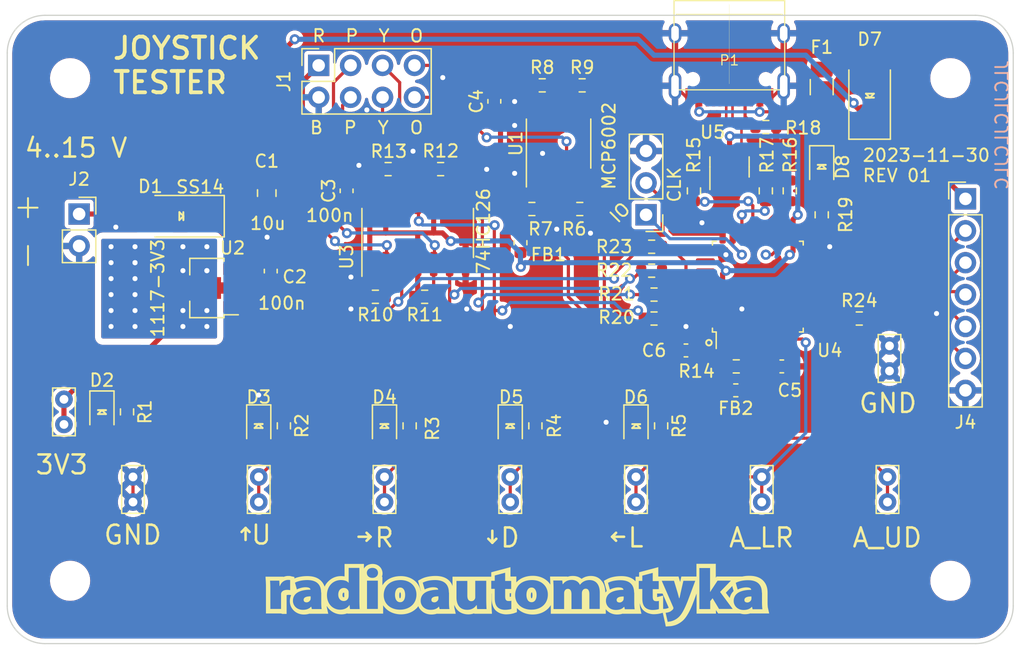
<source format=kicad_pcb>
(kicad_pcb (version 20221018) (generator pcbnew)
  (title_block (title "M880_JXY") (date "2023-11-29") (rev "01") (company "Radioautomatyka"))
  (layers (0 "F.Cu" signal) (31 "B.Cu" signal) (34 "B.Paste" user) (35 "F.Paste" user) (36 "B.SilkS" user "B.Silkscreen") (37 "F.SilkS" user "F.Silkscreen") (38 "B.Mask" user) (39 "F.Mask" user) (44 "Edge.Cuts" user))
  (net 0 "")
  (net 1 "GND")
  (net 2 "+3V3")
  (net 3 "Net-(D1-A)")
  (net 4 "Net-(D2-A)")
  (net 5 "Net-(D3-A)")
  (net 6 "Net-(D4-A)")
  (net 7 "Net-(D5-A)")
  (net 8 "Net-(D6-A)")
  (net 9 "/C_UP")
  (net 10 "/C_RIGHT")
  (net 11 "/C_DOWN")
  (net 12 "/C_LEFT")
  (net 13 "/ANA_UPDOWN")
  (net 14 "/ANA_LEFTRIGHT")
  (net 15 "/C_UP_B")
  (net 16 "/C_RIGHT_B")
  (net 17 "/C_DOWN_B")
  (net 18 "/C_LEFT_B")
  (net 19 "/ANA_LEFTRIGHT_B")
  (net 20 "/ANA_UPDOWN_B")
  (net 21 "+3.3VA")
  (net 22 "Net-(U4-NRST)")
  (net 25 "/M880_jxy_STM32_MCU/LED")
  (net 26 "/M880_jxy_STM32_MCU/SYS_SWDIO")
  (net 27 "/M880_jxy_STM32_MCU/SYS_SWCLK")
  (net 31 "Net-(D7-A)")
  (net 32 "Net-(F1-Pad1)")
  (net 33 "Net-(R15-Pad1)")
  (net 34 "/M880_jxy_STM32_MCU/USB__D-")
  (net 35 "Net-(R16-Pad1)")
  (net 36 "/M880_jxy_STM32_MCU/USB__D+")
  (net 37 "/M880_jxy_STM32_MCU/USB_ENUM")
  (net 38 "Net-(P1-CC)")
  (net 39 "/M880_jxy_STM32_MCU/USB_D-")
  (net 40 "/M880_jxy_STM32_MCU/USB_D+")
  (net 42 "Net-(U4-VDDA)")
  (net 43 "Net-(D8-A)")
  (net 47 "Net-(U4-PB8)")
  (net 48 "Net-(U4-PB7)")
  (net 49 "Net-(U4-PB6)")
  (net 50 "Net-(U4-PB5)")
  (net 51 "+5V")
  (net 52 "Net-(J4-Pin_3)")
  (net 53 "Net-(J4-Pin_4)")
  (net 54 "Net-(J4-Pin_5)")
  (net 55 "Net-(J4-Pin_6)")
  (net 56 "Net-(U4-PA4)")
  (net 57 "/M880_jxy_STM32_MCU/EXT_PB0")
  (net 58 "unconnected-(U4-PA8-Pad18)")
  (footprint "Fiducial:Fiducial_1.5mm_Mask3mm" (layer "F.Cu") (at 121.92 125.095)
    (fp_text reference "FID2" hide)
    (fp_text value "Fiducial")
  )
  (footprint "Package_SO:SO-14_3.9x8.65mm_P1.27mm" (layer "F.Cu") (at 152.02 94.789221 90)
    (fp_text reference "U3")
    (fp_text value "74HC126D,653")
  )
  (footprint "TestPoint:TestPoint_Bridge_Pitch2.0mm_Drill0.7mm" (layer "F.Cu") (at 139.38 116.205 90)
    (fp_text reference "TP1" hide)
    (fp_text value "C_UP")
  )
  (footprint "Diode_SMD:D_SMA" (layer "F.Cu") (at 187.96 83.82 90)
    (fp_text reference "D7")
    (fp_text value "SS14")
  )
  (footprint "LED_SMD:LED_0805_2012Metric" (layer "F.Cu") (at 169.38 110.16 -90)
    (fp_text reference "D6")
    (fp_text value "KT-0805G")
  )
  (footprint "Resistor_SMD:R_0603_1608Metric" (layer "F.Cu") (at 161.925 83.041721)
    (fp_text reference "R8")
    (fp_text value "1M")
  )
  (footprint "TestPoint:TestPoint_Bridge_Pitch2.0mm_Drill0.7mm" (layer "F.Cu") (at 169.38 116.205 90)
    (fp_text reference "TP4" hide)
    (fp_text value "C_LEFT")
  )
  (footprint "Resistor_SMD:R_0603_1608Metric" (layer "F.Cu") (at 149.67 89.709221 180)
    (fp_text reference "R13")
    (fp_text value "1M")
  )
  (footprint "LED_SMD:LED_0805_2012Metric" (layer "F.Cu") (at 159.38 110.16 -90)
    (fp_text reference "D5")
    (fp_text value "KT-0805G")
  )
  (footprint "MountingHole:MountingHole_2.7mm_M2.5" (layer "F.Cu") (at 124.38 122.47)
    (fp_text reference "H3" hide)
    (fp_text value "MountingHole")
  )
  (footprint "MountingHole:MountingHole_2.7mm_M2.5" (layer "F.Cu") (at 124.38 82.47)
    (fp_text reference "H1" hide)
    (fp_text value "MountingHole")
  )
  (footprint "Resistor_SMD:R_0603_1608Metric" (layer "F.Cu") (at 187.135 101.6)
    (fp_text reference "R24")
    (fp_text value "10k")
  )
  (footprint "Diode_SMD:D_SMA" (layer "F.Cu") (at 133.1275 93.456721 180)
    (fp_text reference "D1")
    (fp_text value "SS14")
  )
  (footprint "USB-C-Power-tester:TYPE-C-31-M-12" (layer "F.Cu") (at 176.805 78.9 180)
    (fp_text reference "P1")
    (fp_text value "USB4105-GF-A")
  )
  (footprint "TestPoint:TestPoint_Bridge_Pitch2.0mm_Drill0.7mm" (layer "F.Cu") (at 129.38 116.205 90)
    (fp_text reference "TP7" hide)
    (fp_text value "GND")
  )
  (footprint "Resistor_SMD:R_0603_1608Metric" (layer "F.Cu") (at 161.1 92.884221)
    (fp_text reference "R7")
    (fp_text value "1M")
  )
  (footprint "Resistor_SMD:R_0603_1608Metric" (layer "F.Cu") (at 170.815 99.695)
    (fp_text reference "R21")
    (fp_text value "1k")
  )
  (footprint "Connector_PinSocket_2.54mm:PinSocket_1x02_P2.54mm_Vertical" (layer "F.Cu") (at 125.095 93.2825)
    (fp_text reference "J2")
    (fp_text value "POWER")
  )
  (footprint "TestPoint:TestPoint_Bridge_Pitch2.0mm_Drill0.7mm" (layer "F.Cu") (at 123.89 110.03 90)
    (fp_text reference "TP8" hide)
    (fp_text value "3V3")
  )
  (footprint "LED_SMD:LED_0805_2012Metric" (layer "F.Cu") (at 126.91 109.05 -90)
    (fp_text reference "D2")
    (fp_text value "KT-0805G")
  )
  (footprint "TestPoint:TestPoint_Bridge_Pitch2.0mm_Drill0.7mm" (layer "F.Cu") (at 189.54 105.775 90)
    (fp_text reference "TP9" hide)
    (fp_text value "GND")
  )
  (footprint "MountingHole:MountingHole_2.7mm_M2.5" (layer "F.Cu") (at 194.38 82.47)
    (fp_text reference "H2" hide)
    (fp_text value "MountingHole")
  )
  (footprint "Capacitor_SMD:C_0603_1608Metric" (layer "F.Cu") (at 140.335 97.824221 -90)
    (fp_text reference "C2")
    (fp_text value "100n")
  )
  (footprint "Fiducial:Fiducial_1.5mm_Mask3mm" (layer "F.Cu") (at 121.880935 79.851162)
    (fp_text reference "FID1" hide)
    (fp_text value "Fiducial")
  )
  (footprint "Resistor_SMD:R_0603_1608Metric" (layer "F.Cu") (at 141.38 110.1375 -90)
    (fp_text reference "R2")
    (fp_text value "1k")
  )
  (footprint "Resistor_SMD:R_0603_1608Metric" (layer "F.Cu") (at 128.905 109.03 -90)
    (fp_text reference "R1")
    (fp_text value "1k")
  )
  (footprint "Resistor_SMD:R_0603_1608Metric" (layer "F.Cu") (at 165.1 83.041721)
    (fp_text reference "R9")
    (fp_text value "1M")
  )
  (footprint "Connector_PinHeader_2.54mm:PinHeader_1x07_P2.54mm_Vertical" (layer "F.Cu") (at 195.58 92.075)
    (fp_text reference "J4")
    (fp_text value "Conn_01x07")
  )
  (footprint "TestPoint:TestPoint_Bridge_Pitch2.0mm_Drill0.7mm" (layer "F.Cu") (at 179.38 116.205 90)
    (fp_text reference "TP5" hide)
    (fp_text value "ANA_LR")
  )
  (footprint "Fiducial:Fiducial_1.5mm_Mask3mm" (layer "F.Cu") (at 196.959457 79.876218)
    (fp_text reference "FID3" hide)
    (fp_text value "Fiducial")
  )
  (footprint "Resistor_SMD:R_0603_1608Metric" (layer "F.Cu") (at 164.91 92.884221)
    (fp_text reference "R6")
    (fp_text value "1M")
  )
  (footprint "Package_TO_SOT_SMD:SOT-23-6" (layer "F.Cu") (at 176.81938 89.535 90)
    (fp_text reference "U5")
    (fp_text value "USBLC6-2SC6")
  )
  (footprint "Resistor_SMD:R_0603_1608Metric" (layer "F.Cu") (at 179.705 91.44 -90)
    (fp_text reference "R16")
    (fp_text value "22")
  )
  (footprint "Capacitor_SMD:C_0603_1608Metric" (layer "F.Cu") (at 158.115 84.315 90)
    (fp_text reference "C4")
    (fp_text value "100n")
  )
  (footprint "Resistor_SMD:R_0603_1608Metric" (layer "F.Cu") (at 171.38 110.14 -90)
    (fp_text reference "R5")
    (fp_text value "1k")
  )
  (footprint "Package_QFP:LQFP-32_7x7mm_P0.8mm" (layer "F.Cu") (at 179.07 99.06 90)
    (fp_text reference "U4")
    (fp_text value "STM32F042K6Tx")
  )
  (footprint "Resistor_SMD:R_0603_1608Metric" (layer "F.Cu") (at 170.625 95.885)
    (fp_text reference "R23")
    (fp_text value "1k")
  )
  (footprint "Package_TO_SOT_SMD:SOT-89-3" (layer "F.Cu") (at 135.255 99.171721 180)
    (fp_text reference "U2")
    (fp_text value "AMS1117-3.3")
  )
  (footprint "Resistor_SMD:R_0603_1608Metric" (layer "F.Cu") (at 179.705 86.36)
    (fp_text reference "R18")
    (fp_text value "5k1")
  )
  (footprint "Resistor_SMD:R_0603_1608Metric" (layer "F.Cu") (at 152.574221 99.869221 180)
    (fp_text reference "R11")
    (fp_text value "1M")
  )
  (footprint "LED_SMD:LED_0805_2012Metric" (layer "F.Cu") (at 149.38 110.16 -90)
    (fp_text reference "D4")
    (fp_text value "KT-0805G")
  )
  (footprint "Connector_PinHeader_2.54mm:PinHeader_1x03_P2.54mm_Vertical" (layer "F.Cu") (at 170.18 93.345 180)
    (fp_text reference "J3" hide)
    (fp_text value "Conn_01x03")
  )
  (footprint "MountingHole:MountingHole_2.7mm_M2.5" (layer "F.Cu") (at 194.38 122.47)
    (fp_text reference "H4" hide)
    (fp_text value "MountingHole")
  )
  (footprint "Resistor_SMD:R_0603_1608Metric" (layer "F.Cu") (at 181.61 91.44 90)
    (fp_text reference "R17")
    (fp_text value "1k5")
  )
  (footprint "LED_SMD:LED_0805_2012Metric" (layer "F.Cu") (at 139.38 110.1575 -90)
    (fp_text reference "D3")
    (fp_text value "KT-0805G")
  )
  (footprint "Package_SO:SOIC-8_3.9x4.9mm_P1.27mm" (layer "F.Cu") (at 163.223939 87.675664 90)
    (fp_text reference "U1")
    (fp_text value "MCP6002DRG")
  )
  (footprint "Inductor_SMD:L_0603_1608Metric" (layer "F.Cu") (at 160.194221 95.5675 90)
    (fp_text reference "FB1")
    (fp_text value "GZ1608D601TF")
  )
  (footprint "Resistor_SMD:R_0603_1608Metric" (layer "F.Cu") (at 173.99 91.44 -90)
    (fp_text reference "R15")
    (fp_text value "22")
  )
  (footprint "TestPoint:TestPoint_Bridge_Pitch2.0mm_Drill0.7mm" (layer "F.Cu") (at 189.38 116.205 90)
    (fp_text reference "TP6" hide)
    (fp_text value "ANA_UD")
  )
  (footprint "Capacitor_SMD:C_0603_1608Metric" (layer "F.Cu") (at 180.975 105.41)
    (fp_text reference "C5")
    (fp_text value "100n")
  )
  (footprint "TestPoint:TestPoint_Bridge_Pitch2.0mm_Drill0.7mm" (layer "F.Cu") (at 149.38 116.205 90)
    (fp_text reference "TP2" hide)
    (fp_text value "C_RIGHT")
  )
  (footprint "LED_SMD:LED_0805_2012Metric" (layer "F.Cu") (at 184.15 89.535 -90)
    (fp_text reference "D8")
    (fp_text value "KT-0805G")
  )
  (footprint "Resistor_SMD:R_0603_1608Metric" (layer "F.Cu") (at 170.625 97.79)
    (fp_text reference "R22")
    (fp_text value "1k")
  )
  (footprint "Connector_PinSocket_2.54mm:PinSocket_2x04_P2.54mm_Vertical" (layer "F.Cu") (at 144.145 81.454221 90)
    (fp_text reference "J1")
    (fp_text value "280384-2")
  )
  (footprint "Capacitor_SMD:C_0603_1608Metric" (layer "F.Cu") (at 146.3675 91.436721 90)
    (fp_text reference "C3")
    (fp_text value "100n")
  )
  (footprint "Resistor_SMD:R_0603_1608Metric" (layer "F.Cu") (at 177.355 105.41)
    (fp_text reference "R14")
    (fp_text value "10k")
  )
  (footprint "Capacitor_SMD:C_0603_1608Metric" (layer "F.Cu") (at 173.355 104.14 180)
    (fp_text reference "C6")
    (fp_text value "100n")
  )
  (footprint "Resistor_SMD:R_0603_1608Metric" (layer "F.Cu") (at 184.15 93.345 90)
    (fp_text reference "R19")
    (fp_text value "1k")
  )
  (footprint "Resistor_SMD:R_0603_1608Metric" (layer "F.Cu") (at 170.815 101.6)
    (fp_text reference "R20")
    (fp_text value "1k")
  )
  (footprint "Inductor_SMD:L_0603_1608Metric" (layer "F.Cu") (at 177.3175 107.315 180)
    (fp_text reference "FB2")
    (fp_text value "GZ1608D601TF")
  )
  (footprint "Resistor_SMD:R_0603_1608Metric" (layer "F.Cu") (at 153.844221 89.709221 180)
    (fp_text reference "R12")
    (fp_text value "1M")
  )
  (footprint "Resistor_SMD:R_0603_1608Metric" (layer "F.Cu") (at 151.38 110.14 -90)
    (fp_text reference "R3")
    (fp_text value "1k")
  )
  (footprint "Fuse:Fuse_1206_3216Metric" (layer "F.Cu") (at 184.15 83.185 90)
    (fp_text reference "F1")
    (fp_text value "Polyfuse")
  )
  (footprint "Resistor_SMD:R_0603_1608Metric" (layer "F.Cu") (at 148.655 99.869221 180)
    (fp_text reference "R10")
    (fp_text value "1M")
  )
  (footprint "Capacitor_SMD:C_0805_2012Metric" (layer "F.Cu") (at 140.0175 91.616721 90)
    (fp_text reference "C1")
    (fp_text value "10u")
  )
  (footprint "TestPoint:TestPoint_Bridge_Pitch2.0mm_Drill0.7mm" (layer "F.Cu") (at 159.38 116.205 90)
    (fp_text reference "TP3" hide)
    (fp_text value "C_DOWN")
  )
  (footprint "Resistor_SMD:R_0603_1608Metric" (layer "F.Cu") (at 161.38 110.14 -90)
    (fp_text reference "R4")
    (fp_text value "1k")
  )
  (gr_line (start 167.79625 118.65) (end 167.47875 118.9675) (stroke (width 0.2032)) (layer "F.SilkS"))
  (gr_line (start 187.982213 84.022219) (end 187.664713 83.704719) (stroke (width 0.15)) (layer "F.SilkS"))
  (gr_poly (pts (xy 175.726662 122.226997) (xy 175.784985 122.133683) (xy 177.82623 122.133683) (xy 177.888583 122.121131) (xy 177.953261 122.109808) (xy 178.020398 122.099853) (xy 178.090133 122.0914) (xy 178.162602 122.084589) (xy 178.237941 122.079554) (xy 178.316287 122.076433) (xy 178.397778 122.075362) (xy 178.483765 122.076726) (xy 178.566795 122.080807) (xy 178.646921 122.087587) (xy 178.724194 122.09705) (xy 178.798665 122.109179) (xy 178.870384 122.123956) (xy 178.939404 122.141364) (xy 179.005776 122.161386) (xy 179.069551 122.184005) (xy 179.13078 122.209205) (xy 179.189514 122.236967) (xy 179.245805 122.267276) (xy 179.299704 122.300113) (xy 179.351262 122.335461) (xy 179.40053 122.373305) (xy 179.44756 122.413625) (xy 179.496224 122.460641) (xy 179.541625 122.50981) (xy 179.58378 122.561097) (xy 179.622705 122.614469) (xy 179.658418 122.669892) (xy 179.690936 122.72733) (xy 179.720276 122.786751) (xy 179.746455 122.848119) (xy 179.769491 122.911401) (xy 179.789399 122.976562) (xy 179.806198 123.043569) (xy 179.819904 123.112387) (xy 179.830534 123.182982) (xy 179.838106 123.25532) (xy 179.842637 123.329366) (xy 179.844144 123.405087) (xy 179.844144 124.163263) (xy 179.844326 124.248558) (xy 179.845602 124.329479) (xy 179.846992 124.368299) (xy 179.849065 124.406025) (xy 179.851958 124.442658) (xy 179.855809 124.478198) (xy 179.856333 124.507723) (xy 179.857814 124.535061) (xy 179.860115 124.560212) (xy 179.863099 124.583176) (xy 179.86663 124.603953) (xy 179.870571 124.622543) (xy 179.874785 124.638946) (xy 179.879136 124.653162) (xy 179.972451 125.073075) (xy 178.49109 125.073075) (xy 178.49109 125.061411) (xy 178.464709 125.069885) (xy 178.438054 125.077813) (xy 178.411126 125.085195) (xy 178.383925 125.092029) (xy 178.35645 125.098317) (xy 178.328702 125.104058) (xy 178.300681 125.109252) (xy 178.272386 125.1139) (xy 178.214976 125.121554) (xy 178.156473 125.127022) (xy 178.096876 125.130302) (xy 178.036187 125.131396) (xy 178.01021 125.131125) (xy 177.984745 125.130325) (xy 177.959759 125.129012) (xy 177.935217 125.127204) (xy 177.88733 125.122169) (xy 177.84081 125.115358) (xy 177.795383 125.106906) (xy 177.750776 125.09695) (xy 177.706717 125.085628) (xy 177.66293 125.073075) (xy 175.913293 125.073075) (xy 175.808312 124.909775) (xy 175.738328 124.804797) (xy 175.738328 125.084739) (xy 174.198647 125.084739) (xy 174.198647 123.486737) (xy 174.047009 123.894985) (xy 173.969871 124.107904) (xy 173.89574 124.301412) (xy 173.824343 124.476877) (xy 173.755405 124.635665) (xy 173.688655 124.779145) (xy 173.623818 124.908682) (xy 173.560621 125.025643) (xy 173.498791 125.131396) (xy 173.434729 125.234893) (xy 173.403757 125.28243) (xy 173.3734 125.327319) (xy 173.343591 125.369679) (xy 173.314259 125.40963) (xy 173.285338 125.447291) (xy 173.256758 125.482782) (xy 173.228452 125.516222) (xy 173.20035 125.547732) (xy 173.172386 125.577431) (xy 173.144489 125.605439) (xy 173.116593 125.631874) (xy 173.088628 125.656857) (xy 173.060526 125.680507) (xy 173.03222 125.702944) (xy 172.999417 125.728645) (xy 172.966632 125.753269) (xy 172.933881 125.776834) (xy 172.90118 125.799357) (xy 172.868549 125.820854) (xy 172.836002 125.841344) (xy 172.803558 125.860842) (xy 172.771234 125.879366) (xy 172.739046 125.896934) (xy 172.707012 125.913562) (xy 172.675149 125.929267) (xy 172.643474 125.944066) (xy 172.612004 125.957978) (xy 172.580755 125.971017) (xy 172.518994 125.994551) (xy 172.453952 126.015305) (xy 172.39014 126.033735) (xy 172.327695 126.049705) (xy 172.266754 126.063078) (xy 172.207453 126.073717) (xy 172.14993 126.081486) (xy 172.121877 126.084251) (xy 172.09432 126.086247) (xy 172.067276 126.087457) (xy 172.040761 126.087865) (xy 171.749154 126.111193) (xy 171.690833 125.819587) (xy 171.527533 125.096403) (xy 171.504205 125.014753) (xy 171.434218 125.038082) (xy 171.406356 125.04683) (xy 171.375351 125.055578) (xy 171.341338 125.064327) (xy 171.304454 125.073075) (xy 171.264837 125.081823) (xy 171.222622 125.090571) (xy 171.177947 125.099319) (xy 171.130948 125.108068) (xy 171.050209 125.116634) (xy 171.008542 125.120575) (xy 170.96619 125.124106) (xy 170.923292 125.12709) (xy 170.879985 125.129391) (xy 170.836403 125.130872) (xy 170.792685 125.131396) (xy 170.762203 125.130992) (xy 170.731995 125.129801) (xy 170.702059 125.127859) (xy 170.672398 125.125199) (xy 170.643009 125.121856) (xy 170.613894 125.117864) (xy 170.556484 125.108068) (xy 170.500167 125.096084) (xy 170.444944 125.082188) (xy 170.390815 125.06665) (xy 170.337779 125.049746) (xy 170.309492 125.03841) (xy 170.28153 125.026304) (xy 170.253944 125.013481) (xy 170.226786 124.999991) (xy 170.200105 124.985886) (xy 170.173955 124.971218) (xy 170.148385 124.956037) (xy 170.123448 124.940394) (xy 170.099194 124.924341) (xy 170.075674 124.90793) (xy 170.052941 124.891211) (xy 170.031045 124.874236) (xy 170.010038 124.857056) (xy 169.98997 124.839722) (xy 169.970893 124.822285) (xy 169.952859 124.804797) (xy 169.933451 124.784575) (xy 169.914608 124.763312) (xy 169.896346 124.741057) (xy 169.878681 124.717862) (xy 169.861632 124.693779) (xy 169.845215 124.668858) (xy 169.829447 124.643152) (xy 169.814345 124.616711) (xy 169.799927 124.589587) (xy 169.78621 124.56183) (xy 169.77321 124.533492) (xy 169.760945 124.504625) (xy 169.749431 124.475279) (xy 169.738687 124.445506) (xy 169.728728 124.415357) (xy 169.719573 124.384884) (xy 169.684581 124.256577) (xy 169.684763 124.324376) (xy 169.685196 124.356635) (xy 169.686039 124.3878) (xy 169.687429 124.417872) (xy 169.689502 124.44685) (xy 169.692395 124.474735) (xy 169.696246 124.501526) (xy 169.69677 124.531052) (xy 169.698251 124.55839) (xy 169.700551 124.583541) (xy 169.703536 124.606505) (xy 169.707066 124.627282) (xy 169.711007 124.645872) (xy 169.715222 124.662274) (xy 169.719573 124.67649) (xy 169.812888 125.096403) (xy 168.331528 125.096403) (xy 168.331528 125.084739) (xy 168.305147 125.093214) (xy 168.278492 125.101142) (xy 168.251564 125.108523) (xy 168.224362 125.115358) (xy 168.196887 125.121645) (xy 168.169139 125.127387) (xy 168.141118 125.132581) (xy 168.112823 125.137228) (xy 168.055413 125.144883) (xy 167.996909 125.150351) (xy 167.937313 125.153631) (xy 167.876622 125.154725) (xy 167.816074 125.153372) (xy 167.756927 125.149371) (xy 167.699215 125.142807) (xy 167.642972 125.133766) (xy 167.588233 125.122332) (xy 167.535032 125.108592) (xy 167.483403 125.09263) (xy 167.43338 125.074533) (xy 167.384997 125.054385) (xy 167.338289 125.032273) (xy 167.293289 125.008281) (xy 167.250032 124.982495) (xy 167.208553 124.955) (xy 167.168884 124.925882) (xy 167.13106 124.895226) (xy 167.095116 124.863118) (xy 167.086502 124.856423) (xy 167.078144 124.849472) (xy 167.070026 124.842282) (xy 167.062129 124.834869) (xy 167.054437 124.827251) (xy 167.046934 124.819446) (xy 167.039601 124.811469) (xy 167.032422 124.803339) (xy 167.025379 124.795072) (xy 167.018456 124.786686) (xy 167.004901 124.769622) (xy 166.991619 124.752285) (xy 166.978474 124.734811) (xy 166.978474 125.096403) (xy 162.60438 125.096403) (xy 162.60438 124.408213) (xy 162.577566 124.451407) (xy 162.549521 124.493507) (xy 162.534995 124.514148) (xy 162.52011 124.534515) (xy 162.504849 124.554608) (xy 162.489195 124.574428) (xy 162.473131 124.593975) (xy 162.45664 124.613248) (xy 162.439705 124.632248) (xy 162.422308 124.650975) (xy 162.404433 124.669428) (xy 162.386062 124.687608) (xy 162.367179 124.705514) (xy 162.347766 124.723147) (xy 162.289556 124.774127) (xy 162.228731 124.822066) (xy 162.165412 124.866929) (xy 162.099718 124.908682) (xy 162.031769 124.947291) (xy 161.961684 124.982723) (xy 161.889583 125.014942) (xy 161.815585 125.043914) (xy 161.73981 125.069606) (xy 161.662378 125.091984) (xy 161.583407 125.111012) (xy 161.503019 125.126658) (xy 161.421332 125.138886) (xy 161.338467 125.147662) (xy 161.254542 125.152953) (xy 161.169677 125.154725) (xy 161.086865 125.153084) (xy 161.004737 125.148164) (xy 160.923429 125.139962) (xy 160.843078 125.12848) (xy 160.76382 125.113718) (xy 160.685793 125.095674) (xy 160.609132 125.074351) (xy 160.533975 125.049746) (xy 160.460459 125.021862) (xy 160.388719 124.990696) (xy 160.318893 124.95625) (xy 160.251117 124.918523) (xy 160.185528 124.877516) (xy 160.122263 124.833229) (xy 160.061459 124.78566) (xy 160.003251 124.734811) (xy 159.996693 124.728381) (xy 159.990152 124.72219) (xy 159.977189 124.710389) (xy 159.95222 124.688155) (xy 159.940488 124.677174) (xy 159.934869 124.671598) (xy 159.929439 124.66592) (xy 159.924213 124.660104) (xy 159.91921 124.654119) (xy 159.914446 124.647928) (xy 159.909938 124.641498) (xy 159.909938 124.968097) (xy 159.688317 125.049746) (xy 159.660455 125.058495) (xy 159.629449 125.067243) (xy 159.595436 125.075991) (xy 159.558552 125.084739) (xy 159.518935 125.093487) (xy 159.476721 125.102236) (xy 159.432046 125.110984) (xy 159.385047 125.119732) (xy 159.304308 125.128298) (xy 159.26264 125.132239) (xy 159.220289 125.13577) (xy 159.177391 125.138755) (xy 159.134083 125.141056) (xy 159.090501 125.142536) (xy 159.046782 125.14306) (xy 159.0163 125.142656) (xy 158.986092 125.141466) (xy 158.956157 125.139524) (xy 158.926495 125.136864) (xy 158.897106 125.133521) (xy 158.867992 125.129528) (xy 158.810582 125.119732) (xy 158.754265 125.107749) (xy 158.699043 125.093852) (xy 158.644913 125.078315) (xy 158.591878 125.061411) (xy 158.563591 125.050074) (xy 158.535629 125.037968) (xy 158.508043 125.025145) (xy 158.480885 125.011655) (xy 158.454204 124.997551) (xy 158.428054 124.982882) (xy 158.402484 124.967701) (xy 158.377547 124.952058) (xy 158.353293 124.936006) (xy 158.329773 124.919594) (xy 158.30704 124.902875) (xy 158.285144 124.8859) (xy 158.264137 124.86872) (xy 158.244069 124.851386) (xy 158.224992 124.833949) (xy 158.206958 124.816461) (xy 158.18755 124.79624) (xy 158.168707 124.774976) (xy 158.150445 124.752721) (xy 158.13278 124.729526) (xy 158.115731 124.705443) (xy 158.099314 124.680523) (xy 158.083546 124.654816) (xy 158.068444 124.628375) (xy 158.054026 124.601251) (xy 158.040309 124.573494) (xy 158.027309 124.545156) (xy 158.015044 124.516289) (xy 158.00353 124.486943) (xy 157.992786 124.45717) (xy 157.982827 124.427022) (xy 157.973672 124.396548) (xy 157.965197 124.367843) (xy 157.957269 124.338591) (xy 157.949887 124.308793) (xy 157.943053 124.278448) (xy 157.931024 124.216117) (xy 157.921183 124.151599) (xy 157.913528 124.084894) (xy 157.908061 124.016002) (xy 157.904781 123.944923) (xy 157.903687 123.871657) (xy 157.903687 123.486737) (xy 157.892022 123.486737) (xy 157.892022 124.419877) (xy 157.892523 124.463071) (xy 157.893845 124.505172) (xy 157.897855 124.586092) (xy 157.901865 124.662639) (xy 157.903186 124.699272) (xy 157.903687 124.734811) (xy 157.927014 125.096403) (xy 156.515641 125.096403) (xy 156.515641 125.061411) (xy 156.465908 125.078315) (xy 156.413032 125.093852) (xy 156.385457 125.101022) (xy 156.357148 125.107749) (xy 156.328121 125.113997) (xy 156.298394 125.119732) (xy 156.267983 125.12492) (xy 156.236906 125.129528) (xy 156.205179 125.133521) (xy 156.172821 125.136864) (xy 156.139847 125.139524) (xy 156.106275 125.141466) (xy 156.072122 125.142656) (xy 156.037406 125.14306) (xy 155.970168 125.14156) (xy 155.90411 125.137069) (xy 155.839316 125.129605) (xy 155.775872 125.119185) (xy 155.713863 125.105826) (xy 155.653374 125.089546) (xy 155.594492 125.070361) (xy 155.537301 125.048288) (xy 155.481888 125.023345) (xy 155.428336 124.995549) (xy 155.376733 124.964916) (xy 155.327163 124.931464) (xy 155.279711 124.895209) (xy 155.234464 124.85617) (xy 155.191506 124.814363) (xy 155.150924 124.769804) (xy 155.133698 124.749848) (xy 155.117001 124.729344) (xy 155.100818 124.708294) (xy 155.08513 124.686697) (xy 155.06992 124.664553) (xy 155.055172 124.641862) (xy 155.040868 124.618625) (xy 155.026991 124.594841) (xy 155.013524 124.57051) (xy 155.00045 124.545632) (xy 154.987752 124.520208) (xy 154.975413 124.494236) (xy 154.963415 124.467718) (xy 154.951742 124.440654) (xy 154.940377 124.413042) (xy 154.929302 124.384884) (xy 154.929302 124.501526) (xy 154.929826 124.531052) (xy 154.931307 124.55839) (xy 154.933608 124.583541) (xy 154.936592 124.606505) (xy 154.940123 124.627282) (xy 154.944065 124.645872) (xy 154.948279 124.662274) (xy 154.952631 124.67649) (xy 155.045945 125.096403) (xy 153.564585 125.096403) (xy 153.564585 125.084739) (xy 153.538203 125.093214) (xy 153.511549 125.101142) (xy 153.484621 125.108523) (xy 153.457419 125.115358) (xy 153.429945 125.121645) (xy 153.402196 125.127387) (xy 153.374175 125.132581) (xy 153.34588 125.137228) (xy 153.28847 125.144883) (xy 153.229967 125.150351) (xy 153.17037 125.153631) (xy 153.109679 125.154725) (xy 153.049131 125.153372) (xy 152.989984 125.149371) (xy 152.932272 125.142807) (xy 152.876029 125.133766) (xy 152.821291 125.122332) (xy 152.768089 125.108592) (xy 152.71646 125.09263) (xy 152.666437 125.074533) (xy 152.618055 125.054385) (xy 152.571346 125.032273) (xy 152.526347 125.008281) (xy 152.48309 124.982495) (xy 152.44161 124.955) (xy 152.401941 124.925882) (xy 152.364118 124.895226) (xy 152.328174 124.863118) (xy 152.306583 124.843164) (xy 152.285572 124.822681) (xy 152.265177 124.801685) (xy 152.245431 124.780193) (xy 152.226368 124.758223) (xy 152.208023 124.735791) (xy 152.19043 124.712915) (xy 152.173623 124.689613) (xy 152.157636 124.6659) (xy 152.142503 124.641794) (xy 152.128258 124.617312) (xy 152.114937 124.592471) (xy 152.102572 124.567289) (xy 152.091198 124.541782) (xy 152.08085 124.515967) (xy 152.071561 124.489862) (xy 152.049166 124.520435) (xy 152.025815 124.550735) (xy 152.001644 124.580488) (xy 151.976789 124.609421) (xy 151.951387 124.63726) (xy 151.925575 124.663733) (xy 151.912558 124.676371) (xy 151.89949 124.688565) (xy 151.886387 124.70028) (xy 151.873268 124.711483) (xy 151.815058 124.762463) (xy 151.754233 124.810401) (xy 151.690914 124.855264) (xy 151.62522 124.897018) (xy 151.557271 124.935627) (xy 151.487186 124.971058) (xy 151.415084 125.003277) (xy 151.341087 125.03225) (xy 151.265312 125.057942) (xy 151.187879 125.080319) (xy 151.108909 125.099348) (xy 151.028521 125.114993) (xy 150.946834 125.127221) (xy 150.863969 125.135998) (xy 150.780044 125.141289) (xy 150.695179 125.14306) (xy 150.612367 125.14142) (xy 150.530239 125.136499) (xy 150.448931 125.128298) (xy 150.36858 125.116816) (xy 150.289322 125.102053) (xy 150.211295 125.08401) (xy 150.134634 125.062686) (xy 150.059477 125.038082) (xy 149.985961 125.010197) (xy 149.914221 124.979032) (xy 149.844395 124.944586) (xy 149.776619 124.906859) (xy 149.711031 124.865852) (xy 149.647766 124.821564) (xy 149.586961 124.773996) (xy 149.528754 124.723147) (xy 149.493807 124.688109) (xy 149.459133 124.652797) (xy 149.425006 124.616939) (xy 149.391699 124.58026) (xy 149.375438 124.561528) (xy 149.359485 124.542488) (xy 149.343874 124.523107) (xy 149.328639 124.503349) (xy 149.313814 124.483181) (xy 149.299433 124.46257) (xy 149.28553 124.44148) (xy 149.27214 124.419877) (xy 149.27214 125.084739) (xy 146.426063 125.084739) (xy 146.426063 125.061411) (xy 146.395447 125.071939) (xy 146.364848 125.081664) (xy 146.334284 125.090603) (xy 146.30377 125.098773) (xy 146.273325 125.106191) (xy 146.242966 125.112875) (xy 146.212709 125.118841) (xy 146.182572 125.124106) (xy 146.122724 125.132604) (xy 146.06356 125.138504) (xy 146.005216 125.141944) (xy 145.947829 125.14306) (xy 145.878 125.141283) (xy 145.808564 125.135952) (xy 145.739641 125.127068) (xy 145.67135 125.114629) (xy 145.60381 125.098636) (xy 145.537142 125.079089) (xy 145.471465 125.055989) (xy 145.406899 125.029334) (xy 145.343563 124.999125) (xy 145.281577 124.965363) (xy 145.22106 124.928046) (xy 145.162132 124.887176) (xy 145.104913 124.842752) (xy 145.049522 124.794773) (xy 144.996079 124.743241) (xy 144.944703 124.688155) (xy 144.933902 124.676955) (xy 144.923356 124.665259) (xy 144.913051 124.653119) (xy 144.902967 124.640586) (xy 144.893088 124.627712) (xy 144.883397 124.614547) (xy 144.864511 124.58755) (xy 144.846172 124.560007) (xy 144.828243 124.532327) (xy 144.793068 124.478198) (xy 144.793068 124.501526) (xy 144.793592 124.531052) (xy 144.795073 124.55839) (xy 144.797373 124.583541) (xy 144.800358 124.606505) (xy 144.803889 124.627282) (xy 144.80783 124.645872) (xy 144.812045 124.662274) (xy 144.816396 124.67649) (xy 144.90971 125.096403) (xy 143.42835 125.096403) (xy 143.42835 125.084739) (xy 143.401969 125.093214) (xy 143.375314 125.101142) (xy 143.348386 125.108523) (xy 143.321185 125.115358) (xy 143.29371 125.121645) (xy 143.265962 125.127387) (xy 143.23794 125.132581) (xy 143.209646 125.137228) (xy 143.152236 125.144883) (xy 143.093732 125.150351) (xy 143.034135 125.153631) (xy 142.973444 125.154725) (xy 142.912896 125.153372) (xy 142.853749 125.149371) (xy 142.796037 125.142807) (xy 142.739795 125.133766) (xy 142.685056 125.122332) (xy 142.631855 125.108592) (xy 142.580226 125.09263) (xy 142.530203 125.074533) (xy 142.48182 125.054385) (xy 142.435112 125.032273) (xy 142.390112 125.008281) (xy 142.346855 124.982495) (xy 142.305375 124.955) (xy 142.265707 124.925882) (xy 142.227883 124.895226) (xy 142.191939 124.863118) (xy 142.151619 124.825002) (xy 142.113775 124.785091) (xy 142.078426 124.743506) (xy 142.045589 124.700366) (xy 142.015281 124.65579) (xy 141.987519 124.609899) (xy 141.962319 124.562812) (xy 141.9397 124.514649) (xy 141.919678 124.465529) (xy 141.90227 124.415571) (xy 141.887493 124.364896) (xy 141.875364 124.313623) (xy 141.865901 124.261871) (xy 141.859121 124.209761) (xy 141.85504 124.157411) (xy 141.853676 124.104942) (xy 141.854086 124.070223) (xy 141.854096 124.069949) (xy 142.098625 124.069949) (xy 142.099477 124.103804) (xy 142.10202 124.137528) (xy 142.106237 124.171061) (xy 142.112112 124.204339) (xy 142.119627 124.237301) (xy 142.128766 124.269885) (xy 142.13951 124.302029) (xy 142.151844 124.333671) (xy 142.165749 124.364749) (xy 142.181209 124.395201) (xy 142.198207 124.424966) (xy 142.216726 124.453981) (xy 142.236748 124.482185) (xy 142.258257 124.509514) (xy 142.281235 124.535909) (xy 142.305666 124.561306) (xy 142.331532 124.585644) (xy 142.358816 124.60886) (xy 142.387501 124.630893) (xy 142.41757 124.651681) (xy 142.449006 124.671162) (xy 142.481792 124.689274) (xy 142.51591 124.705955) (xy 142.551344 124.721143) (xy 142.588077 124.734776) (xy 142.626091 124.746792) (xy 142.66537 124.757129) (xy 142.705896 124.765726) (xy 142.747652 124.772521) (xy 142.790621 124.77745) (xy 142.834786 124.780454) (xy 142.880131 124.781469) (xy 142.927961 124.780768) (xy 142.975176 124.778598) (xy 143.021708 124.774856) (xy 143.067488 124.76944) (xy 143.112447 124.762246) (xy 143.156519 124.753174) (xy 143.199633 124.742119) (xy 143.241722 124.728979) (xy 143.282718 124.713653) (xy 143.322552 124.696037) (xy 143.361156 124.676029) (xy 143.398461 124.653526) (xy 143.434399 124.628426) (xy 143.468902 124.600627) (xy 143.501901 124.570025) (xy 143.533329 124.536519) (xy 143.556657 124.536519) (xy 143.603314 124.723147) (xy 144.384819 124.723147) (xy 144.380581 124.702251) (xy 144.376617 124.678996) (xy 144.36951 124.625824) (xy 144.363495 124.56445) (xy 144.358574 124.495694) (xy 144.354747 124.420378) (xy 144.352013 124.339321) (xy 144.350373 124.253342) (xy 144.349826 124.163263) (xy 144.349826 123.615043) (xy 144.804732 123.615043) (xy 144.80622 123.684036) (xy 144.810624 123.751033) (xy 144.817851 123.816023) (xy 144.82781 123.878993) (xy 144.840409 123.939929) (xy 144.855555 123.998819) (xy 144.873158 124.05565) (xy 144.893125 124.11041) (xy 144.915365 124.163085) (xy 144.939785 124.213662) (xy 144.966294 124.26213) (xy 144.9948 124.308474) (xy 145.025211 124.352683) (xy 145.057436 124.394743) (xy 145.091382 124.434642) (xy 145.126957 124.472366) (xy 145.16407 124.507903) (xy 145.202629 124.541241) (xy 145.242543 124.572366) (xy 145.283718 124.601265) (xy 145.326064 124.627926) (xy 145.369489 124.652336) (xy 145.4139 124.674482) (xy 145.459206 124.694351) (xy 145.505315 124.711931) (xy 145.552136 124.727208) (xy 145.599575 124.74017) (xy 145.647543 124.750804) (xy 145.695946 124.759098) (xy 145.744692 124.765037) (xy 145.793691 124.768611) (xy 145.84285 124.769804) (xy 145.895573 124.768688) (xy 145.948603 124.765248) (xy 146.001702 124.759348) (xy 146.054629 124.75085) (xy 146.107147 124.739619) (xy 146.159015 124.725517) (xy 146.209995 124.708408) (xy 146.259847 124.688155) (xy 146.308332 124.664621) (xy 146.355212 124.63767) (xy 146.400245 124.607165) (xy 146.443195 124.57297) (xy 146.48382 124.534947) (xy 146.503187 124.514458) (xy 146.521883 124.492961) (xy 146.539878 124.470438) (xy 146.557143 124.446873) (xy 146.573648 124.422249) (xy 146.589362 124.396548) (xy 146.601026 124.396548) (xy 146.636019 124.723147) (xy 147.40586 124.723147) (xy 147.401509 124.671045) (xy 147.397294 124.603771) (xy 147.393353 124.523648) (xy 147.389822 124.432999) (xy 147.384536 124.229421) (xy 147.383055 124.12114) (xy 147.382531 124.011628) (xy 147.382531 122.460282) (xy 147.989073 122.460282) (xy 147.989073 124.711483) (xy 148.852227 124.711483) (xy 148.852227 123.615043) (xy 149.318797 123.615043) (xy 149.320524 123.683009) (xy 149.325646 123.749111) (xy 149.334069 123.813329) (xy 149.345702 123.875644) (xy 149.360454 123.936036) (xy 149.378232 123.994488) (xy 149.398944 124.050978) (xy 149.422499 124.105489) (xy 149.448806 124.158) (xy 149.477771 124.208494) (xy 149.509303 124.256949) (xy 149.543311 124.303348) (xy 149.579702 124.347671) (xy 149.618385 124.389899) (xy 149.659268 124.430012) (xy 149.702259 124.467992) (xy 149.747266 124.503819) (xy 149.794198 124.537473) (xy 149.842962 124.568937) (xy 149.893467 124.59819) (xy 149.94562 124.625213) (xy 149.99933 124.649987) (xy 150.054506 124.672493) (xy 150.111055 124.692711) (xy 150.168885 124.710623) (xy 150.227905 124.726209) (xy 150.288023 124.73945) (xy 150.349147 124.750326) (xy 150.411185 124.758819) (xy 150.474045 124.764909) (xy 150.537635 124.768577) (xy 150.601865 124.769804) (xy 150.613529 124.769804) (xy 150.747377 124.764641) (xy 150.812869 124.758223) (xy 150.877296 124.749278) (xy 150.940579 124.73783) (xy 151.002635 124.723902) (xy 151.063385 124.707518) (xy 151.122747 124.688701) (xy 151.180638 124.667476) (xy 151.23698 124.643864) (xy 151.29169 124.61789) (xy 151.344686 124.589578) (xy 151.395889 124.55895) (xy 151.445216 124.526031) (xy 151.492588 124.490844) (xy 151.537921 124.453412) (xy 151.581136 124.413758) (xy 151.622151 124.371907) (xy 151.660885 124.327882) (xy 151.697257 124.281706) (xy 151.731185 124.233402) (xy 151.762589 124.182995) (xy 151.791387 124.130508) (xy 151.817499 124.075964) (xy 151.81998 124.069949) (xy 152.258189 124.069949) (xy 152.25904 124.103804) (xy 152.261583 124.137528) (xy 152.265801 124.171061) (xy 152.271676 124.204339) (xy 152.279191 124.237301) (xy 152.288329 124.269885) (xy 152.299074 124.302029) (xy 152.311407 124.333671) (xy 152.325312 124.364749) (xy 152.340773 124.395201) (xy 152.357771 124.424966) (xy 152.376289 124.453981) (xy 152.396312 124.482185) (xy 152.417821 124.509514) (xy 152.440799 124.535909) (xy 152.465229 124.561306) (xy 152.491095 124.585644) (xy 152.518379 124.60886) (xy 152.547064 124.630893) (xy 152.577133 124.651681) (xy 152.608569 124.671162) (xy 152.641355 124.689274) (xy 152.675473 124.705955) (xy 152.710908 124.721143) (xy 152.74764 124.734776) (xy 152.785654 124.746792) (xy 152.824933 124.757129) (xy 152.865459 124.765726) (xy 152.907215 124.772521) (xy 152.950184 124.77745) (xy 152.994349 124.780454) (xy 153.039694 124.781469) (xy 153.087524 124.780768) (xy 153.134739 124.778598) (xy 153.181271 124.774856) (xy 153.227051 124.76944) (xy 153.272011 124.762246) (xy 153.316082 124.753174) (xy 153.359196 124.742119) (xy 153.401286 124.728979) (xy 153.442281 124.713653) (xy 153.482115 124.696037) (xy 153.520719 124.676029) (xy 153.558024 124.653526) (xy 153.593962 124.628426) (xy 153.628465 124.600627) (xy 153.661464 124.570025) (xy 153.692892 124.536519) (xy 153.71622 124.536519) (xy 153.762877 124.723147) (xy 154.544382 124.723147) (xy 154.540144 124.702251) (xy 154.53618 124.678996) (xy 154.529073 124.625824) (xy 154.523058 124.56445) (xy 154.518137 124.495694) (xy 154.51431 124.420378) (xy 154.511577 124.339321) (xy 154.509936 124.253342) (xy 154.50939 124.163263) (xy 154.50939 123.801671) (xy 155.104266 123.801671) (xy 155.105252 123.861952) (xy 155.10819 123.920319) (xy 155.11305 123.976772) (xy 155.119803 124.031311) (xy 155.128418 124.083937) (xy 155.138866 124.134649) (xy 155.151116 124.183448) (xy 155.165139 124.230333) (xy 155.180904 124.275304) (xy 155.198383 124.318361) (xy 155.217545 124.359505) (xy 155.238359 124.398735) (xy 155.260797 124.436052) (xy 155.284828 124.471455) (xy 155.310423 124.504944) (xy 155.337551 124.536519) (xy 155.366183 124.566181) (xy 155.396288 124.593929) (xy 155.427837 124.619764) (xy 155.4608 124.643685) (xy 155.495147 124.665692) (xy 155.530848 124.685785) (xy 155.567874 124.703965) (xy 155.606193 124.720231) (xy 155.645777 124.734584) (xy 155.686596 124.747023) (xy 155.728619 124.757548) (xy 155.771816 124.766159) (xy 155.816159 124.772857) (xy 155.861616 124.777641) (xy 155.955756 124.781469) (xy 155.998715 124.780696) (xy 156.040128 124.77843) (xy 156.08002 124.77475) (xy 156.118418 124.769736) (xy 156.155345 124.763466) (xy 156.190829 124.756018) (xy 156.224895 124.747474) (xy 156.257569 124.73791) (xy 156.31884 124.716042) (xy 156.374849 124.691048) (xy 156.425801 124.663559) (xy 156.4719 124.634207) (xy 156.513351 124.603626) (xy 156.55036 124.572446) (xy 156.583132 124.541301) (xy 156.611871 124.510821) (xy 156.636783 124.481641) (xy 156.658072 124.454391) (xy 156.690604 124.408213) (xy 156.713933 124.408213) (xy 156.748925 124.723147) (xy 157.495438 124.723147) (xy 157.486872 124.574793) (xy 157.479399 124.393632) (xy 157.474114 124.181853) (xy 157.472634 124.065165) (xy 157.47211 123.941642) (xy 157.47211 123.11348) (xy 157.868693 123.11348) (xy 158.148637 123.11348) (xy 158.148637 123.848329) (xy 158.149457 123.910526) (xy 158.151917 123.970279) (xy 158.156018 124.027607) (xy 158.161759 124.082525) (xy 158.16914 124.135051) (xy 158.178161 124.185202) (xy 158.188823 124.232995) (xy 158.201125 124.278448) (xy 158.215067 124.321576) (xy 158.23065 124.362398) (xy 158.247873 124.400931) (xy 158.266736 124.437191) (xy 158.28724 124.471195) (xy 158.309383 124.502962) (xy 158.333167 124.532507) (xy 158.358592 124.559848) (xy 158.381676 124.583481) (xy 158.407117 124.606209) (xy 158.434814 124.627945) (xy 158.464664 124.648605) (xy 158.496565 124.668104) (xy 158.530413 124.686355) (xy 158.566106 124.703273) (xy 158.603542 124.718773) (xy 158.642618 124.73277) (xy 158.683233 124.745177) (xy 158.725282 124.75591) (xy 158.768664 124.764883) (xy 158.813276 124.772011) (xy 158.859016 124.777208) (xy 158.905781 124.780389) (xy 158.953469 124.781469) (xy 159.035324 124.779897) (xy 159.114035 124.775454) (xy 159.188645 124.768551) (xy 159.258197 124.759598) (xy 159.321736 124.749005) (xy 159.378303 124.737181) (xy 159.426942 124.724537) (xy 159.466697 124.711483) (xy 159.466697 124.058285) (xy 159.453959 124.062391) (xy 159.441887 124.065985) (xy 159.430328 124.069101) (xy 159.419128 124.071772) (xy 159.408133 124.074033) (xy 159.397189 124.075918) (xy 159.386143 124.077461) (xy 159.37484 124.078697) (xy 159.363127 124.07966) (xy 159.350851 124.080383) (xy 159.323991 124.081249) (xy 159.293031 124.081568) (xy 159.256739 124.081613) (xy 159.235412 124.081237) (xy 159.215152 124.080107) (xy 159.195934 124.078221) (xy 159.177733 124.075576) (xy 159.160523 124.072171) (xy 159.144278 124.068004) (xy 159.128973 124.063072) (xy 159.114582 124.057374) (xy 159.101079 124.050906) (xy 159.08844 124.043668) (xy 159.076638 124.035656) (xy 159.065647 124.026869) (xy 159.055442 124.017304) (xy 159.045998 124.006961) (xy 159.037288 123.995835) (xy 159.029287 123.983925) (xy 159.02197 123.97123) (xy 159.01531 123.957746) (xy 159.009283 123.943472) (xy 159.003863 123.928406) (xy 158.999023 123.912545) (xy 158.994739 123.895888) (xy 158.990984 123.878432) (xy 158.987733 123.860175) (xy 158.982641 123.821249) (xy 158.979258 123.779095) (xy 158.977379 123.733694) (xy 158.976798 123.685029) (xy 158.976798 123.463408) (xy 159.338389 123.463408) (xy 159.338389 123.74335) (xy 159.361718 123.74335) (xy 159.365613 123.743327) (xy 159.367279 123.743273) (xy 159.368825 123.743168) (xy 159.370303 123.742994) (xy 159.371764 123.742735) (xy 159.372504 123.742568) (xy 159.373259 123.742373) (xy 159.37484 123.741892) (xy 159.376557 123.741274) (xy 159.378462 123.740502) (xy 159.380606 123.73956) (xy 159.383041 123.738429) (xy 159.385818 123.737094) (xy 159.388987 123.735536) (xy 159.39671 123.731686) (xy 159.385047 123.74335) (xy 159.443368 123.731686) (xy 159.443368 123.626708) (xy 159.443418 123.615043) (xy 159.769967 123.615043) (xy 159.771694 123.683009) (xy 159.776816 123.749111) (xy 159.785239 123.813329) (xy 159.796872 123.875644) (xy 159.811624 123.936036) (xy 159.829402 123.994488) (xy 159.850114 124.050978) (xy 159.873669 124.105489) (xy 159.899976 124.158) (xy 159.928941 124.208494) (xy 159.960473 124.256949) (xy 159.994481 124.303348) (xy 160.030872 124.347671) (xy 160.069555 124.389899) (xy 160.110438 124.430012) (xy 160.153429 124.467992) (xy 160.198436 124.503819) (xy 160.245368 124.537473) (xy 160.294132 124.568937) (xy 160.344636 124.59819) (xy 160.39679 124.625213) (xy 160.4505 124.649987) (xy 160.505676 124.672493) (xy 160.562225 124.692711) (xy 160.620055 124.710623) (xy 160.679075 124.726209) (xy 160.739193 124.73945) (xy 160.800317 124.750326) (xy 160.862355 124.758819) (xy 160.925215 124.764909) (xy 160.988805 124.768577) (xy 161.053035 124.769804) (xy 161.064698 124.769804) (xy 161.198547 124.764641) (xy 161.264038 124.758223) (xy 161.328465 124.749278) (xy 161.391748 124.73783) (xy 161.453805 124.723902) (xy 161.514555 124.707518) (xy 161.573916 124.688701) (xy 161.631808 124.667476) (xy 161.688149 124.643864) (xy 161.742859 124.61789) (xy 161.795856 124.589578) (xy 161.847058 124.55895) (xy 161.896386 124.526031) (xy 161.943757 124.490844) (xy 161.98909 124.453412) (xy 162.032305 124.413758) (xy 162.07332 124.371907) (xy 162.112054 124.327882) (xy 162.148426 124.281706) (xy 162.182354 124.233402) (xy 162.213758 124.182995) (xy 162.242556 124.130508) (xy 162.268668 124.075964) (xy 162.292011 124.019386) (xy 162.312506 123.960799) (xy 162.33007 123.900226) (xy 162.344622 123.837689) (xy 162.356082 123.773214) (xy 162.364368 123.706823) (xy 162.369399 123.638539) (xy 162.371094 123.568386) (xy 162.369599 123.505552) (xy 162.365148 123.44393) (xy 162.357793 123.383572) (xy 162.347584 123.324531) (xy 162.334572 123.266856) (xy 162.31881 123.210599) (xy 162.300349 123.155812) (xy 162.279238 123.102545) (xy 162.255531 123.050851) (xy 162.229278 123.000779) (xy 162.20053 122.952382) (xy 162.169339 122.905711) (xy 162.135756 122.860817) (xy 162.099832 122.817751) (xy 162.061619 122.776564) (xy 162.021167 122.737308) (xy 161.978528 122.700035) (xy 161.933753 122.664794) (xy 161.886894 122.631638) (xy 161.838002 122.600618) (xy 161.787127 122.571785) (xy 161.734322 122.54519) (xy 161.679637 122.520885) (xy 161.623124 122.49892) (xy 161.564834 122.479348) (xy 161.504819 122.462219) (xy 161.443129 122.447584) (xy 161.379815 122.435496) (xy 161.31493 122.426004) (xy 161.248524 122.419161) (xy 161.180649 122.415018) (xy 161.111356 122.413625) (xy 161.031565 122.415119) (xy 160.954048 122.419557) (xy 160.878819 122.426879) (xy 160.805898 122.437022) (xy 160.7353 122.449925) (xy 160.667043 122.465525) (xy 160.601144 122.483761) (xy 160.53762 122.50457) (xy 160.476488 122.527891) (xy 160.417765 122.553662) (xy 160.361469 122.581821) (xy 160.307615 122.612305) (xy 160.256223 122.645053) (xy 160.207307 122.680004) (xy 160.160887 122.717094) (xy 160.116978 122.756263) (xy 160.075598 122.797448) (xy 160.036763 122.840587) (xy 160.000492 122.885618) (xy 159.966801 122.93248) (xy 159.935707 122.98111) (xy 159.907227 123.031446) (xy 159.881378 123.083427) (xy 159.858178 123.136991) (xy 159.837643 123.192076) (xy 159.81979 123.248619) (xy 159.804638 123.306559) (xy 159.792202 123.365834) (xy 159.7825 123.426382) (xy 159.775548 123.488141) (xy 159.771365 123.551048) (xy 159.769967 123.615043) (xy 159.443418 123.615043) (xy 159.44355 123.584789) (xy 159.443983 123.564787) (xy 159.444826 123.545058) (xy 159.446215 123.525329) (xy 159.448288 123.505327) (xy 159.451181 123.484777) (xy 159.455031 123.463408) (xy 159.338389 123.463408) (xy 158.976798 123.463408) (xy 158.976798 123.125145) (xy 159.455031 123.125145) (xy 159.455031 122.483611) (xy 158.976798 122.483611) (xy 158.976798 121.830413) (xy 158.148637 122.048955) (xy 158.148637 122.471947) (xy 157.868693 122.471947) (xy 157.868693 123.11348) (xy 157.47211 123.11348) (xy 157.47211 122.471947) (xy 156.597291 122.471947) (xy 156.597291 123.766679) (xy 156.597109 123.792923) (xy 156.596676 123.806046) (xy 156.595833 123.819168) (xy 156.595215 123.825729) (xy 156.594443 123.83229) (xy 156.5935 123.838851) (xy 156.592369 123.845412) (xy 156.591034 123.851973) (xy 156.589476 123.858535) (xy 156.587679 123.865096) (xy 156.585625 123.871657) (xy 156.578503 123.889523) (xy 156.570202 123.907971) (xy 156.560637 123.92676) (xy 156.549722 123.945652) (xy 156.537371 123.964407) (xy 156.5235 123.982786) (xy 156.508023 124.00055) (xy 156.499655 124.009127) (xy 156.490854 124.01746) (xy 156.481608 124.02552) (xy 156.471908 124.033276) (xy 156.461742 124.0407) (xy 156.4511 124.04776) (xy 156.43997 124.054427) (xy 156.428344 124.060671) (xy 156.416208 124.066463) (xy 156.403554 124.071772) (xy 156.39037 124.076568) (xy 156.376646 124.080822) (xy 156.362371 124.084503) (xy 156.347534 124.087582) (xy 156.332124 124.090029) (xy 156.316132 124.091814) (xy 156.299546 124.092907) (xy 156.282355 124.093278) (xy 156.262979 124.092834) (xy 156.244219 124.091503) (xy 156.226073 124.089289) (xy 156.208543 124.086192) (xy 156.191627 124.082216) (xy 156.175327 124.077362) (xy 156.159642 124.071632) (xy 156.144572 124.065028) (xy 156.130117 124.057553) (xy 156.116277 124.049209) (xy 156.103052 124.039998) (xy 156.090443 124.029922) (xy 156.078448 124.018982) (xy 156.067069 124.007183) (xy 156.056304 123.994524) (xy 156.046155 123.981009) (xy 156.036621 123.96664) (xy 156.027702 123.951419) (xy 156.019398 123.935347) (xy 156.011709 123.918428) (xy 156.004635 123.900663) (xy 155.998177 123.882054) (xy 155.992333 123.862604) (xy 155.987105 123.842314) (xy 155.982491 123.821187) (xy 155.978493 123.799225) (xy 155.97511 123.77643) (xy 155.972342 123.752805) (xy 155.970189 123.72835) (xy 155.968652 123.703069) (xy 155.967729 123.676964) (xy 155.967421 123.650036) (xy 155.967421 122.483611) (xy 155.104266 122.483611) (xy 155.104266 123.801671) (xy 154.50939 123.801671) (xy 154.50939 123.405087) (xy 154.497725 123.405087) (xy 154.493869 123.293997) (xy 154.489018 123.240475) (xy 154.482188 123.188341) (xy 154.473359 123.137626) (xy 154.46251 123.088358) (xy 154.449619 123.040568) (xy 154.434665 122.994286) (xy 154.417627 122.949542) (xy 154.398482 122.906366) (xy 154.377211 122.864787) (xy 154.35379 122.824836) (xy 154.3282 122.786542) (xy 154.300418 122.749935) (xy 154.270424 122.715046) (xy 154.238196 122.681903) (xy 154.203712 122.650538) (xy 154.166951 122.620979) (xy 154.127893 122.593257) (xy 154.086515 122.567402) (xy 154.042796 122.543444) (xy 153.996715 122.521412) (xy 153.94825 122.501336) (xy 153.897381 122.483246) (xy 153.844085 122.467173) (xy 153.788341 122.453146) (xy 153.730129 122.441195) (xy 153.669426 122.43135) (xy 153.606212 122.42364) (xy 153.540464 122.418096) (xy 153.472163 122.414748) (xy 153.401285 122.413625) (xy 153.309164 122.415086) (xy 153.220922 122.419298) (xy 153.13661 122.426004) (xy 153.056279 122.434949) (xy 152.97998 122.445876) (xy 152.907765 122.458528) (xy 152.839684 122.47265) (xy 152.77579 122.487985) (xy 152.716133 122.504277) (xy 152.660765 122.521269) (xy 152.5631 122.55633) (xy 152.483204 122.591118) (xy 152.421489 122.623582) (xy 152.573124 123.160138) (xy 152.603019 123.144717) (xy 152.635682 123.129177) (xy 152.670874 123.113671) (xy 152.708356 123.098353) (xy 152.747888 123.083377) (xy 152.789231 123.068897) (xy 152.832146 123.055065) (xy 152.876394 123.042037) (xy 152.921735 123.029966) (xy 152.967931 123.019005) (xy 153.014742 123.009308) (xy 153.061928 123.00103) (xy 153.109252 122.994323) (xy 153.156472 122.989343) (xy 153.203352 122.986242) (xy 153.24965 122.985174) (xy 153.309848 122.986373) (xy 153.363809 122.989844) (xy 153.411859 122.9954) (xy 153.454321 123.002852) (xy 153.491521 123.012013) (xy 153.523783 123.022695) (xy 153.551431 123.03471) (xy 153.574791 123.047869) (xy 153.594187 123.061985) (xy 153.609943 123.07687) (xy 153.622385 123.092336) (xy 153.631836 123.108195) (xy 153.638622 123.124259) (xy 153.643068 123.14034) (xy 153.645497 123.15625) (xy 153.646234 123.171802) (xy 153.646234 123.183466) (xy 153.490325 123.186758) (xy 153.342121 123.19668) (xy 153.201948 123.213299) (xy 153.07013 123.236684) (xy 152.946992 123.266904) (xy 152.832858 123.304027) (xy 152.728054 123.348121) (xy 152.632903 123.399255) (xy 152.589049 123.427483) (xy 152.547731 123.457496) (xy 152.508988 123.489304) (xy 152.472861 123.522914) (xy 152.439392 123.558335) (xy 152.40862 123.595576) (xy 152.380586 123.634646) (xy 152.35533 123.675552) (xy 152.332894 123.718303) (xy 152.313318 123.762908) (xy 152.296642 123.809376) (xy 152.282907 123.857715) (xy 152.272154 123.907933) (xy 152.264423 123.960039) (xy 152.259754 124.014041) (xy 152.258189 124.069949) (xy 151.81998 124.069949) (xy 151.840842 124.019386) (xy 151.861336 123.960799) (xy 151.878901 123.900226) (xy 151.893453 123.837689) (xy 151.904913 123.773214) (xy 151.913199 123.706823) (xy 151.91823 123.638539) (xy 151.919925 123.568386) (xy 151.91843 123.505552) (xy 151.913979 123.44393) (xy 151.906624 123.383572) (xy 151.896415 123.324531) (xy 151.883403 123.266856) (xy 151.867641 123.210599) (xy 151.84918 123.155812) (xy 151.828069 123.102545) (xy 151.804362 123.050851) (xy 151.778109 123.000779) (xy 151.749361 122.952382) (xy 151.71817 122.905711) (xy 151.684587 122.860817) (xy 151.648663 122.817751) (xy 151.61045 122.776564) (xy 151.569998 122.737308) (xy 151.527359 122.700035) (xy 151.482584 122.664794) (xy 151.435725 122.631638) (xy 151.386833 122.600618) (xy 151.335958 122.571785) (xy 151.283153 122.54519) (xy 151.228468 122.520885) (xy 151.171955 122.49892) (xy 151.113665 122.479348) (xy 151.05365 122.462219) (xy 150.99196 122.447584) (xy 150.928646 122.435496) (xy 150.863761 122.426004) (xy 150.797355 122.419161) (xy 150.72948 122.415018) (xy 150.660187 122.413625) (xy 150.580396 122.415119) (xy 150.502878 122.419557) (xy 150.42765 122.426879) (xy 150.354729 122.437022) (xy 150.284131 122.449925) (xy 150.215874 122.465525) (xy 150.149975 122.483761) (xy 150.086451 122.50457) (xy 150.025319 122.527891) (xy 149.966596 122.553662) (xy 149.910299 122.581821) (xy 149.856446 122.612305) (xy 149.805053 122.645053) (xy 149.756138 122.680004) (xy 149.709717 122.717094) (xy 149.665808 122.756263) (xy 149.624428 122.797448) (xy 149.585594 122.840587) (xy 149.549323 122.885618) (xy 149.515631 122.93248) (xy 149.484537 122.98111) (xy 149.456057 123.031446) (xy 149.430208 123.083427) (xy 149.407008 123.136991) (xy 149.386473 123.192076) (xy 149.368621 123.248619) (xy 149.353468 123.306559) (xy 149.341032 123.365834) (xy 149.33133 123.426382) (xy 149.324378 123.488141) (xy 149.320195 123.551048) (xy 149.318797 123.615043) (xy 148.852227 123.615043) (xy 148.852227 122.460282) (xy 147.989073 122.460282) (xy 147.382531 122.460282) (xy 147.382531 121.842077) (xy 147.977408 121.842077) (xy 147.977885 121.862713) (xy 147.97931 121.883053) (xy 147.981675 121.903072) (xy 147.984972 121.922747) (xy 147.989191 121.942055) (xy 147.994324 121.960972) (xy 148.000362 121.979475) (xy 148.007298 121.99754) (xy 148.015122 122.015143) (xy 148.023826 122.032262) (xy 148.033401 122.048872) (xy 148.04384 122.064951) (xy 148.055132 122.080474) (xy 148.067271 122.095419) (xy 148.080246 122.109761) (xy 148.094051 122.123477) (xy 148.108675 122.136544) (xy 148.124111 122.148939) (xy 148.14035 122.160637) (xy 148.157384 122.171615) (xy 148.175203 122.18185) (xy 148.1938 122.191318) (xy 148.213166 122.199996) (xy 148.233293 122.207861) (xy 148.254171 122.214888) (xy 148.275792 122.221054) (xy 148.298148 122.226336) (xy 148.32123 122.230711) (xy 148.34503 122.234154) (xy 148.369539 122.236643) (xy 148.394748 122.238153) (xy 148.420649 122.238662) (xy 148.446551 122.238153) (xy 148.47176 122.236643) (xy 148.496269 122.234154) (xy 148.520069 122.230711) (xy 148.543151 122.226336) (xy 148.565507 122.221054) (xy 148.587129 122.214888) (xy 148.608007 122.207861) (xy 148.628133 122.199996) (xy 148.647499 122.191318) (xy 148.666096 122.18185) (xy 148.683915 122.171615) (xy 148.700949 122.160637) (xy 148.717188 122.148939) (xy 148.732624 122.136544) (xy 148.747249 122.123477) (xy 148.761053 122.109761) (xy 148.774029 122.095419) (xy 148.786167 122.080474) (xy 148.79746 122.064951) (xy 148.807898 122.048872) (xy 148.817474 122.032262) (xy 148.826178 122.015143) (xy 148.834002 121.99754) (xy 148.840937 121.979475) (xy 148.846976 121.960972) (xy 148.852109 121.942055) (xy 148.856328 121.922747) (xy 148.859624 121.903072) (xy 148.861989 121.883053) (xy 148.863414 121.862713) (xy 148.863891 121.842077) (xy 148.863414 121.821441) (xy 148.861989 121.801101) (xy 148.859624 121.781082) (xy 148.856328 121.761407) (xy 148.852109 121.742099) (xy 148.846976 121.723182) (xy 148.840937 121.704679) (xy 148.834002 121.686615) (xy 148.826178 121.669011) (xy 148.817474 121.651892) (xy 148.807898 121.635282) (xy 148.79746 121.619203) (xy 148.786167 121.60368) (xy 148.774029 121.588736) (xy 148.761053 121.574393) (xy 148.747249 121.560677) (xy 148.732624 121.54761) (xy 148.717188 121.535216) (xy 148.700949 121.523518) (xy 148.683915 121.512539) (xy 148.666096 121.502304) (xy 148.647499 121.492836) (xy 148.628133 121.484158) (xy 148.608007 121.476293) (xy 148.587129 121.469266) (xy 148.565507 121.4631) (xy 148.543151 121.457818) (xy 148.520069 121.453443) (xy 148.496269 121.45) (xy 148.47176 121.447512) (xy 148.446551 121.446001) (xy 148.420649 121.445493) (xy 148.394748 121.446001) (xy 148.369539 121.447512) (xy 148.34503 121.45) (xy 148.32123 121.453443) (xy 148.298148 121.457818) (xy 148.275792 121.4631) (xy 148.254171 121.469266) (xy 148.233293 121.476293) (xy 148.213166 121.484158) (xy 148.1938 121.492836) (xy 148.175203 121.502304) (xy 148.157384 121.512539) (xy 148.14035 121.523518) (xy 148.124111 121.535216) (xy 148.108675 121.54761) (xy 148.094051 121.560677) (xy 148.080246 121.574393) (xy 148.067271 121.588736) (xy 148.055132 121.60368) (xy 148.04384 121.619203) (xy 148.033401 121.635282) (xy 148.023826 121.651892) (xy 148.015122 121.669011) (xy 148.007298 121.686615) (xy 148.000362 121.704679) (xy 147.994324 121.723182) (xy 147.989191 121.742099) (xy 147.984972 121.761407) (xy 147.981675 121.781082) (xy 147.97931 121.801101) (xy 147.977885 121.821441) (xy 147.977408 121.842077) (xy 147.382531 121.842077) (xy 147.382531 121.445493) (xy 146.531041 121.445493) (xy 146.531041 122.635246) (xy 146.519377 122.635246) (xy 146.508069 122.620243) (xy 146.496031 122.605846) (xy 146.483284 122.592048) (xy 146.469849 122.578839) (xy 146.455748 122.56621) (xy 146.441002 122.554155) (xy 146.425632 122.542663) (xy 146.40966 122.531726) (xy 146.393107 122.521336) (xy 146.375994 122.511484) (xy 146.340175 122.493362) (xy 146.302375 122.477289) (xy 146.262763 122.463199) (xy 146.221511 122.451022) (xy 146.17879 122.44069) (xy 146.13477 122.432136) (xy 146.089622 122.42529) (xy 146.043517 122.420084) (xy 145.996627 122.41645) (xy 145.949121 122.41432) (xy 145.901171 122.413625) (xy 145.84774 122.41492) (xy 145.79467 122.418788) (xy 145.742048 122.425207) (xy 145.689962 122.434152) (xy 145.6385 122.4456) (xy 145.587749 122.459528) (xy 145.537797 122.475912) (xy 145.488731 122.494728) (xy 145.440639 122.515954) (xy 145.393609 122.539566) (xy 145.347727 122.565539) (xy 145.303083 122.593852) (xy 145.259762 122.624479) (xy 145.217853 122.657399) (xy 145.177444 122.692586) (xy 145.138621 122.730018) (xy 145.101473 122.769672) (xy 145.066087 122.811523) (xy 145.032551 122.855548) (xy 145.000951 122.901724) (xy 144.971377 122.950028) (xy 144.943914 123.000435) (xy 144.918652 123.052922) (xy 144.895677 123.107466) (xy 144.875077 123.164044) (xy 144.856939 123.222631) (xy 144.841352 123.283204) (xy 144.828402 123.34574) (xy 144.818178 123.410216) (xy 144.810766 123.476607) (xy 144.806255 123.544891) (xy 144.804732 123.615043) (xy 144.349826 123.615043) (xy 144.349826 123.405087) (xy 144.338162 123.405087) (xy 144.334306 123.293997) (xy 144.329455 123.240475) (xy 144.322625 123.188341) (xy 144.313796 123.137626) (xy 144.302947 123.088358) (xy 144.290056 123.040568) (xy 144.275102 122.994286) (xy 144.258064 122.949542) (xy 144.238919 122.906366) (xy 144.217647 122.864787) (xy 144.194227 122.824836) (xy 144.168637 122.786542) (xy 144.140855 122.749935) (xy 144.110861 122.715046) (xy 144.078633 122.681903) (xy 144.044149 122.650538) (xy 144.007388 122.620979) (xy 143.96833 122.593257) (xy 143.926952 122.567402) (xy 143.883233 122.543444) (xy 143.837152 122.521412) (xy 143.788687 122.501336) (xy 143.737818 122.483246) (xy 143.684522 122.467173) (xy 143.628779 122.453146) (xy 143.570566 122.441195) (xy 143.509863 122.43135) (xy 143.446649 122.42364) (xy 143.380902 122.418096) (xy 143.3126 122.414748) (xy 143.241722 122.413625) (xy 143.149601 122.415086) (xy 143.061359 122.419298) (xy 142.977047 122.426004) (xy 142.896716 122.434949) (xy 142.820417 122.445876) (xy 142.748201 122.458528) (xy 142.680121 122.47265) (xy 142.616227 122.487985) (xy 142.55657 122.504277) (xy 142.501202 122.521269) (xy 142.403536 122.55633) (xy 142.323641 122.591118) (xy 142.261925 122.623582) (xy 142.41356 123.160138) (xy 142.443456 123.144717) (xy 142.476119 123.129177) (xy 142.511311 123.113671) (xy 142.548793 123.098353) (xy 142.588325 123.083377) (xy 142.629668 123.068897) (xy 142.672583 123.055065) (xy 142.716831 123.042037) (xy 142.762172 123.029966) (xy 142.808368 123.019005) (xy 142.855179 123.009308) (xy 142.902365 123.00103) (xy 142.949689 122.994323) (xy 142.99691 122.989343) (xy 143.043789 122.986242) (xy 143.090087 122.985174) (xy 143.150285 122.986373) (xy 143.204246 122.989844) (xy 143.252296 122.9954) (xy 143.294758 123.002852) (xy 143.331958 123.012013) (xy 143.36422 123.022695) (xy 143.391868 123.03471) (xy 143.415228 123.047869) (xy 143.434624 123.061985) (xy 143.45038 123.07687) (xy 143.462822 123.092336) (xy 143.472274 123.108195) (xy 143.47906 123.124259) (xy 143.483505 123.14034) (xy 143.485934 123.15625) (xy 143.486672 123.171802) (xy 143.486672 123.183466) (xy 143.330762 123.186758) (xy 143.182558 123.19668) (xy 143.042385 123.213299) (xy 142.910567 123.236684) (xy 142.787429 123.266904) (xy 142.673295 123.304027) (xy 142.56849 123.348121) (xy 142.47334 123.399255) (xy 142.429486 123.427483) (xy 142.388167 123.457496) (xy 142.349424 123.489304) (xy 142.313298 123.522914) (xy 142.279828 123.558335) (xy 142.249056 123.595576) (xy 142.221022 123.634646) (xy 142.195767 123.675552) (xy 142.173331 123.718303) (xy 142.153754 123.762908) (xy 142.137079 123.809376) (xy 142.123344 123.857715) (xy 142.11259 123.907933) (xy 142.104859 123.960039) (xy 142.100191 124.014041) (xy 142.098625 124.069949) (xy 141.854096 124.069949) (xy 141.855317 124.03605) (xy 141.857367 124.002424) (xy 141.860237 123.969345) (xy 141.863928 123.936813) (xy 141.868439 123.904827) (xy 141.87377 123.873388) (xy 141.879921 123.842496) (xy 141.886892 123.812151) (xy 141.894683 123.782352) (xy 141.903295 123.753101) (xy 141.912726 123.724396) (xy 141.922978 123.696237) (xy 141.93405 123.668626) (xy 141.945942 123.641561) (xy 141.958654 123.615043) (xy 141.911997 123.603379) (xy 141.830348 123.591715) (xy 141.748698 123.591715) (xy 141.735718 123.591849) (xy 141.723046 123.592239) (xy 141.69876 123.59372) (xy 141.676115 123.596021) (xy 141.655384 123.599005) (xy 141.63684 123.602536) (xy 141.620756 123.606477) (xy 141.613722 123.608559) (xy 141.607406 123.610692) (xy 141.601841 123.612859) (xy 141.597063 123.615043) (xy 141.597063 125.108068) (xy 141.258799 125.108068) (xy 141.153821 125.073075) (xy 139.952403 125.073075) (xy 139.952403 122.798546) (xy 139.940739 122.518604) (xy 139.937094 122.460282) (xy 140.279002 122.460282) (xy 140.287568 122.598613) (xy 140.291509 122.676185) (xy 140.295041 122.762095) (xy 140.298025 122.858393) (xy 140.300326 122.967131) (xy 140.301807 123.090357) (xy 140.302331 123.230123) (xy 140.302331 124.699819) (xy 140.290666 124.711483) (xy 141.153821 124.711483) (xy 141.153821 123.486737) (xy 141.157445 123.471533) (xy 141.161758 123.456551) (xy 141.166767 123.441808) (xy 141.172479 123.427322) (xy 141.178901 123.413109) (xy 141.186037 123.399186) (xy 141.193896 123.385571) (xy 141.202483 123.372281) (xy 141.211805 123.359333) (xy 141.221867 123.346743) (xy 141.232678 123.334529) (xy 141.244242 123.322708) (xy 141.256566 123.311297) (xy 141.269658 123.300314) (xy 141.283522 123.289774) (xy 141.298166 123.279696) (xy 141.313596 123.270096) (xy 141.329819 123.260992) (xy 141.34684 123.252401) (xy 141.364666 123.244339) (xy 141.383304 123.236824) (xy 141.40276 123.229872) (xy 141.42304 123.223502) (xy 141.444152 123.21773) (xy 141.4661 123.212573) (xy 141.488892 123.208048) (xy 141.512534 123.204172) (xy 141.537033 123.200962) (xy 141.562394 123.198436) (xy 141.588625 123.196611) (xy 141.615731 123.195503) (xy 141.64372 123.19513) (xy 141.677664 123.195654) (xy 141.709696 123.197135) (xy 141.740086 123.199436) (xy 141.76911 123.20242) (xy 141.797041 123.205952) (xy 141.824151 123.209893) (xy 141.877005 123.218459) (xy 141.877005 122.413625) (xy 141.856114 122.409775) (xy 141.836727 122.406882) (xy 141.818159 122.404809) (xy 141.799729 122.403419) (xy 141.780752 122.402576) (xy 141.760544 122.402143) (xy 141.713705 122.401961) (xy 141.673179 122.403362) (xy 141.63062 122.407702) (xy 141.586455 122.415186) (xy 141.541111 122.426019) (xy 141.495015 122.440405) (xy 141.448594 122.458551) (xy 141.402276 122.480661) (xy 141.356488 122.506939) (xy 141.333925 122.521706) (xy 141.311656 122.537592) (xy 141.289732 122.554623) (xy 141.268208 122.572824) (xy 141.247137 122.592222) (xy 141.226572 122.61284) (xy 141.206566 122.634707) (xy 141.187174 122.657846) (xy 141.168447 122.682283) (xy 141.150441 122.708045) (xy 141.133208 122.735157) (xy 141.116801 122.763644) (xy 141.101274 122.793532) (xy 141.08668 122.824847) (xy 141.073074 122.857615) (xy 141.060507 122.89186) (xy 141.037179 122.89186) (xy 141.01385 122.460282) (xy 140.279002 122.460282) (xy 139.937094 122.460282) (xy 139.91741 122.145348) (xy 141.340449 122.145348) (xy 141.340449 122.168676) (xy 141.364632 122.158148) (xy 141.38902 122.148423) (xy 141.413544 122.139484) (xy 141.438137 122.131314) (xy 141.46273 122.123896) (xy 141.487255 122.117212) (xy 141.511643 122.111246) (xy 141.535825 122.105981) (xy 141.559735 122.101399) (xy 141.583302 122.097483) (xy 141.60646 122.094217) (xy 141.629139 122.091583) (xy 141.651272 122.089564) (xy 141.672789 122.088143) (xy 141.693623 122.087303) (xy 141.713705 122.087026) (xy 141.818683 122.087026) (xy 141.827301 122.08716) (xy 141.835679 122.08755) (xy 141.843852 122.08818) (xy 141.851854 122.089031) (xy 141.859719 122.090088) (xy 141.867482 122.091332) (xy 141.882837 122.094317) (xy 141.898192 122.097848) (xy 141.91382 122.101789) (xy 141.94699 122.110355) (xy 142.215268 122.168676) (xy 142.215268 122.285319) (xy 142.256275 122.267845) (xy 142.300563 122.250508) (xy 142.348131 122.233445) (xy 142.39898 122.216791) (xy 142.453109 122.200685) (xy 142.510519 122.185261) (xy 142.57121 122.170658) (xy 142.635181 122.157012) (xy 142.701909 122.144459) (xy 142.77096 122.133137) (xy 142.842472 122.123181) (xy 142.916581 122.114729) (xy 142.993424 122.107917) (xy 143.073137 122.102883) (xy 143.155858 122.099761) (xy 143.241722 122.098691) (xy 143.327709 122.100055) (xy 143.41074 122.104136) (xy 143.490866 122.110916) (xy 143.568139 122.120379) (xy 143.64261 122.132507) (xy 143.71433 122.147284) (xy 143.78335 122.164692) (xy 143.849721 122.184715) (xy 143.913496 122.207334) (xy 143.974725 122.232533) (xy 144.033459 122.260296) (xy 144.08975 122.290604) (xy 144.143649 122.323441) (xy 144.195207 122.35879) (xy 144.244475 122.396633) (xy 144.291505 122.436954) (xy 144.319393 122.463475) (xy 144.346204 122.490559) (xy 144.371956 122.518225) (xy 144.396666 122.546489) (xy 144.42035 122.575367) (xy 144.443026 122.604878) (xy 144.464712 122.635038) (xy 144.485423 122.665865) (xy 144.505178 122.697375) (xy 144.523993 122.729585) (xy 144.541885 122.762514) (xy 144.558872 122.796176) (xy 144.57497 122.830591) (xy 144.590196 122.865775) (xy 144.604569 122.901744) (xy 144.618104 122.938517) (xy 144.631631 122.908171) (xy 144.645943 122.878373) (xy 144.661008 122.849121) (xy 144.67679 122.820416) (xy 144.693255 122.792258) (xy 144.71037 122.764646) (xy 144.7281 122.737582) (xy 144.746411 122.711064) (xy 144.765268 122.685093) (xy 144.784639 122.659668) (xy 144.804487 122.634791) (xy 144.82478 122.61046) (xy 144.845483 122.586676) (xy 144.866562 122.563438) (xy 144.90971 122.518604) (xy 144.960958 122.469677) (xy 145.014051 122.423536) (xy 145.068921 122.38023) (xy 145.125499 122.339813) (xy 145.183718 122.302334) (xy 145.243508 122.267845) (xy 145.304803 122.236398) (xy 145.367532 122.208043) (xy 145.431629 122.182832) (xy 145.497024 122.160816) (xy 145.563649 122.142047) (xy 145.631436 122.126576) (xy 145.700316 122.114453) (xy 145.770222 122.10573) (xy 145.841085 122.100459) (xy 145.912836 122.098691) (xy 145.9245 122.098691) (xy 145.959971 122.099215) (xy 145.996126 122.100695) (xy 146.032554 122.102996) (xy 146.068845 122.105981) (xy 146.104589 122.109512) (xy 146.139377 122.113453) (xy 146.204442 122.122019) (xy 146.204442 121.130558) (xy 147.744123 121.130558) (xy 147.744123 121.503814) (xy 147.750821 121.490828) (xy 147.757792 121.478116) (xy 147.765037 121.465677) (xy 147.772555 121.453512) (xy 147.780346 121.44162) (xy 147.788411 121.430001) (xy 147.796749 121.418656) (xy 147.805361 121.407584) (xy 147.814245 121.396785) (xy 147.823404 121.38626) (xy 147.832835 121.376008) (xy 147.84254 121.36603) (xy 147.852519 121.356325) (xy 147.86277 121.346893) (xy 147.873296 121.337735) (xy 147.884094 121.32885) (xy 147.910882 121.305479) (xy 147.938747 121.283492) (xy 147.967672 121.262905) (xy 147.997638 121.243737) (xy 148.02863 121.226005) (xy 148.06063 121.209724) (xy 148.09362 121.194913) (xy 148.127585 121.181589) (xy 148.162507 121.169768) (xy 148.198368 121.159468) (xy 148.235152 121.150705) (xy 148.272842 121.143498) (xy 148.31142 121.137862) (xy 148.350869 121.133816) (xy 148.391173 121.131375) (xy 148.432314 121.130558) (xy 148.473455 121.131375) (xy 148.513759 121.133816) (xy 148.553208 121.137862) (xy 148.591786 121.143498) (xy 148.629476 121.150705) (xy 148.66626 121.159468) (xy 148.702121 121.169768) (xy 148.737043 121.181589) (xy 148.771007 121.194913) (xy 148.803998 121.209724) (xy 148.835998 121.226005) (xy 148.866989 121.243737) (xy 148.896956 121.262905) (xy 148.92588 121.283492) (xy 148.953745 121.305479) (xy 148.980533 121.32885) (xy 149.008145 121.355636) (xy 149.034116 121.383481) (xy 149.058447 121.412351) (xy 149.081138 121.442212) (xy 149.102188 121.47303) (xy 149.121599 121.504771) (xy 149.139368 121.5374) (xy 149.155498 121.570883) (xy 149.169987 121.605187) (xy 149.182836 121.640276) (xy 149.194044 121.676118) (xy 149.203613 121.712677) (xy 149.211541 121.749919) (xy 149.217828 121.787811) (xy 149.222476 121.826318) (xy 149.225483 121.865406) (xy 149.225483 121.87707) (xy 149.225212 121.896617) (xy 149.224412 121.91589) (xy 149.223099 121.93489) (xy 149.221291 121.953617) (xy 149.219004 121.97207) (xy 149.216256 121.99025) (xy 149.213064 122.008156) (xy 149.209445 122.025789) (xy 149.205415 122.043149) (xy 149.200993 122.060235) (xy 149.196194 122.077048) (xy 149.191037 122.093588) (xy 149.185538 122.109854) (xy 149.179715 122.125846) (xy 149.167162 122.157012) (xy 149.213819 122.157012) (xy 149.213819 122.833539) (xy 149.227212 122.811674) (xy 149.241135 122.789843) (xy 149.25557 122.768081) (xy 149.2705 122.746421) (xy 149.285909 122.724898) (xy 149.30178 122.703546) (xy 149.318094 122.682399) (xy 149.334836 122.661491) (xy 149.351988 122.640856) (xy 149.369532 122.620529) (xy 149.387453 122.600544) (xy 149.405732 122.580935) (xy 149.424354 122.561735) (xy 149.443299 122.54298) (xy 149.462553 122.524703) (xy 149.482096 122.506939) (xy 149.538006 122.460066) (xy 149.596393 122.415721) (xy 149.657274 122.373974) (xy 149.720667 122.334892) (xy 149.786589 122.298543) (xy 149.855057 122.264997) (xy 149.926087 122.234322) (xy 149.999698 122.206585) (xy 150.075906 122.181855) (xy 150.154728 122.160201) (xy 150.236181 122.141691) (xy 150.320283 122.126393) (xy 150.40705 122.114376) (xy 150.496499 122.105707) (xy 150.588648 122.100456) (xy 150.683514 122.098691) (xy 150.768114 122.100456) (xy 150.851279 122.105707) (xy 150.932941 122.114376) (xy 151.01303 122.126393) (xy 151.091479 122.141691) (xy 151.168219 122.160201) (xy 151.243183 122.181855) (xy 151.316301 122.206585) (xy 151.387505 122.234322) (xy 151.456727 122.264997) (xy 151.523899 122.298543) (xy 151.588952 122.334892) (xy 151.651819 122.373974) (xy 151.712429 122.415721) (xy 151.770716 122.460066) (xy 151.826611 122.506939) (xy 151.867339 122.546984) (xy 151.906393 122.588361) (xy 151.943738 122.631037) (xy 151.97934 122.674978) (xy 152.013165 122.720148) (xy 152.045179 122.766515) (xy 152.075348 122.814043) (xy 152.103637 122.862699) (xy 152.130013 122.912449) (xy 152.15444 122.963258) (xy 152.176886 123.015092) (xy 152.197316 123.067917) (xy 152.215695 123.121699) (xy 152.23199 123.176404) (xy 152.246166 123.231997) (xy 152.258189 123.288444) (xy 152.269852 123.27678) (xy 152.269852 123.265116) (xy 152.118217 122.72856) (xy 152.048232 122.460282) (xy 152.293181 122.331976) (xy 152.33633 122.309126) (xy 152.38686 122.284772) (xy 152.414807 122.272245) (xy 152.444498 122.259598) (xy 152.475897 122.246917) (xy 152.50897 122.234288) (xy 152.543684 122.221795) (xy 152.580004 122.209524) (xy 152.617895 122.197561) (xy 152.657325 122.18599) (xy 152.698258 122.174898) (xy 152.74066 122.16437) (xy 152.784498 122.154492) (xy 152.829736 122.145348) (xy 152.896464 122.132795) (xy 152.965516 122.121472) (xy 153.037028 122.111517) (xy 153.111137 122.103065) (xy 153.18798 122.096253) (xy 153.267693 122.091218) (xy 153.350414 122.088097) (xy 153.436278 122.087026) (xy 153.522265 122.08839) (xy 153.605296 122.092471) (xy 153.685422 122.099252) (xy 153.762695 122.108715) (xy 153.837166 122.120843) (xy 153.908885 122.13562) (xy 153.977905 122.153028) (xy 154.044277 122.17305) (xy 154.108052 122.19567) (xy 154.169281 122.220869) (xy 154.228015 122.248632) (xy 154.284306 122.27894) (xy 154.338204 122.311777) (xy 154.389762 122.347126) (xy 154.439031 122.384969) (xy 154.486061 122.42529) (xy 154.511892 122.449623) (xy 154.536887 122.474521) (xy 154.561027 122.5) (xy 154.584296 122.526076) (xy 154.606676 122.552768) (xy 154.628151 122.580092) (xy 154.648702 122.608065) (xy 154.668315 122.636704) (xy 154.68697 122.666027) (xy 154.704652 122.696051) (xy 154.721342 122.726792) (xy 154.737024 122.758268) (xy 154.751682 122.790495) (xy 154.765297 122.823492) (xy 154.777852 122.857274) (xy 154.789331 122.89186) (xy 154.789331 122.145348) (xy 157.868693 122.145348) (xy 157.868693 122.052034) (xy 158.136971 122.052034) (xy 158.148637 122.048955) (xy 158.148637 122.040369) (xy 158.136971 122.052034) (xy 157.868693 122.052034) (xy 157.868693 121.79542) (xy 158.125308 121.725435) (xy 158.965133 121.503814) (xy 159.39671 121.387171) (xy 159.39671 122.133683) (xy 159.86328 122.133683) (xy 159.86328 122.600254) (xy 159.876426 122.58663) (xy 159.889708 122.572186) (xy 159.917228 122.541932) (xy 159.93174 122.526668) (xy 159.939244 122.519122) (xy 159.946936 122.511678) (xy 159.954833 122.504371) (xy 159.962951 122.497234) (xy 159.97131 122.490303) (xy 159.979924 122.483611) (xy 160.035833 122.436737) (xy 160.09422 122.392393) (xy 160.155101 122.350645) (xy 160.218494 122.311563) (xy 160.284416 122.275215) (xy 160.352883 122.241669) (xy 160.423914 122.210993) (xy 160.497525 122.183256) (xy 160.573732 122.158527) (xy 160.652554 122.136873) (xy 160.734008 122.118363) (xy 160.818109 122.103065) (xy 160.904877 122.091047) (xy 160.994326 122.082379) (xy 161.086476 122.077128) (xy 161.181342 122.075362) (xy 161.265942 122.077128) (xy 161.349106 122.082379) (xy 161.430767 122.091047) (xy 161.510856 122.103065) (xy 161.589305 122.118363) (xy 161.666046 122.136873) (xy 161.741009 122.158527) (xy 161.814127 122.183256) (xy 161.885331 122.210993) (xy 161.954554 122.241669) (xy 162.021726 122.275215) (xy 162.086779 122.311563) (xy 162.149646 122.350645) (xy 162.210257 122.392393) (xy 162.268544 122.436737) (xy 162.324439 122.483611) (xy 162.341798 122.499188) (xy 162.358885 122.515278) (xy 162.375697 122.531846) (xy 162.392237 122.548858) (xy 162.408503 122.56628) (xy 162.424496 122.584078) (xy 162.440215 122.602218) (xy 162.455661 122.620666) (xy 162.485733 122.658347) (xy 162.514711 122.696848) (xy 162.542595 122.735896) (xy 162.569386 122.775217) (xy 162.557723 122.483611) (xy 162.556556 122.448618) (xy 162.802672 122.448618) (xy 162.811238 122.610095) (xy 162.81871 122.79563) (xy 162.823996 123.003035) (xy 162.825477 123.114255) (xy 162.826001 123.230123) (xy 162.826001 124.699819) (xy 162.837664 124.723147) (xy 163.665828 124.723147) (xy 163.665828 123.475072) (xy 163.665873 123.457052) (xy 163.666192 123.438075) (xy 163.667058 123.418278) (xy 163.667781 123.408114) (xy 163.668743 123.397797) (xy 163.669979 123.387343) (xy 163.671523 123.376769) (xy 163.673408 123.366093) (xy 163.675669 123.355332) (xy 163.67834 123.344502) (xy 163.681455 123.33362) (xy 163.685048 123.322705) (xy 163.689154 123.311773) (xy 163.694218 123.298013) (xy 163.700682 123.283159) (xy 163.708582 123.267485) (xy 163.717951 123.251264) (xy 163.728823 123.23477) (xy 163.741234 123.218277) (xy 163.755216 123.202056) (xy 163.762807 123.194134) (xy 163.770804 123.186382) (xy 163.779212 123.178836) (xy 163.788033 123.171528) (xy 163.797273 123.164495) (xy 163.806936 123.157768) (xy 163.817026 123.151384) (xy 163.827548 123.145375) (xy 163.838505 123.139776) (xy 163.849903 123.134622) (xy 163.861744 123.129946) (xy 163.874034 123.125783) (xy 163.886777 123.122166) (xy 163.899977 123.11913) (xy 163.913638 123.11671) (xy 163.927765 123.114939) (xy 163.942362 123.113851) (xy 163.957433 123.11348) (xy 163.975715 123.113924) (xy 163.993385 123.115255) (xy 164.010444 123.117469) (xy 164.026894 123.120566) (xy 164.042738 123.124542) (xy 164.057977 123.129396) (xy 164.072614 123.135126) (xy 164.086651 123.14173) (xy 164.10009 123.149205) (xy 164.112933 123.157549) (xy 164.125182 123.16676) (xy 164.13684 123.176837) (xy 164.147908 123.187776) (xy 164.158388 123.199576) (xy 164.168284 123.212234) (xy 164.177596 123.225749) (xy 164.186328 123.240118) (xy 164.19448 123.25534) (xy 164.202056 123.271411) (xy 164.209058 123.28833) (xy 164.215487 123.306096) (xy 164.221346 123.324704) (xy 164.226636 123.344155) (xy 164.231361 123.364444) (xy 164.235522 123.385571) (xy 164.239121 123.407533) (xy 164.24216 123.430328) (xy 164.244643 123.453954) (xy 164.246569 123.478408) (xy 164.247943 123.503689) (xy 164.249039 123.556722) (xy 164.249039 124.723147) (xy 165.077201 124.723147) (xy 165.077201 123.486737) (xy 165.077246 123.468215) (xy 165.077565 123.447917) (xy 165.078431 123.426251) (xy 165.080117 123.403629) (xy 165.081353 123.392087) (xy 165.082896 123.38046) (xy 165.084781 123.368798) (xy 165.087042 123.357154) (xy 165.089714 123.345578) (xy 165.092829 123.334122) (xy 165.096423 123.322836) (xy 165.100529 123.311773) (xy 165.107774 123.292115) (xy 165.116385 123.272611) (xy 165.126364 123.253415) (xy 165.137709 123.234679) (xy 165.150421 123.216559) (xy 165.1645 123.199208) (xy 165.172053 123.190869) (xy 165.179947 123.18278) (xy 165.188182 123.17496) (xy 165.196759 123.167428) (xy 165.205679 123.160203) (xy 165.214939 123.153306) (xy 165.224542 123.146754) (xy 165.234486 123.140568) (xy 165.244772 123.134766) (xy 165.2554 123.129368) (xy 165.266369 123.124393) (xy 165.27768 123.119859) (xy 165.289333 123.115788) (xy 165.301328 123.112196) (xy 165.313664 123.109105) (xy 165.326342 123.106532) (xy 165.339362 123.104498) (xy 165.352723 123.103021) (xy 165.366426 123.102121) (xy 165.380471 123.101816) (xy 165.398754 123.10226) (xy 165.416424 123.10359) (xy 165.433483 123.105805) (xy 165.449933 123.108901) (xy 165.465777 123.112878) (xy 165.481016 123.117732) (xy 165.495653 123.123462) (xy 165.50969 123.130066) (xy 165.523129 123.137541) (xy 165.535971 123.145885) (xy 165.548221 123.155096) (xy 165.559878 123.165172) (xy 165.570946 123.176111) (xy 165.581427 123.187911) (xy 165.591322 123.20057) (xy 165.600635 123.214085) (xy 165.609366 123.228454) (xy 165.617519 123.243675) (xy 165.625095 123.259747) (xy 165.632096 123.276666) (xy 165.638525 123.294431) (xy 165.644384 123.31304) (xy 165.649675 123.33249) (xy 165.654399 123.35278) (xy 165.65856 123.373907) (xy 165.662159 123.395869) (xy 165.665199 123.418664) (xy 165.667681 123.442289) (xy 165.669608 123.466744) (xy 165.670982 123.492025) (xy 165.672078 123.545058) (xy 165.672078 124.711483) (xy 166.500239 124.711483) (xy 166.500239 124.081613) (xy 166.990138 124.081613) (xy 166.990989 124.115468) (xy 166.993532 124.149193) (xy 166.99775 124.182725) (xy 167.003625 124.216003) (xy 167.01114 124.248965) (xy 167.020278 124.281549) (xy 167.031023 124.313693) (xy 167.043356 124.345335) (xy 167.057262 124.376413) (xy 167.072722 124.406866) (xy 167.08972 124.43663) (xy 167.108239 124.465645) (xy 167.128261 124.493849) (xy 167.14977 124.521179) (xy 167.172748 124.547573) (xy 167.197179 124.57297) (xy 167.223044 124.597308) (xy 167.250329 124.620524) (xy 167.279014 124.642557) (xy 167.309083 124.663345) (xy 167.340519 124.682826) (xy 167.373304 124.700938) (xy 167.407423 124.717619) (xy 167.442857 124.732807) (xy 167.47959 124.74644) (xy 167.517604 124.758456) (xy 167.556883 124.768794) (xy 167.597409 124.777391) (xy 167.639165 124.784185) (xy 167.682134 124.789115) (xy 167.726299 124.792118) (xy 167.771643 124.793133) (xy 167.819474 124.792432) (xy 167.866689 124.790262) (xy 167.91322 124.78652) (xy 167.959 124.781104) (xy 168.00396 124.773911) (xy 168.048031 124.764838) (xy 168.091146 124.753783) (xy 168.133235 124.740644) (xy 168.174231 124.725317) (xy 168.214065 124.707701) (xy 168.252668 124.687693) (xy 168.289974 124.665191) (xy 168.325912 124.640091) (xy 168.360415 124.612291) (xy 168.393414 124.58169) (xy 168.424842 124.548184) (xy 168.44817 124.548184) (xy 168.494828 124.734811) (xy 169.276332 124.734811) (xy 169.272094 124.713915) (xy 169.26813 124.690661) (xy 169.261022 124.637488) (xy 169.255008 124.576114) (xy 169.250087 124.507359) (xy 169.24626 124.432042) (xy 169.243526 124.350985) (xy 169.241886 124.265006) (xy 169.241339 124.174927) (xy 169.241339 123.416751) (xy 169.229674 123.416751) (xy 169.225818 123.305662) (xy 169.220967 123.252139) (xy 169.214137 123.200006) (xy 169.205308 123.14929) (xy 169.199991 123.125145) (xy 169.602931 123.125145) (xy 169.882872 123.125145) (xy 169.882872 123.859993) (xy 169.883693 123.92219) (xy 169.886153 123.981943) (xy 169.890254 124.039271) (xy 169.895995 124.094189) (xy 169.903376 124.146715) (xy 169.912398 124.196866) (xy 169.92306 124.24466) (xy 169.935362 124.290112) (xy 169.949304 124.333241) (xy 169.964887 124.374063) (xy 169.98211 124.412595) (xy 170.000974 124.448855) (xy 170.021477 124.48286) (xy 170.043621 124.514626) (xy 170.067405 124.544171) (xy 170.092829 124.571512) (xy 170.115913 124.595145) (xy 170.141354 124.617873) (xy 170.169051 124.63961) (xy 170.198901 124.66027) (xy 170.230801 124.679768) (xy 170.264649 124.698019) (xy 170.300342 124.714937) (xy 170.337778 124.730437) (xy 170.376855 124.744434) (xy 170.417469 124.756841) (xy 170.459518 124.767574) (xy 170.502901 124.776548) (xy 170.547513 124.783675) (xy 170.593253 124.788873) (xy 170.640019 124.792053) (xy 170.687707 124.793133) (xy 170.769561 124.791561) (xy 170.848272 124.787118) (xy 170.922882 124.780215) (xy 170.992435 124.771262) (xy 171.055973 124.760669) (xy 171.11254 124.748845) (xy 171.16118 124.736201) (xy 171.200934 124.723147) (xy 171.200934 124.069949) (xy 171.188196 124.074056) (xy 171.176125 124.077649) (xy 171.164566 124.080765) (xy 171.153366 124.083436) (xy 171.14237 124.085697) (xy 171.131427 124.087582) (xy 171.12038 124.089126) (xy 171.109078 124.090362) (xy 171.097365 124.091324) (xy 171.085089 124.092047) (xy 171.058229 124.092913) (xy 171.027268 124.093232) (xy 170.990977 124.093278) (xy 170.969649 124.092901) (xy 170.949389 124.091771) (xy 170.930171 124.089885) (xy 170.91197 124.08724) (xy 170.89476 124.083836) (xy 170.878515 124.079668) (xy 170.86321 124.074736) (xy 170.848819 124.069038) (xy 170.835316 124.06257) (xy 170.822677 124.055332) (xy 170.810874 124.04732) (xy 170.799884 124.038533) (xy 170.789679 124.028969) (xy 170.780234 124.018625) (xy 170.771525 124.007499) (xy 170.763524 123.99559) (xy 170.756207 123.982894) (xy 170.749548 123.969411) (xy 170.74352 123.955137) (xy 170.7381 123.94007) (xy 170.73326 123.92421) (xy 170.728976 123.907552) (xy 170.725221 123.890096) (xy 170.721971 123.871839) (xy 170.716879 123.832914) (xy 170.713496 123.790759) (xy 170.711616 123.745358) (xy 170.711036 123.696693) (xy 170.711036 123.486737) (xy 171.060963 123.486737) (xy 171.060963 123.766679) (xy 171.08429 123.766679) (xy 171.088186 123.766656) (xy 171.089852 123.766602) (xy 171.091399 123.766496) (xy 171.092877 123.766323) (xy 171.094338 123.766064) (xy 171.095078 123.765897) (xy 171.095833 123.765702) (xy 171.097414 123.765221) (xy 171.099131 123.764603) (xy 171.101036 123.763831) (xy 171.10318 123.762888) (xy 171.105615 123.761758) (xy 171.108392 123.760422) (xy 171.111561 123.758865) (xy 171.119284 123.755014) (xy 171.539197 123.650036) (xy 171.539197 124.711483) (xy 171.71416 124.699819) (xy 171.722908 124.699796) (xy 171.731656 124.699637) (xy 171.740405 124.699204) (xy 171.744779 124.698842) (xy 171.749153 124.698361) (xy 171.753527 124.697743) (xy 171.757901 124.696971) (xy 171.762275 124.696028) (xy 171.766649 124.694898) (xy 171.771024 124.693562) (xy 171.775398 124.692005) (xy 171.779772 124.690208) (xy 171.784146 124.688155) (xy 171.900788 124.653162) (xy 171.912453 124.653162) (xy 171.913581 124.653094) (xy 171.914775 124.652897) (xy 171.916032 124.652575) (xy 171.917352 124.652136) (xy 171.918731 124.651587) (xy 171.920168 124.650932) (xy 171.923207 124.649334) (xy 171.92645 124.647395) (xy 171.929882 124.645165) (xy 171.93724 124.640039) (xy 171.945145 124.634367) (xy 171.95346 124.628557) (xy 171.957728 124.62573) (xy 171.962048 124.623022) (xy 171.966402 124.620484) (xy 171.970773 124.618169) (xy 171.982438 124.618169) (xy 171.492539 123.486737) (xy 171.060963 123.486737) (xy 170.711036 123.486737) (xy 170.711036 123.136809) (xy 171.189269 123.136809) (xy 171.189269 122.495275) (xy 170.711036 122.495275) (xy 170.711036 122.471947) (xy 171.434218 122.471947) (xy 171.434218 122.483611) (xy 172.320702 124.524855) (xy 172.326862 124.537573) (xy 172.332252 124.549505) (xy 172.336926 124.560685) (xy 172.340932 124.571148) (xy 172.344324 124.580927) (xy 172.347152 124.590056) (xy 172.349467 124.598571) (xy 172.351321 124.606505) (xy 172.352764 124.613892) (xy 172.353849 124.620766) (xy 172.355148 124.633114) (xy 172.355626 124.643821) (xy 172.355695 124.653162) (xy 172.355427 124.659723) (xy 172.354647 124.666284) (xy 172.353388 124.672845) (xy 172.351685 124.679406) (xy 172.349572 124.685968) (xy 172.347083 124.692529) (xy 172.344253 124.69909) (xy 172.341115 124.705651) (xy 172.337703 124.712212) (xy 172.334052 124.718773) (xy 172.330197 124.725334) (xy 172.32617 124.731895) (xy 172.31774 124.745018) (xy 172.309037 124.75814) (xy 172.284547 124.78197) (xy 172.255273 124.808807) (xy 172.239055 124.822926) (xy 172.221897 124.837284) (xy 172.203886 124.85171) (xy 172.185105 124.866034) (xy 172.16564 124.880085) (xy 172.145578 124.893691) (xy 172.125003 124.906683) (xy 172.104001 124.918888) (xy 172.082657 124.930136) (xy 172.061057 124.940257) (xy 172.039286 124.949079) (xy 172.028364 124.95295) (xy 172.01743 124.956432) (xy 171.97861 124.968985) (xy 171.940884 124.980308) (xy 171.904251 124.990263) (xy 171.868712 124.998715) (xy 171.834266 125.005527) (xy 171.817453 125.008275) (xy 171.800913 125.010562) (xy 171.784647 125.01237) (xy 171.768654 125.013683) (xy 171.752935 125.014483) (xy 171.737489 125.014753) (xy 171.900788 125.737937) (xy 171.947246 125.732991) (xy 171.994694 125.726797) (xy 172.043032 125.719202) (xy 172.092155 125.710052) (xy 172.141961 125.699194) (xy 172.192349 125.686473) (xy 172.243215 125.671736) (xy 172.294457 125.65483) (xy 172.345972 125.635599) (xy 172.397658 125.613891) (xy 172.449412 125.589551) (xy 172.501132 125.562427) (xy 172.552716 125.532363) (xy 172.60406 125.499207) (xy 172.655062 125.462805) (xy 172.705621 125.423002) (xy 172.751591 125.384151) (xy 172.797818 125.341284) (xy 172.844558 125.293394) (xy 172.892066 125.239473) (xy 172.9406 125.178512) (xy 172.990415 125.109503) (xy 173.041768 125.031438) (xy 173.094915 124.94331) (xy 173.150113 124.84411) (xy 173.207617 124.732829) (xy 173.267684 124.608461) (xy 173.33057 124.469997) (xy 173.396532 124.316428) (xy 173.465825 124.146746) (xy 173.538707 123.959945) (xy 173.615433 123.755014) (xy 174.093667 122.471947) (xy 173.148862 122.471947) (xy 172.927243 123.44008) (xy 172.907742 123.538497) (xy 172.88496 123.650036) (xy 172.87268 123.706626) (xy 172.85999 123.761576) (xy 172.847027 123.813245) (xy 172.833928 123.859993) (xy 172.810601 123.859993) (xy 172.796978 123.817072) (xy 172.782534 123.768137) (xy 172.75228 123.658784) (xy 172.693959 123.44008) (xy 172.402352 122.471947) (xy 171.434218 122.471947) (xy 170.711036 122.471947) (xy 170.711036 121.842077) (xy 169.882872 122.06062) (xy 169.882872 122.483611) (xy 169.602931 122.483611) (xy 169.602931 123.125145) (xy 169.199991 123.125145) (xy 169.194459 123.100022) (xy 169.181568 123.052233) (xy 169.166614 123.005951) (xy 169.149576 122.961207) (xy 169.130431 122.91803) (xy 169.109159 122.876451) (xy 169.085739 122.8365) (xy 169.060149 122.798206) (xy 169.032367 122.761599) (xy 169.002373 122.72671) (xy 168.970145 122.693567) (xy 168.935661 122.662202) (xy 168.8989 122.632643) (xy 168.859842 122.604922) (xy 168.818464 122.579066) (xy 168.774745 122.555108) (xy 168.728664 122.533076) (xy 168.680199 122.513) (xy 168.62933 122.494911) (xy 168.576034 122.478837) (xy 168.520291 122.46481) (xy 168.462078 122.452859) (xy 168.401376 122.443014) (xy 168.338161 122.435304) (xy 168.272414 122.429761) (xy 168.204112 122.426412) (xy 168.133235 122.42529) (xy 168.041114 122.426751) (xy 167.952872 122.430962) (xy 167.86856 122.437669) (xy 167.788229 122.446613) (xy 167.71193 122.45754) (xy 167.639715 122.470192) (xy 167.571634 122.484314) (xy 167.50774 122.499649) (xy 167.448083 122.515941) (xy 167.392715 122.532933) (xy 167.29505 122.567995) (xy 167.215154 122.602782) (xy 167.153437 122.635246) (xy 167.305074 123.171802) (xy 167.334969 123.156381) (xy 167.367632 123.140841) (xy 167.402824 123.125336) (xy 167.440306 123.110018) (xy 167.479838 123.095042) (xy 167.521181 123.080561) (xy 167.564096 123.06673) (xy 167.608344 123.053701) (xy 167.653685 123.04163) (xy 167.699881 123.030669) (xy 167.746692 123.020972) (xy 167.793879 123.012694) (xy 167.841202 123.005988) (xy 167.888423 123.001007) (xy 167.935302 122.997906) (xy 167.981601 122.996838) (xy 168.041798 122.998037) (xy 168.09576 123.001508) (xy 168.143809 123.007064) (xy 168.186271 123.014517) (xy 168.223471 123.023678) (xy 168.255733 123.03436) (xy 168.283381 123.046374) (xy 168.306741 123.059533) (xy 168.326137 123.07365) (xy 168.341893 123.088535) (xy 168.354335 123.104001) (xy 168.363786 123.119859) (xy 168.370572 123.135923) (xy 168.375017 123.152005) (xy 168.377447 123.167915) (xy 168.378184 123.183466) (xy 168.378184 123.19513) (xy 168.222274 123.198422) (xy 168.074071 123.208344) (xy 167.933898 123.224963) (xy 167.80208 123.248348) (xy 167.678941 123.278568) (xy 167.564808 123.315691) (xy 167.460003 123.359785) (xy 167.364852 123.410919) (xy 167.320998 123.439147) (xy 167.27968 123.46916) (xy 167.240937 123.500968) (xy 167.20481 123.534578) (xy 167.171341 123.57) (xy 167.140569 123.607241) (xy 167.112535 123.64631) (xy 167.087279 123.687216) (xy 167.064843 123.729967) (xy 167.045267 123.774572) (xy 167.028591 123.82104) (xy 167.014856 123.869379) (xy 167.004103 123.919597) (xy 166.996371 123.971703) (xy 166.991703 124.025706) (xy 166.990138 124.081613) (xy 166.500239 124.081613) (xy 166.500239 123.416751) (xy 166.49658 123.297842) (xy 166.485727 123.186109) (xy 166.477662 123.132955) (xy 166.467869 123.08162) (xy 166.456372 123.032114) (xy 166.443194 122.984445) (xy 166.428358 122.938621) (xy 166.411889 122.894651) (xy 166.393809 122.852543) (xy 166.374143 122.812306) (xy 166.352913 122.773949) (xy 166.330143 122.737479) (xy 166.305856 122.702907) (xy 166.280077 122.670239) (xy 166.252828 122.639485) (xy 166.224134 122.610653) (xy 166.194017 122.583752) (xy 166.162501 122.558791) (xy 166.129609 122.535777) (xy 166.095366 122.514719) (xy 166.059794 122.495627) (xy 166.022917 122.478508) (xy 165.984759 122.463371) (xy 165.945343 122.450224) (xy 165.904692 122.439077) (xy 165.86283 122.429937) (xy 165.819781 122.422814) (xy 165.775568 122.417715) (xy 165.730214 122.414649) (xy 165.683743 122.413625) (xy 165.653398 122.414033) (xy 165.623599 122.415243) (xy 165.594348 122.417239) (xy 165.565642 122.420004) (xy 165.537484 122.423521) (xy 165.509872 122.427773) (xy 165.482808 122.432742) (xy 165.45629 122.438412) (xy 165.430318 122.444765) (xy 165.404894 122.451785) (xy 165.380016 122.459454) (xy 165.355685 122.467755) (xy 165.331901 122.476671) (xy 165.308663 122.486185) (xy 165.285973 122.49628) (xy 165.263829 122.506939) (xy 165.240039 122.518285) (xy 165.216762 122.53045) (xy 165.193963 122.543436) (xy 165.171608 122.557242) (xy 165.149664 122.571867) (xy 165.128095 122.587313) (xy 165.106869 122.60358) (xy 165.085949 122.620666) (xy 165.065304 122.638572) (xy 165.044897 122.657299) (xy 165.024695 122.676846) (xy 165.004665 122.697213) (xy 164.984771 122.7184) (xy 164.964979 122.740407) (xy 164.945256 122.763234) (xy 164.925566 122.786881) (xy 164.913901 122.786881) (xy 164.903652 122.764226) (xy 164.8926 122.742192) (xy 164.880763 122.720786) (xy 164.868156 122.700015) (xy 164.854797 122.679884) (xy 164.840704 122.6604) (xy 164.825893 122.64157) (xy 164.810382 122.6234) (xy 164.794187 122.605896) (xy 164.777326 122.589065) (xy 164.759815 122.572913) (xy 164.741672 122.557447) (xy 164.722914 122.542672) (xy 164.703559 122.528596) (xy 164.683622 122.515225) (xy 164.663121 122.502565) (xy 164.642074 122.490623) (xy 164.620496 122.479405) (xy 164.598407 122.468917) (xy 164.575821 122.459166) (xy 164.552758 122.450159) (xy 164.529233 122.4419) (xy 164.505263 122.434399) (xy 164.480867 122.427659) (xy 164.456061 122.421688) (xy 164.430861 122.416493) (xy 164.405286 122.41208) (xy 164.379351 122.408454) (xy 164.353076 122.405623) (xy 164.326475 122.403593) (xy 164.299567 122.40237) (xy 164.272368 122.401961) (xy 164.231562 122.402667) (xy 164.192234 122.404735) (xy 164.154357 122.408093) (xy 164.117908 122.412669) (xy 164.08286 122.418389) (xy 164.049187 122.425182) (xy 163.985865 122.441693) (xy 163.927738 122.461621) (xy 163.874599 122.484386) (xy 163.826245 122.509406) (xy 163.78247 122.5361) (xy 163.743069 122.563888) (xy 163.707837 122.592189) (xy 163.676569 122.620421) (xy 163.64906 122.648004) (xy 163.625104 122.674357) (xy 163.604498 122.698898) (xy 163.572512 122.740225) (xy 163.549184 122.740225) (xy 163.514191 122.448618) (xy 162.802672 122.448618) (xy 162.556556 122.448618) (xy 162.546059 122.133683) (xy 163.92244 122.133683) (xy 163.92244 122.157012) (xy 163.94664 122.148537) (xy 163.971148 122.140609) (xy 163.995997 122.133228) (xy 164.021222 122.126393) (xy 164.046857 122.120105) (xy 164.072937 122.114364) (xy 164.099495 122.10917) (xy 164.126565 122.104523) (xy 164.154182 122.100422) (xy 164.18238 122.096868) (xy 164.211193 122.093861) (xy 164.240656 122.0914) (xy 164.270802 122.089487) (xy 164.301665 122.08812) (xy 164.33328 122.0873) (xy 164.365681 122.087026) (xy 164.404906 122.087576) (xy 164.443823 122.089236) (xy 164.482398 122.092024) (xy 164.520598 122.095957) (xy 164.558387 122.101051) (xy 164.595732 122.107325) (xy 164.632598 122.114794) (xy 164.668952 122.123477) (xy 164.704759 122.13339) (xy 164.739986 122.14455) (xy 164.774597 122.156975) (xy 164.808559 122.170681) (xy 164.841837 122.185686) (xy 164.874398 122.202006) (xy 164.906207 122.219659) (xy 164.93723 122.238662) (xy 164.950853 122.247433) (xy 164.965297 122.25634) (xy 164.980287 122.265521) (xy 164.995551 122.275112) (xy 165.010815 122.28525) (xy 165.018361 122.290567) (xy 165.025805 122.296072) (xy 165.033112 122.301781) (xy 165.040249 122.307713) (xy 165.04718 122.313884) (xy 165.053872 122.320311) (xy 165.071391 122.307212) (xy 165.089047 122.294249) (xy 165.106977 122.28156) (xy 165.125316 122.26928) (xy 165.134682 122.263337) (xy 165.144202 122.257548) (xy 165.153893 122.251929) (xy 165.163772 122.246499) (xy 165.173856 122.241273) (xy 165.184162 122.23627) (xy 165.194707 122.231505) (xy 165.205508 122.226997) (xy 165.220954 122.218386) (xy 165.236673 122.210048) (xy 165.252666 122.201983) (xy 165.268932 122.194192) (xy 165.285472 122.186674) (xy 165.302285 122.179429) (xy 165.319371 122.172458) (xy 165.336731 122.16576) (xy 165.37227 122.153185) (xy 165.408903 122.141703) (xy 165.446629 122.131314) (xy 165.48545 122.122019) (xy 165.520967 122.113818) (xy 165.557441 122.10671) (xy 165.594734 122.100695) (xy 165.632712 122.095775) (xy 165.671236 122.091947) (xy 165.710169 122.089213) (xy 165.749376 122.087573) (xy 165.78872 122.087026) (xy 165.855696 122.088533) (xy 165.921014 122.093064) (xy 165.984658 122.100636) (xy 166.04661 122.111266) (xy 166.106853 122.124972) (xy 166.165371 122.141771) (xy 166.222146 122.161679) (xy 166.277161 122.184714) (xy 166.330399 122.210894) (xy 166.381843 122.240234) (xy 166.431476 122.272752) (xy 166.479281 122.308465) (xy 166.52524 122.34739) (xy 166.569337 122.389545) (xy 166.611554 122.434946) (xy 166.651875 122.483611) (xy 166.685777 122.526124) (xy 166.71751 122.570569) (xy 166.747089 122.616961) (xy 166.774532 122.665318) (xy 166.799857 122.715657) (xy 166.82308 122.767995) (xy 166.844219 122.82235) (xy 166.86329 122.878737) (xy 166.880311 122.937175) (xy 166.895298 122.997681) (xy 166.90827 123.060271) (xy 166.919242 123.124963) (xy 166.928232 123.191773) (xy 166.935258 123.260719) (xy 166.940335 123.331818) (xy 166.943482 123.405087) (xy 166.956604 123.388114) (xy 166.969726 123.372099) (xy 166.982849 123.356903) (xy 166.995971 123.342392) (xy 167.009093 123.328426) (xy 167.022215 123.314871) (xy 167.048461 123.288444) (xy 167.048461 123.27678) (xy 166.896825 122.740225) (xy 166.826838 122.471947) (xy 167.071788 122.34364) (xy 167.114936 122.32079) (xy 167.165466 122.296436) (xy 167.193414 122.283909) (xy 167.223104 122.271262) (xy 167.254503 122.258581) (xy 167.287577 122.245952) (xy 167.32229 122.233459) (xy 167.35861 122.221188) (xy 167.396502 122.209225) (xy 167.435932 122.197654) (xy 167.476865 122.186563) (xy 167.519267 122.176035) (xy 167.563105 122.166156) (xy 167.608344 122.157012) (xy 167.675071 122.144459) (xy 167.744123 122.133137) (xy 167.815635 122.123181) (xy 167.889744 122.114729) (xy 167.966587 122.107917) (xy 168.0463 122.102883) (xy 168.12902 122.099761) (xy 168.214885 122.098691) (xy 168.300871 122.100055) (xy 168.383902 122.104136) (xy 168.464029 122.110916) (xy 168.541301 122.120379) (xy 168.615772 122.132507) (xy 168.687492 122.147284) (xy 168.756512 122.164692) (xy 168.822884 122.184715) (xy 168.886659 122.207334) (xy 168.947888 122.232533) (xy 169.006622 122.260296) (xy 169.062913 122.290604) (xy 169.116812 122.323441) (xy 169.16837 122.35879) (xy 169.217638 122.396633) (xy 169.264668 122.436954) (xy 169.273439 122.445702) (xy 169.282347 122.45445) (xy 169.291528 122.463199) (xy 169.301119 122.471947) (xy 169.306111 122.476321) (xy 169.311256 122.480695) (xy 169.316573 122.485069) (xy 169.322078 122.489443) (xy 169.327787 122.493817) (xy 169.333719 122.498191) (xy 169.339891 122.502565) (xy 169.346318 122.506939) (xy 169.346318 122.145348) (xy 169.62626 122.145348) (xy 169.62626 122.063698) (xy 169.871209 122.063698) (xy 169.882872 122.06062) (xy 169.882872 122.052034) (xy 169.871209 122.063698) (xy 169.62626 122.063698) (xy 169.62626 121.79542) (xy 169.882872 121.725435) (xy 170.722699 121.503814) (xy 171.154277 121.387171) (xy 171.154277 122.133683) (xy 172.763943 122.133683) (xy 172.833928 122.378633) (xy 172.892251 122.565261) (xy 172.927243 122.401961) (xy 172.985566 122.133683) (xy 174.186982 122.133683) (xy 174.186982 121.457157) (xy 174.420266 121.457157) (xy 174.420266 124.723147) (xy 175.283421 124.723147) (xy 175.283421 124.093278) (xy 175.470052 123.859993) (xy 175.983277 124.711483) (xy 177.068051 124.711483) (xy 176.601079 124.081613) (xy 177.149701 124.081613) (xy 177.150552 124.115468) (xy 177.153095 124.149193) (xy 177.157313 124.182725) (xy 177.163188 124.216003) (xy 177.170703 124.248965) (xy 177.179841 124.281549) (xy 177.190586 124.313693) (xy 177.202919 124.345335) (xy 177.216825 124.376413) (xy 177.232285 124.406866) (xy 177.249283 124.43663) (xy 177.267802 124.465645) (xy 177.287824 124.493849) (xy 177.309333 124.521179) (xy 177.332311 124.547573) (xy 177.356742 124.57297) (xy 177.382608 124.597308) (xy 177.409892 124.620524) (xy 177.438577 124.642557) (xy 177.468646 124.663345) (xy 177.500082 124.682826) (xy 177.532868 124.700938) (xy 177.566986 124.717619) (xy 177.60242 124.732807) (xy 177.639153 124.74644) (xy 177.677167 124.758456) (xy 177.716446 124.768794) (xy 177.756972 124.777391) (xy 177.798728 124.784185) (xy 177.841697 124.789115) (xy 177.885862 124.792118) (xy 177.931206 124.793133) (xy 177.979037 124.792432) (xy 178.026252 124.790262) (xy 178.072784 124.78652) (xy 178.118564 124.781104) (xy 178.163524 124.773911) (xy 178.207595 124.764838) (xy 178.25071 124.753783) (xy 178.292799 124.740644) (xy 178.333794 124.725317) (xy 178.373628 124.707701) (xy 178.412232 124.687693) (xy 178.449537 124.665191) (xy 178.485475 124.640091) (xy 178.519978 124.612291) (xy 178.552977 124.58169) (xy 178.584405 124.548184) (xy 178.607732 124.548184) (xy 178.654389 124.734811) (xy 179.435895 124.734811) (xy 179.431658 124.713915) (xy 179.427694 124.690661) (xy 179.420586 124.637488) (xy 179.414572 124.576114) (xy 179.409651 124.507359) (xy 179.405824 124.432042) (xy 179.40309 124.350985) (xy 179.401449 124.265006) (xy 179.400903 124.174927) (xy 179.400903 123.416751) (xy 179.389237 123.416751) (xy 179.385381 123.305662) (xy 179.38053 123.252139) (xy 179.3737 123.200006) (xy 179.364871 123.14929) (xy 179.354022 123.100022) (xy 179.341131 123.052233) (xy 179.326177 123.005951) (xy 179.309139 122.961207) (xy 179.289994 122.91803) (xy 179.268722 122.876451) (xy 179.245302 122.8365) (xy 179.219712 122.798206) (xy 179.19193 122.761599) (xy 179.161936 122.72671) (xy 179.129708 122.693567) (xy 179.095224 122.662202) (xy 179.058463 122.632643) (xy 179.019405 122.604922) (xy 178.978027 122.579066) (xy 178.934308 122.555108) (xy 178.888227 122.533076) (xy 178.839762 122.513) (xy 178.788893 122.494911) (xy 178.735597 122.478837) (xy 178.679854 122.46481) (xy 178.621641 122.452859) (xy 178.560939 122.443014) (xy 178.497724 122.435304) (xy 178.431977 122.429761) (xy 178.363675 122.426412) (xy 178.292798 122.42529) (xy 178.200677 122.426751) (xy 178.112436 122.430962) (xy 178.028123 122.437669) (xy 177.947792 122.446613) (xy 177.871494 122.45754) (xy 177.799278 122.470192) (xy 177.731198 122.484314) (xy 177.667304 122.499649) (xy 177.607647 122.515941) (xy 177.552279 122.532933) (xy 177.454613 122.567995) (xy 177.374717 122.602782) (xy 177.313 122.635246) (xy 177.464639 123.171802) (xy 177.494534 123.156381) (xy 177.527197 123.140841) (xy 177.562389 123.125336) (xy 177.59987 123.110018) (xy 177.639402 123.095042) (xy 177.680745 123.080561) (xy 177.72366 123.06673) (xy 177.767908 123.053701) (xy 177.813249 123.04163) (xy 177.859445 123.030669) (xy 177.906255 123.020972) (xy 177.953442 123.012694) (xy 178.000765 123.005988) (xy 178.047986 123.001007) (xy 178.094865 122.997906) (xy 178.141164 122.996838) (xy 178.201362 122.998037) (xy 178.255323 123.001508) (xy 178.303373 123.007064) (xy 178.345835 123.014517) (xy 178.383035 123.023678) (xy 178.415297 123.03436) (xy 178.442945 123.046374) (xy 178.466305 123.059533) (xy 178.4857 123.07365) (xy 178.501456 123.088535) (xy 178.513898 123.104001) (xy 178.523349 123.119859) (xy 178.530135 123.135923) (xy 178.534581 123.152005) (xy 178.53701 123.167915) (xy 178.537747 123.183466) (xy 178.537747 123.19513) (xy 178.381838 123.198422) (xy 178.233634 123.208344) (xy 178.093461 123.224963) (xy 177.961643 123.248348) (xy 177.838504 123.278568) (xy 177.724371 123.315691) (xy 177.619566 123.359785) (xy 177.524415 123.410919) (xy 177.480561 123.439147) (xy 177.439243 123.46916) (xy 177.4005 123.500968) (xy 177.364373 123.534578) (xy 177.330904 123.57) (xy 177.300132 123.607241) (xy 177.272098 123.64631) (xy 177.246842 123.687216) (xy 177.224406 123.729967) (xy 177.20483 123.774572) (xy 177.188154 123.82104) (xy 177.174419 123.869379) (xy 177.163666 123.919597) (xy 177.155935 123.971703) (xy 177.151266 124.025706) (xy 177.149701 124.081613) (xy 176.601079 124.081613) (xy 176.108165 123.416751) (xy 176.519833 123.416751) (xy 176.834767 123.836664) (xy 176.844196 123.795651) (xy 176.854975 123.755698) (xy 176.867086 123.71677) (xy 176.880513 123.678832) (xy 176.895238 123.641852) (xy 176.911245 123.605794) (xy 176.928517 123.570625) (xy 176.947036 123.53631) (xy 176.966785 123.502815) (xy 176.987747 123.470106) (xy 177.009905 123.438149) (xy 177.033242 123.406909) (xy 177.057741 123.376353) (xy 177.083385 123.346447) (xy 177.110157 123.317155) (xy 177.138039 123.288444) (xy 177.138039 123.27678) (xy 177.033059 122.89186) (xy 176.531495 123.416751) (xy 176.519833 123.416751) (xy 176.108165 123.416751) (xy 176.064927 123.35843) (xy 176.928082 122.460282) (xy 175.866635 122.460282) (xy 175.446721 123.101816) (xy 175.425352 123.132458) (xy 175.404804 123.163236) (xy 175.384801 123.194287) (xy 175.365073 123.225749) (xy 175.283421 123.35843) (xy 175.271756 123.35843) (xy 175.271756 121.457157) (xy 174.420266 121.457157) (xy 174.186982 121.457157) (xy 174.186982 121.433828) (xy 175.271756 121.433828) (xy 175.271756 121.457157) (xy 175.283421 121.457157) (xy 175.271756 121.433828) (xy 174.186982 121.433828) (xy 174.186982 121.118894) (xy 175.726662 121.118894)) (fill solid) (layer "F.SilkS"))
  (gr_line (start 138.65 118.58625) (end 138.3325 118.26875) (stroke (width 0.2032)) (layer "F.SilkS"))
  (gr_line (start 188.299713 83.704719) (end 187.982213 84.022219) (stroke (width 0.15)) (layer "F.SilkS"))
  (gr_line (start 138.3325 119.22125) (end 138.3325 118.26875) (stroke (width 0.2032)) (layer "F.SilkS"))
  (gr_poly (pts (xy 146.176235 123.043902) (xy 146.194398 123.04511) (xy 146.212257 123.047099) (xy 146.229798 123.049851) (xy 146.247006 123.053346) (xy 146.263865 123.057566) (xy 146.280362 123.06249) (xy 146.29648 123.068099) (xy 146.312205 123.074375) (xy 146.327523 123.081299) (xy 146.342418 123.08885) (xy 146.356874 123.097009) (xy 146.370878 123.105759) (xy 146.384415 123.115078) (xy 146.397468 123.124949) (xy 146.410024 123.135351) (xy 146.422068 123.146266) (xy 146.433583 123.157674) (xy 146.444557 123.169557) (xy 146.454973 123.181894) (xy 146.464816 123.194667) (xy 146.474072 123.207857) (xy 146.482726 123.221444) (xy 146.490763 123.235408) (xy 146.498167 123.249732) (xy 146.504925 123.264395) (xy 146.51102 123.279379) (xy 146.516438 123.294664) (xy 146.521164 123.31023) (xy 146.525183 123.32606) (xy 146.52848 123.342133) (xy 146.531041 123.35843) (xy 146.531041 123.615043) (xy 146.530859 123.651859) (xy 146.530426 123.671223) (xy 146.529583 123.690861) (xy 146.528193 123.710499) (xy 146.52612 123.729863) (xy 146.524784 123.739358) (xy 146.523227 123.748681) (xy 146.52143 123.7578) (xy 146.519377 123.766679) (xy 146.516816 123.782976) (xy 146.513519 123.799049) (xy 146.5095 123.814878) (xy 146.504774 123.830445) (xy 146.499355 123.84573) (xy 146.49326 123.860713) (xy 146.486503 123.875376) (xy 146.479099 123.8897) (xy 146.471062 123.903665) (xy 146.462408 123.917252) (xy 146.453152 123.930441) (xy 146.443308 123.943214) (xy 146.432893 123.955552) (xy 146.421919 123.967434) (xy 146.410403 123.978843) (xy 146.39836 123.989758) (xy 146.385804 124.00016) (xy 146.372751 124.01003) (xy 146.359214 124.01935) (xy 146.34521 124.028099) (xy 146.330754 124.036259) (xy 146.315859 124.04381) (xy 146.300541 124.050733) (xy 146.284816 124.057009) (xy 146.268698 124.062619) (xy 146.252201 124.067543) (xy 146.235342 124.071762) (xy 146.218134 124.075257) (xy 146.200593 124.078009) (xy 146.182734 124.079999) (xy 146.164572 124.081207) (xy 146.146121 124.081613) (xy 146.122272 124.081068) (xy 146.098854 124.079438) (xy 146.07589 124.076731) (xy 146.053399 124.072956) (xy 146.031404 124.068122) (xy 146.009926 124.062238) (xy 145.988986 124.055311) (xy 145.968605 124.04735) (xy 145.948806 124.038364) (xy 145.929609 124.028361) (xy 145.911035 124.01735) (xy 145.893107 124.00534) (xy 145.875845 123.992339) (xy 145.85927 123.978355) (xy 145.843405 123.963398) (xy 145.82827 123.947475) (xy 145.813887 123.930595) (xy 145.800277 123.912767) (xy 145.787461 123.893999) (xy 145.775462 123.8743) (xy 145.764299 123.853678) (xy 145.753996 123.832142) (xy 145.744572 123.809701) (xy 145.736049 123.786362) (xy 145.72845 123.762135) (xy 145.721794 123.737028) (xy 145.716103 123.71105) (xy 145.7114 123.684209) (xy 145.707704 123.656513) (xy 145.705038 123.627972) (xy 145.703686 123.603379) (xy 146.041142 123.603379) (xy 146.041279 123.616231) (xy 146.041689 123.628553) (xy 146.042372 123.640362) (xy 146.043329 123.651676) (xy 146.04456 123.662512) (xy 146.046063 123.672886) (xy 146.04784 123.682816) (xy 146.04989 123.692319) (xy 146.052214 123.701412) (xy 146.054811 123.710112) (xy 146.057682 123.718435) (xy 146.060826 123.7264) (xy 146.064243 123.734024) (xy 146.067934 123.741323) (xy 146.071898 123.748314) (xy 146.076135 123.755014) (xy 146.078459 123.757199) (xy 146.081056 123.759366) (xy 146.083926 123.761499) (xy 146.08707 123.76358) (xy 146.090488 123.765594) (xy 146.094178 123.767522) (xy 146.098142 123.769347) (xy 146.10238 123.771053) (xy 146.106891 123.772622) (xy 146.111675 123.774037) (xy 146.116732 123.775282) (xy 146.122063 123.776338) (xy 146.127668 123.77719) (xy 146.133545 123.777819) (xy 146.139696 123.778209) (xy 146.146121 123.778343) (xy 146.150472 123.77832) (xy 146.152605 123.778266) (xy 146.154687 123.778161) (xy 146.1567 123.777987) (xy 146.158628 123.777728) (xy 146.160453 123.777366) (xy 146.162159 123.776885) (xy 146.162962 123.776594) (xy 146.163728 123.776267) (xy 146.164456 123.775901) (xy 146.165143 123.775495) (xy 146.165788 123.775046) (xy 146.166388 123.774553) (xy 146.166941 123.774012) (xy 146.167444 123.773422) (xy 146.167897 123.772781) (xy 146.168296 123.772087) (xy 146.168639 123.771336) (xy 146.168925 123.770529) (xy 146.169151 123.769661) (xy 146.169315 123.768732) (xy 146.169415 123.767738) (xy 146.169449 123.766679) (xy 146.173299 123.762806) (xy 146.174857 123.761194) (xy 146.176193 123.759753) (xy 146.177323 123.758449) (xy 146.178266 123.757247) (xy 146.178672 123.756674) (xy 146.179037 123.756114) (xy 146.179365 123.755562) (xy 146.179655 123.755014) (xy 146.179912 123.754467) (xy 146.180137 123.753915) (xy 146.180331 123.753355) (xy 146.180498 123.752782) (xy 146.18064 123.752192) (xy 146.180758 123.75158) (xy 146.180931 123.750276) (xy 146.181037 123.748835) (xy 146.181091 123.747223) (xy 146.181113 123.74335) (xy 146.181113 123.451744) (xy 146.169449 123.428415) (xy 146.168925 123.427914) (xy 146.167444 123.426593) (xy 146.166388 123.42571) (xy 146.165143 123.424725) (xy 146.163728 123.423671) (xy 146.162159 123.422583) (xy 146.160453 123.421495) (xy 146.159554 123.420962) (xy 146.158628 123.420442) (xy 146.157676 123.419938) (xy 146.1567 123.419456) (xy 146.155703 123.419) (xy 146.154687 123.418574) (xy 146.153653 123.418181) (xy 146.152605 123.417828) (xy 146.151544 123.417516) (xy 146.150472 123.417252) (xy 146.149392 123.417039) (xy 146.148305 123.416882) (xy 146.147214 123.416785) (xy 146.146121 123.416751) (xy 146.139696 123.416885) (xy 146.133545 123.417275) (xy 146.127668 123.417904) (xy 146.122063 123.418756) (xy 146.116732 123.419812) (xy 146.111675 123.421057) (xy 146.106891 123.422472) (xy 146.10238 123.424041) (xy 146.098142 123.425747) (xy 146.094178 123.427572) (xy 146.090488 123.4295) (xy 146.08707 123.431514) (xy 146.083926 123.433595) (xy 146.081056 123.435728) (xy 146.078459 123.437895) (xy 146.076135 123.44008) (xy 146.071898 123.446911) (xy 146.067934 123.454273) (xy 146.064243 123.462147) (xy 146.060826 123.470516) (xy 146.057682 123.479364) (xy 146.054811 123.488673) (xy 146.052214 123.498426) (xy 146.04989 123.508607) (xy 146.04784 123.519198) (xy 146.046063 123.530181) (xy 146.04456 123.541541) (xy 146.043329 123.553259) (xy 146.042372 123.565319) (xy 146.041689 123.577704) (xy 146.041279 123.590396) (xy 146.041142 123.603379) (xy 145.703686 123.603379) (xy 145.703422 123.598594) (xy 145.702879 123.568386) (xy 145.704528 123.516359) (xy 145.709509 123.465459) (xy 145.717872 123.415994) (xy 145.729671 123.368272) (xy 145.744954 123.3226) (xy 145.753919 123.300629) (xy 145.763775 123.279286) (xy 145.774527 123.25861) (xy 145.786184 123.238638) (xy 145.798749 123.219409) (xy 145.812232 123.200963) (xy 145.826636 123.183336) (xy 145.84197 123.166568) (xy 145.85824 123.150697) (xy 145.875451 123.135761) (xy 145.89361 123.1218) (xy 145.912725 123.10885) (xy 145.9328 123.096952) (xy 145.953843 123.086143) (xy 145.97586 123.076461) (xy 145.998857 123.067946) (xy 146.02284 123.060635) (xy 146.047817 123.054567) (xy 146.073794 123.049781) (xy 146.100776 123.046314) (xy 146.128771 123.044206) (xy 146.157785 123.043495)) (fill solid) (layer "F.SilkS"))
  (gr_line (start 133.384086 93.766418) (end 133.384086 93.448918) (stroke (width 0.15)) (layer "F.SilkS"))
  (gr_line (start 127.228133 108.887436) (end 126.910633 108.887436) (stroke (width 0.15)) (layer "F.SilkS"))
  (gr_line (start 187.664713 83.704719) (end 188.299713 83.704719) (stroke (width 0.15)) (layer "F.SilkS"))
  (gr_line (start 126.910633 108.887436) (end 127.228133 109.204936) (stroke (width 0.15)) (layer "F.SilkS"))
  (gr_line (start 159.689424 110.315063) (end 159.054424 110.315063) (stroke (width 0.15)) (layer "F.SilkS"))
  (gr_line (start 148.27 118.9675) (end 147.9525 118.65) (stroke (width 0.2032)) (layer "F.SilkS"))
  (gr_line (start 184.148702 89.370143) (end 184.466202 89.687643) (stroke (width 0.15)) (layer "F.SilkS"))
  (gr_line (start 159.054424 110.315063) (end 159.371924 109.997563) (stroke (width 0.15)) (layer "F.SilkS"))
  (gr_poly (pts (xy 168.401513 123.836664) (xy 168.401331 123.869834) (xy 168.400898 123.885463) (xy 168.400055 123.900818) (xy 168.398665 123.916172) (xy 168.397723 123.923935) (xy 168.396592 123.931801) (xy 168.395257 123.939803) (xy 168.393699 123.947976) (xy 168.391902 123.956354) (xy 168.389849 123.964971) (xy 168.386265 123.976929) (xy 168.382086 123.988735) (xy 168.377336 124.000375) (xy 168.372034 124.011833) (xy 168.366202 124.023095) (xy 168.359862 124.034145) (xy 168.353036 124.044969) (xy 168.345743 124.055551) (xy 168.338007 124.065877) (xy 168.329847 124.075932) (xy 168.321286 124.085701) (xy 168.312345 124.095169) (xy 168.303045 124.10432) (xy 168.293408 124.11314) (xy 168.273206 124.129728) (xy 168.251911 124.144813) (xy 168.240907 124.151754) (xy 168.229693 124.158274) (xy 168.218291 124.164358) (xy 168.206723 124.169992) (xy 168.19501 124.175161) (xy 168.183173 124.179848) (xy 168.171233 124.18404) (xy 168.159212 124.187722) (xy 168.147132 124.190879) (xy 168.135013 124.193495) (xy 168.122876 124.195555) (xy 168.110745 124.197046) (xy 168.098638 124.197951) (xy 168.086579 124.198256) (xy 168.056917 124.197439) (xy 168.029169 124.194998) (xy 168.003335 124.190952) (xy 167.991135 124.188331) (xy 167.979414 124.185316) (xy 167.968171 124.181908) (xy 167.957407 124.178108) (xy 167.947121 124.17392) (xy 167.937313 124.169346) (xy 167.927984 124.164387) (xy 167.919133 124.159046) (xy 167.910761 124.153324) (xy 167.902867 124.147225) (xy 167.895452 124.14075) (xy 167.888515 124.1339) (xy 167.882056 124.12668) (xy 167.876076 124.119089) (xy 167.870574 124.111132) (xy 167.865551 124.102809) (xy 167.861006 124.094123) (xy 167.856939 124.085076) (xy 167.853351 124.075671) (xy 167.850241 124.065908) (xy 167.84761 124.055791) (xy 167.845457 124.045322) (xy 167.843783 124.034503) (xy 167.842587 124.023335) (xy 167.841869 124.011821) (xy 167.84163 123.999964) (xy 167.842177 123.982741) (xy 167.843817 123.966064) (xy 167.846551 123.949935) (xy 167.850378 123.934352) (xy 167.855299 123.919316) (xy 167.861313 123.904827) (xy 167.868421 123.890885) (xy 167.876622 123.877489) (xy 167.885917 123.86464) (xy 167.896306 123.852338) (xy 167.907788 123.840583) (xy 167.920363 123.829374) (xy 167.934032 123.818712) (xy 167.948794 123.808597) (xy 167.964651 123.799029) (xy 167.9816 123.790007) (xy 167.999643 123.781532) (xy 168.01878 123.773604) (xy 168.03901 123.766223) (xy 168.060334 123.759388) (xy 168.082751 123.753101) (xy 168.106261 123.74736) (xy 168.130866 123.742165) (xy 168.156563 123.737518) (xy 168.183355 123.733417) (xy 168.21124 123.729863) (xy 168.240218 123.726856) (xy 168.27029 123.724396) (xy 168.301455 123.722482) (xy 168.333714 123.721115) (xy 168.367067 123.720295) (xy 168.401513 123.720022)) (fill solid) (layer "F.SilkS"))
  (gr_line (start 157.95375 118.49125) (end 157.95375 119.44375) (stroke (width 0.2032)) (layer "F.SilkS"))
  (gr_line (start 167.47875 118.9675) (end 167.79625 119.285) (stroke (width 0.2032)) (layer "F.SilkS"))
  (gr_line (start 169.077034 110.320606) (end 169.394534 110.003106) (stroke (width 0.15)) (layer "F.SilkS"))
  (gr_poly (pts (xy 143.51 123.825) (xy 143.509818 123.85817) (xy 143.509385 123.873798) (xy 143.508542 123.889153) (xy 143.507152 123.904508) (xy 143.50621 123.912271) (xy 143.505079 123.920136) (xy 143.503744 123.928139) (xy 143.502186 123.936311) (xy 143.500389 123.944689) (xy 143.498336 123.953307) (xy 143.494751 123.965265) (xy 143.490573 123.977071) (xy 143.485822 123.988711) (xy 143.480521 124.000169) (xy 143.474689 124.01143) (xy 143.468349 124.022481) (xy 143.461523 124.033304) (xy 143.45423 124.043887) (xy 143.446494 124.054213) (xy 143.438334 124.064268) (xy 143.429774 124.074037) (xy 143.420832 124.083504) (xy 143.411532 124.092656) (xy 143.401895 124.101476) (xy 143.381693 124.118064) (xy 143.360398 124.133149) (xy 143.349394 124.14009) (xy 143.33818 124.14661) (xy 143.326779 124.152694) (xy 143.315211 124.158328) (xy 143.303497 124.163496) (xy 143.29166 124.168184) (xy 143.27972 124.172376) (xy 143.267699 124.176058) (xy 143.255618 124.179214) (xy 143.243499 124.18183) (xy 143.231363 124.183891) (xy 143.219231 124.185382) (xy 143.207125 124.186287) (xy 143.195065 124.186592) (xy 143.165403 124.185774) (xy 143.137655 124.183334) (xy 143.111821 124.179287) (xy 143.099621 124.176667) (xy 143.0879 124.173652) (xy 143.076657 124.170243) (xy 143.065893 124.166444) (xy 143.055607 124.162256) (xy 143.045799 124.157682) (xy 143.03647 124.152723) (xy 143.027619 124.147382) (xy 143.019247 124.14166) (xy 143.011353 124.135561) (xy 143.003938 124.129085) (xy 142.997001 124.122236) (xy 142.990542 124.115015) (xy 142.984562 124.107425) (xy 142.97906 124.099468) (xy 142.974037 124.091145) (xy 142.969492 124.082459) (xy 142.965425 124.073412) (xy 142.961837 124.064006) (xy 142.958727 124.054244) (xy 142.956096 124.044127) (xy 142.953943 124.033658) (xy 142.952269 124.022838) (xy 142.951073 124.011671) (xy 142.950355 124.000157) (xy 142.950116 123.9883) (xy 142.950663 123.971077) (xy 142.952303 123.9544) (xy 142.955037 123.938271) (xy 142.958864 123.922688) (xy 142.963785 123.907652) (xy 142.969799 123.893163) (xy 142.976907 123.879221) (xy 142.985109 123.865825) (xy 142.994404 123.852976) (xy 143.004792 123.840674) (xy 143.016274 123.828918) (xy 143.02885 123.81771) (xy 143.042519 123.807048) (xy 143.057281 123.796933) (xy 143.073137 123.787365) (xy 143.090087 123.778343) (xy 143.10813 123.769868) (xy 143.127267 123.76194) (xy 143.147497 123.754559) (xy 143.168821 123.747724) (xy 143.191238 123.741437) (xy 143.214749 123.735696) (xy 143.239353 123.730501) (xy 143.265051 123.725854) (xy 143.291842 123.721753) (xy 143.319727 123.718199) (xy 143.348705 123.715192) (xy 143.378777 123.712732) (xy 143.409943 123.710818) (xy 143.442202 123.709451) (xy 143.475554 123.708631) (xy 143.51 123.708358)) (fill solid) (layer "F.SilkS"))
  (gr_line (start 133.066586 93.766418) (end 133.066586 93.131418) (stroke (width 0.15)) (layer "F.SilkS"))
  (gr_line (start 157.63625 119.12625) (end 157.95375 119.44375) (stroke (width 0.2032)) (layer "F.SilkS"))
  (gr_poly (pts (xy 150.650961 123.009281) (xy 150.67578 123.011592) (xy 150.69966 123.015393) (xy 150.722608 123.020645) (xy 150.744634 123.027306) (xy 150.765745 123.035336) (xy 150.785951 123.044695) (xy 150.80526 123.055342) (xy 150.823681 123.067235) (xy 150.841221 123.080336) (xy 150.85789 123.094603) (xy 150.873696 123.109995) (xy 150.888648 123.126472) (xy 150.902755 123.143994) (xy 150.916023 123.162519) (xy 150.928464 123.182008) (xy 150.940084 123.202419) (xy 150.950892 123.223713) (xy 150.960898 123.245848) (xy 150.970109 123.268784) (xy 150.978534 123.29248) (xy 150.986181 123.316896) (xy 150.99306 123.341991) (xy 150.999178 123.367725) (xy 151.004545 123.394056) (xy 151.009168 123.420946) (xy 151.016219 123.476234) (xy 151.0204 123.533265) (xy 151.021778 123.591715) (xy 151.020015 123.659775) (xy 151.014784 123.72394) (xy 151.00617 123.784141) (xy 150.994258 123.840309) (xy 150.979133 123.892377) (xy 150.960882 123.940276) (xy 150.93959 123.983937) (xy 150.92783 124.004157) (xy 150.915342 124.023292) (xy 150.902136 124.041334) (xy 150.888223 124.058274) (xy 150.873614 124.074103) (xy 150.858319 124.088812) (xy 150.842349 124.102395) (xy 150.825715 124.114841) (xy 150.808428 124.126142) (xy 150.790498 124.13629) (xy 150.771935 124.145276) (xy 150.752751 124.153091) (xy 150.732956 124.159728) (xy 150.712561 124.165177) (xy 150.691577 124.16943) (xy 150.670014 124.172478) (xy 150.647882 124.174314) (xy 150.625193 124.174927) (xy 150.599392 124.174181) (xy 150.574475 124.171966) (xy 150.550439 124.168315) (xy 150.527277 124.163263) (xy 150.504988 124.156844) (xy 150.483565 124.149093) (xy 150.463005 124.140043) (xy 150.443304 124.129728) (xy 150.424457 124.118184) (xy 150.40646 124.105443) (xy 150.389309 124.091541) (xy 150.372999 124.07651) (xy 150.357527 124.060387) (xy 150.342887 124.043203) (xy 150.329077 124.024995) (xy 150.31609 124.005796) (xy 150.303924 123.98564) (xy 150.292574 123.964561) (xy 150.282035 123.942593) (xy 150.272304 123.919772) (xy 150.263376 123.89613) (xy 150.255246 123.871702) (xy 150.247911 123.846523) (xy 150.241366 123.820626) (xy 150.235608 123.794045) (xy 150.230631 123.766815) (xy 150.226431 123.73897) (xy 150.223004 123.710544) (xy 150.218454 123.652086) (xy 150.218111 123.638372) (xy 150.555208 123.638372) (xy 150.555778 123.676622) (xy 150.557577 123.712549) (xy 150.558981 123.729599) (xy 150.560744 123.746016) (xy 150.562883 123.761783) (xy 150.565414 123.776885) (xy 150.568356 123.791303) (xy 150.571725 123.80502) (xy 150.575538 123.81802) (xy 150.579812 123.830285) (xy 150.584565 123.841799) (xy 150.589813 123.852543) (xy 150.595574 123.862501) (xy 150.601865 123.871657) (xy 150.601865 123.848329) (xy 150.602389 123.84883) (xy 150.603869 123.850151) (xy 150.604926 123.851034) (xy 150.60617 123.852019) (xy 150.607586 123.853073) (xy 150.609155 123.854161) (xy 150.610861 123.855248) (xy 150.611759 123.855782) (xy 150.612686 123.856302) (xy 150.613638 123.856805) (xy 150.614614 123.857287) (xy 150.615611 123.857744) (xy 150.616627 123.85817) (xy 150.617661 123.858562) (xy 150.618709 123.858916) (xy 150.61977 123.859227) (xy 150.620842 123.859491) (xy 150.621922 123.859704) (xy 150.623009 123.859862) (xy 150.6241 123.859959) (xy 150.625193 123.859993) (xy 150.636858 123.859993) (xy 150.641226 123.852888) (xy 150.64556 123.844706) (xy 150.649826 123.835465) (xy 150.65399 123.825182) (xy 150.658016 123.813874) (xy 150.661872 123.801558) (xy 150.665523 123.78825) (xy 150.668934 123.773969) (xy 150.672072 123.758731) (xy 150.674903 123.742553) (xy 150.677392 123.725452) (xy 150.679505 123.707446) (xy 150.681208 123.688552) (xy 150.682466 123.668786) (xy 150.683247 123.648165) (xy 150.683514 123.626708) (xy 150.682945 123.588457) (xy 150.681145 123.55253) (xy 150.679741 123.535481) (xy 150.677978 123.519064) (xy 150.67584 123.503296) (xy 150.673308 123.488195) (xy 150.670366 123.473777) (xy 150.666998 123.460059) (xy 150.663185 123.447059) (xy 150.65891 123.434794) (xy 150.654157 123.423281) (xy 150.648909 123.412536) (xy 150.643148 123.402578) (xy 150.636858 123.393423) (xy 150.625193 123.393423) (xy 150.620842 123.393445) (xy 150.618709 123.393499) (xy 150.616627 123.393605) (xy 150.614614 123.393778) (xy 150.612686 123.394038) (xy 150.610861 123.394399) (xy 150.609155 123.394881) (xy 150.608352 123.395171) (xy 150.607586 123.395499) (xy 150.606858 123.395864) (xy 150.60617 123.39627) (xy 150.605526 123.396719) (xy 150.604926 123.397213) (xy 150.604373 123.397754) (xy 150.603869 123.398343) (xy 150.603417 123.398985) (xy 150.603018 123.399679) (xy 150.602674 123.400429) (xy 150.602389 123.401237) (xy 150.602163 123.402104) (xy 150.601998 123.403034) (xy 150.601898 123.404027) (xy 150.601865 123.405087) (xy 150.595574 123.41437) (xy 150.589813 123.424679) (xy 150.584565 123.435945) (xy 150.579812 123.448099) (xy 150.575538 123.461073) (xy 150.571725 123.474799) (xy 150.568356 123.489208) (xy 150.565414 123.504233) (xy 150.562883 123.519804) (xy 150.560744 123.535854) (xy 150.558981 123.552314) (xy 150.557577 123.569115) (xy 150.556515 123.58619) (xy 150.555778 123.60347) (xy 150.555348 123.620887) (xy 150.555208 123.638372) (xy 150.218111 123.638372) (xy 150.216944 123.591715) (xy 150.218197 123.53711) (xy 150.222048 123.482932) (xy 150.228632 123.429609) (xy 150.238086 123.377566) (xy 150.250548 123.327233) (xy 150.266153 123.279035) (xy 150.285039 123.233401) (xy 150.307343 123.190756) (xy 150.319818 123.170689) (xy 150.3332 123.151529) (xy 150.347504 123.13333) (xy 150.362748 123.116146) (xy 150.378948 123.10003) (xy 150.396123 123.085035) (xy 150.414289 123.071214) (xy 150.433462 123.058622) (xy 150.453661 123.047311) (xy 150.474902 123.037335) (xy 150.497203 123.028748) (xy 150.52058 123.021602) (xy 150.54505 123.015951) (xy 150.570631 123.011848) (xy 150.59734 123.009348) (xy 150.625193 123.008502)) (fill solid) (layer "F.SilkS"))
  (gr_poly (pts (xy 161.101105 123.009281) (xy 161.125028 123.011592) (xy 161.148135 123.015393) (xy 161.170429 123.020645) (xy 161.191911 123.027306) (xy 161.212584 123.035336) (xy 161.232449 123.044695) (xy 161.251509 123.055342) (xy 161.269766 123.067235) (xy 161.287223 123.080336) (xy 161.30388 123.094603) (xy 161.319741 123.109995) (xy 161.334807 123.126472) (xy 161.34908 123.143994) (xy 161.362564 123.162519) (xy 161.375259 123.182008) (xy 161.387169 123.202419) (xy 161.398294 123.223713) (xy 161.408638 123.245848) (xy 161.418203 123.268784) (xy 161.42699 123.29248) (xy 161.435001 123.316896) (xy 161.44224 123.341991) (xy 161.448707 123.367725) (xy 161.454406 123.394056) (xy 161.459338 123.420946) (xy 161.463505 123.448352) (xy 161.46691 123.476234) (xy 161.47144 123.533265) (xy 161.472947 123.591715) (xy 161.471184 123.659775) (xy 161.465953 123.72394) (xy 161.457339 123.784141) (xy 161.445427 123.840309) (xy 161.430303 123.892377) (xy 161.412052 123.940276) (xy 161.390759 123.983937) (xy 161.378999 124.004157) (xy 161.366511 124.023292) (xy 161.353305 124.041334) (xy 161.339392 124.058274) (xy 161.324783 124.074103) (xy 161.309489 124.088812) (xy 161.293519 124.102395) (xy 161.276885 124.114841) (xy 161.259598 124.126142) (xy 161.241668 124.13629) (xy 161.223105 124.145276) (xy 161.203921 124.153091) (xy 161.184126 124.159728) (xy 161.163731 124.165177) (xy 161.142747 124.16943) (xy 161.121184 124.172478) (xy 161.099052 124.174314) (xy 161.076363 124.174927) (xy 161.050562 124.174181) (xy 161.025646 124.171966) (xy 161.001609 124.168315) (xy 160.978448 124.163263) (xy 160.956158 124.156844) (xy 160.934735 124.149093) (xy 160.914175 124.140043) (xy 160.894474 124.129728) (xy 160.875627 124.118184) (xy 160.85763 124.105443) (xy 160.840479 124.091541) (xy 160.82417 124.07651) (xy 160.808697 124.060387) (xy 160.794058 124.043203) (xy 160.780247 124.024995) (xy 160.767261 124.005796) (xy 160.755095 123.98564) (xy 160.743744 123.964561) (xy 160.733206 123.942593) (xy 160.723474 123.919772) (xy 160.714546 123.89613) (xy 160.706416 123.871702) (xy 160.699081 123.846523) (xy 160.692537 123.820626) (xy 160.686778 123.794045) (xy 160.681801 123.766815) (xy 160.677601 123.73897) (xy 160.674174 123.710544) (xy 160.669624 123.652086) (xy 160.669281 123.638372) (xy 161.018042 123.638372) (xy 161.018612 123.676622) (xy 161.020412 123.712549) (xy 161.021815 123.729599) (xy 161.023578 123.746016) (xy 161.025717 123.761783) (xy 161.028248 123.776885) (xy 161.03119 123.791303) (xy 161.034558 123.80502) (xy 161.038371 123.81802) (xy 161.042646 123.830285) (xy 161.047398 123.841799) (xy 161.052647 123.852543) (xy 161.058407 123.862501) (xy 161.064698 123.871657) (xy 161.064698 123.848329) (xy 161.065222 123.84883) (xy 161.066703 123.850151) (xy 161.06776 123.851034) (xy 161.069004 123.852019) (xy 161.070419 123.853073) (xy 161.071989 123.854161) (xy 161.073694 123.855248) (xy 161.074593 123.855782) (xy 161.07552 123.856302) (xy 161.076472 123.856805) (xy 161.077448 123.857287) (xy 161.078445 123.857744) (xy 161.079461 123.85817) (xy 161.080495 123.858562) (xy 161.081543 123.858916) (xy 161.082604 123.859227) (xy 161.083676 123.859491) (xy 161.084756 123.859704) (xy 161.085843 123.859862) (xy 161.086934 123.859959) (xy 161.088027 123.859993) (xy 161.099692 123.859993) (xy 161.104061 123.852888) (xy 161.108395 123.844706) (xy 161.112661 123.835465) (xy 161.116824 123.825182) (xy 161.12085 123.813874) (xy 161.124706 123.801558) (xy 161.128357 123.78825) (xy 161.131768 123.773969) (xy 161.134906 123.758731) (xy 161.137737 123.742553) (xy 161.140226 123.725452) (xy 161.142338 123.707446) (xy 161.144041 123.688552) (xy 161.1453 123.668786) (xy 161.14608 123.648165) (xy 161.146348 123.626708) (xy 161.145778 123.588457) (xy 161.143979 123.55253) (xy 161.142575 123.535481) (xy 161.140812 123.519064) (xy 161.138674 123.503296) (xy 161.136142 123.488195) (xy 161.1332 123.473777) (xy 161.129832 123.460059) (xy 161.126019 123.447059) (xy 161.121744 123.434794) (xy 161.116992 123.423281) (xy 161.111743 123.412536) (xy 161.105983 123.402578) (xy 161.099692 123.393423) (xy 161.088027 123.393423) (xy 161.083676 123.393445) (xy 161.081543 123.393499) (xy 161.079461 123.393605) (xy 161.077448 123.393778) (xy 161.07552 123.394038) (xy 161.073694 123.394399) (xy 161.071989 123.394881) (xy 161.071186 123.395171) (xy 161.070419 123.395499) (xy 161.069691 123.395864) (xy 161.069004 123.39627) (xy 161.068359 123.396719) (xy 161.06776 123.397213) (xy 161.067207 123.397754) (xy 161.066703 123.398343) (xy 161.06625 123.398985) (xy 161.065851 123.399679) (xy 161.065508 123.400429) (xy 161.065222 123.401237) (xy 161.064996 123.402104) (xy 161.064832 123.403034) (xy 161.064732 123.404027) (xy 161.064698 123.405087) (xy 161.058407 123.41437) (xy 161.052647 123.424679) (xy 161.047398 123.435945) (xy 161.042646 123.448099) (xy 161.038371 123.461073) (xy 161.034558 123.474799) (xy 161.03119 123.489208) (xy 161.028248 123.504233) (xy 161.025717 123.519804) (xy 161.023578 123.535854) (xy 161.021815 123.552314) (xy 161.020412 123.569115) (xy 161.019349 123.58619) (xy 161.018612 123.60347) (xy 161.018182 123.620887) (xy 161.018042 123.638372) (xy 160.669281 123.638372) (xy 160.668114 123.591715) (xy 160.669367 123.53711) (xy 160.673218 123.482932) (xy 160.679802 123.429609) (xy 160.689256 123.377566) (xy 160.701718 123.327233) (xy 160.717323 123.279035) (xy 160.736209 123.233401) (xy 160.758513 123.190756) (xy 160.770988 123.170689) (xy 160.78437 123.151529) (xy 160.798674 123.13333) (xy 160.813918 123.116146) (xy 160.830118 123.10003) (xy 160.847293 123.085035) (xy 160.865459 123.071214) (xy 160.884632 123.058622) (xy 160.904831 123.047311) (xy 160.926072 123.037335) (xy 160.948373 123.028748) (xy 160.97175 123.021602) (xy 160.99622 123.015951) (xy 161.021801 123.011848) (xy 161.04851 123.009348) (xy 161.076363 123.008502)) (fill solid) (layer "F.SilkS"))
  (gr_line (start 139.053162 110.311953) (end 139.370662 109.994453) (stroke (width 0.15)) (layer "F.SilkS"))
  (gr_line (start 183.831202 89.370143) (end 184.466202 89.370143) (stroke (width 0.15)) (layer "F.SilkS"))
  (gr_line (start 133.384086 93.131418) (end 133.384086 93.766418) (stroke (width 0.15)) (layer "F.SilkS"))
  (gr_line (start 139.688162 109.994453) (end 139.370662 109.994453) (stroke (width 0.15)) (layer "F.SilkS"))
  (gr_line (start 149.050035 109.996325) (end 149.685035 109.996325) (stroke (width 0.15)) (layer "F.SilkS"))
  (gr_line (start 133.384086 93.448918) (end 133.066586 93.766418) (stroke (width 0.15)) (layer "F.SilkS"))
  (gr_line (start 159.689424 109.997563) (end 159.371924 109.997563) (stroke (width 0.15)) (layer "F.SilkS"))
  (gr_circle (center 175.179493 103.523475) (end 175.367292 103.642713) (stroke (width 0.15)) (fill none) (layer "F.SilkS"))
  (gr_line (start 126.593133 108.887436) (end 127.228133 108.887436) (stroke (width 0.15)) (layer "F.SilkS"))
  (gr_line (start 139.053162 109.994453) (end 139.688162 109.994453) (stroke (width 0.15)) (layer "F.SilkS"))
  (gr_line (start 188.299713 84.022219) (end 187.664713 84.022219) (stroke (width 0.15)) (layer "F.SilkS"))
  (gr_line (start 138.3325 118.26875) (end 138.015 118.58625) (stroke (width 0.2032)) (layer "F.SilkS"))
  (gr_line (start 149.685035 109.996325) (end 149.367535 109.996325) (stroke (width 0.15)) (layer "F.SilkS"))
  (gr_line (start 147.3175 118.9675) (end 148.27 118.9675) (stroke (width 0.2032)) (layer "F.SilkS"))
  (gr_line (start 184.466202 89.687643) (end 183.831202 89.687643) (stroke (width 0.15)) (layer "F.SilkS"))
  (gr_poly (pts (xy 153.669563 123.825) (xy 153.669381 123.85817) (xy 153.668948 123.873798) (xy 153.668105 123.889153) (xy 153.666715 123.904508) (xy 153.665773 123.912271) (xy 153.664642 123.920136) (xy 153.663307 123.928139) (xy 153.661749 123.936311) (xy 153.659952 123.944689) (xy 153.657899 123.953307) (xy 153.654314 123.965265) (xy 153.650136 123.977071) (xy 153.645385 123.988711) (xy 153.640084 124.000169) (xy 153.634252 124.01143) (xy 153.627912 124.022481) (xy 153.621086 124.033304) (xy 153.613793 124.043887) (xy 153.606057 124.054213) (xy 153.597897 124.064268) (xy 153.589337 124.074037) (xy 153.580395 124.083504) (xy 153.571095 124.092656) (xy 153.561458 124.101476) (xy 153.541256 124.118064) (xy 153.519961 124.133149) (xy 153.508957 124.14009) (xy 153.497743 124.14661) (xy 153.486342 124.152694) (xy 153.474773 124.158328) (xy 153.46306 124.163496) (xy 153.451223 124.168184) (xy 153.439283 124.172376) (xy 153.427262 124.176058) (xy 153.415181 124.179214) (xy 153.403062 124.18183) (xy 153.390926 124.183891) (xy 153.378794 124.185382) (xy 153.366688 124.186287) (xy 153.354628 124.186592) (xy 153.324967 124.185774) (xy 153.297218 124.183334) (xy 153.271384 124.179287) (xy 153.259184 124.176667) (xy 153.247463 124.173652) (xy 153.23622 124.170243) (xy 153.225456 124.166444) (xy 153.21517 124.162256) (xy 153.205362 124.157682) (xy 153.196033 124.152723) (xy 153.187182 124.147382) (xy 153.17881 124.14166) (xy 153.170916 124.135561) (xy 153.163501 124.129085) (xy 153.156564 124.122236) (xy 153.150105 124.115015) (xy 153.144125 124.107425) (xy 153.138623 124.099468) (xy 153.1336 124.091145) (xy 153.129055 124.082459) (xy 153.124988 124.073412) (xy 153.1214 124.064006) (xy 153.118291 124.054244) (xy 153.115659 124.044127) (xy 153.113506 124.033658) (xy 153.111832 124.022838) (xy 153.110636 124.011671) (xy 153.109918 124.000157) (xy 153.109679 123.9883) (xy 153.110226 123.971077) (xy 153.111866 123.9544) (xy 153.1146 123.938271) (xy 153.118427 123.922688) (xy 153.123348 123.907652) (xy 153.129362 123.893163) (xy 153.13647 123.879221) (xy 153.144672 123.865825) (xy 153.153967 123.852976) (xy 153.164355 123.840674) (xy 153.175837 123.828918) (xy 153.188413 123.81771) (xy 153.202082 123.807048) (xy 153.216844 123.796933) (xy 153.232701 123.787365) (xy 153.24965 123.778343) (xy 153.267693 123.769868) (xy 153.28683 123.76194) (xy 153.30706 123.754559) (xy 153.328384 123.747724) (xy 153.350801 123.741437) (xy 153.374312 123.735696) (xy 153.398916 123.730501) (xy 153.424614 123.725854) (xy 153.451405 123.721753) (xy 153.47929 123.718199) (xy 153.508268 123.715192) (xy 153.53834 123.712732) (xy 153.569506 123.710818) (xy 153.601765 123.709451) (xy 153.635117 123.708631) (xy 153.669563 123.708358)) (fill solid) (layer "F.SilkS"))
  (gr_line (start 159.371924 109.997563) (end 159.689424 110.315063) (stroke (width 0.15)) (layer "F.SilkS"))
  (gr_line (start 149.367535 109.996325) (end 149.685035 110.313825) (stroke (width 0.15)) (layer "F.SilkS"))
  (gr_line (start 127.228133 109.204936) (end 126.593133 109.204936) (stroke (width 0.15)) (layer "F.SilkS"))
  (gr_line (start 169.077034 110.003106) (end 169.712034 110.003106) (stroke (width 0.15)) (layer "F.SilkS"))
  (gr_line (start 159.054424 109.997563) (end 159.689424 109.997563) (stroke (width 0.15)) (layer "F.SilkS"))
  (gr_line (start 183.831202 89.687643) (end 184.148702 89.370143) (stroke (width 0.15)) (layer "F.SilkS"))
  (gr_line (start 126.593133 109.204936) (end 126.910633 108.887436) (stroke (width 0.15)) (layer "F.SilkS"))
  (gr_line (start 184.466202 89.370143) (end 184.148702 89.370143) (stroke (width 0.15)) (layer "F.SilkS"))
  (gr_line (start 133.066586 93.131418) (end 133.384086 93.448918) (stroke (width 0.15)) (layer "F.SilkS"))
  (gr_line (start 147.9525 119.285) (end 148.27 118.9675) (stroke (width 0.2032)) (layer "F.SilkS"))
  (gr_line (start 168.43125 118.9675) (end 167.47875 118.9675) (stroke (width 0.2032)) (layer "F.SilkS"))
  (gr_line (start 187.664713 84.022219) (end 187.982213 84.022219) (stroke (width 0.15)) (layer "F.SilkS"))
  (gr_poly (pts (xy 178.561078 123.836664) (xy 178.560896 123.869834) (xy 178.560463 123.885463) (xy 178.55962 123.900818) (xy 178.55823 123.916172) (xy 178.557287 123.923935) (xy 178.556157 123.931801) (xy 178.554821 123.939803) (xy 178.553263 123.947976) (xy 178.551466 123.956354) (xy 178.549413 123.964971) (xy 178.545828 123.976929) (xy 178.54165 123.988735) (xy 178.536899 124.000375) (xy 178.531597 124.011833) (xy 178.525766 124.023095) (xy 178.519426 124.034145) (xy 178.512599 124.044969) (xy 178.505307 124.055551) (xy 178.497571 124.065877) (xy 178.489411 124.075932) (xy 178.48085 124.085701) (xy 178.471909 124.095169) (xy 178.462609 124.10432) (xy 178.452971 124.11314) (xy 178.43277 124.129728) (xy 178.411474 124.144813) (xy 178.40047 124.151754) (xy 178.389256 124.158274) (xy 178.377854 124.164358) (xy 178.366286 124.169992) (xy 178.354573 124.175161) (xy 178.342735 124.179848) (xy 178.330796 124.18404) (xy 178.318775 124.187722) (xy 178.306694 124.190879) (xy 178.294575 124.193495) (xy 178.282438 124.195555) (xy 178.270306 124.197046) (xy 178.2582 124.197951) (xy 178.24614 124.198256) (xy 178.216478 124.197439) (xy 178.18873 124.194998) (xy 178.162896 124.190952) (xy 178.150696 124.188331) (xy 178.138975 124.185316) (xy 178.127732 124.181908) (xy 178.116968 124.178108) (xy 178.106682 124.17392) (xy 178.096874 124.169346) (xy 178.087545 124.164387) (xy 178.078694 124.159046) (xy 178.070322 124.153324) (xy 178.062428 124.147225) (xy 178.055013 124.14075) (xy 178.048076 124.1339) (xy 178.041617 124.12668) (xy 178.035637 124.119089) (xy 178.030135 124.111132) (xy 178.025112 124.102809) (xy 178.020567 124.094123) (xy 178.0165 124.085076) (xy 178.012912 124.075671) (xy 178.009802 124.065908) (xy 178.007171 124.055791) (xy 178.005018 124.045322) (xy 178.003344 124.034503) (xy 178.002148 124.023335) (xy 178.00143 124.011821) (xy 178.001191 123.999964) (xy 178.001738 123.982741) (xy 178.003378 123.966064) (xy 178.006112 123.949935) (xy 178.009939 123.934352) (xy 178.01486 123.919316) (xy 178.020875 123.904827) (xy 178.027983 123.890885) (xy 178.036184 123.877489) (xy 178.045479 123.86464) (xy 178.055868 123.852338) (xy 178.06735 123.840583) (xy 178.079925 123.829374) (xy 178.093594 123.818712) (xy 178.108357 123.808597) (xy 178.124213 123.799029) (xy 178.141163 123.790007) (xy 178.159206 123.781532) (xy 178.178343 123.773604) (xy 178.198573 123.766223) (xy 178.219897 123.759388) (xy 178.242315 123.753101) (xy 178.265826 123.74736) (xy 178.29043 123.742165) (xy 178.316128 123.737518) (xy 178.342919 123.733417) (xy 178.370804 123.729863) (xy 178.399783 123.726856) (xy 178.429855 123.724396) (xy 178.46102 123.722482) (xy 178.493279 123.721115) (xy 178.526632 123.720295) (xy 178.561078 123.720022)) (fill solid) (layer "F.SilkS"))
  (gr_line (start 139.688162 110.311953) (end 139.053162 110.311953) (stroke (width 0.15)) (layer "F.SilkS"))
  (gr_line (start 149.685035 110.313825) (end 149.050035 110.313825) (stroke (width 0.15)) (layer "F.SilkS"))
  (gr_line (start 169.712034 110.320606) (end 169.077034 110.320606) (stroke (width 0.15)) (layer "F.SilkS"))
  (gr_line (start 149.050035 110.313825) (end 149.367535 109.996325) (stroke (width 0.15)) (layer "F.SilkS"))
  (gr_line (start 139.370662 109.994453) (end 139.688162 110.311953) (stroke (width 0.15)) (layer "F.SilkS"))
  (gr_line (start 169.712034 110.003106) (end 169.394534 110.003106) (stroke (width 0.15)) (layer "F.SilkS"))
  (gr_line (start 157.95375 119.44375) (end 158.27125 119.12625) (stroke (width 0.2032)) (layer "F.SilkS"))
  (gr_line (start 169.394534 110.003106) (end 169.712034 110.320606) (stroke (width 0.15)) (layer "F.SilkS"))
  (gr_line (start 119.38 124.47) (end 119.38 80.47) (stroke (width 0.1)) (layer "Edge.Cuts"))
  (gr_arc (start 122.38 127.47) (mid 120.25868 126.59132) (end 119.38 124.47) (stroke (width 0.1)) (layer "Edge.Cuts"))
  (gr_arc (start 196.38 77.47) (mid 198.50132 78.34868) (end 199.38 80.47) (stroke (width 0.1)) (layer "Edge.Cuts"))
  (gr_arc (start 119.38 80.47) (mid 120.25868 78.34868) (end 122.38 77.47) (stroke (width 0.1)) (layer "Edge.Cuts"))
  (gr_line (start 122.38 77.47) (end 196.38 77.47) (stroke (width 0.1)) (layer "Edge.Cuts"))
  (gr_line (start 196.38 127.47) (end 122.38 127.47) (stroke (width 0.1)) (layer "Edge.Cuts"))
  (gr_arc (start 199.38 124.47) (mid 198.50132 126.59132) (end 196.38 127.47) (stroke (width 0.1)) (layer "Edge.Cuts"))
  (gr_line (start 199.38 80.47) (end 199.38 124.47) (stroke (width 0.1)) (layer "Edge.Cuts"))
  (gr_text "JLCJLCJLCJLC" (at 199.0725 80.9625 90) (layer "B.SilkS") (effects (font (size 1 1)) (justify left bottom mirror)))
  (gr_text "74HC126" (at 157.838639 98.135976 90) (layer "F.SilkS") (effects (font (size 1 1)) (justify left bottom)))
  (gr_text "P" (at 146.19008 79.6925) (layer "F.SilkS") (effects (font (size 1 1)) (justify left bottom)))
  (gr_text "SS14" (at 132.724654 91.713781) (layer "F.SilkS") (effects (font (size 1 1)) (justify left bottom)))
  (gr_text "Y" (at 148.818579 79.6925) (layer "F.SilkS") (effects (font (size 1 1)) (justify left bottom)))
  (gr_text "MCP6002" (at 167.814221 91.44 90) (layer "F.SilkS") (effects (font (size 1 1)) (justify left bottom)))
  (gr_text "+" (at 120.015 91.44 270) (layer "F.SilkS") (effects (font (size 2 2)) (justify left bottom)))
  (gr_text "IO" (at 167.909317 94.194282 45) (layer "F.SilkS") (effects (font (size 1 1)) (justify left bottom)))
  (gr_text "JOYSTICK\nTESTER" (at 127.635 83.82) (layer "F.SilkS") (effects (font (size 1.7 1.7) (thickness 0.3) bold) (justify left bottom)))
  (gr_text "100n" (at 143.049221 93.98) (layer "F.SilkS") (effects (font (size 1 1)) (justify left bottom)))
  (gr_text "3V3" (at 121.5125 114.11) (layer "F.SilkS") (effects (font (size 1.5 1.5) (thickness 0.2)) (justify left bottom)))
  (gr_text "U" (at 138.666786 119.6975) (layer "F.SilkS") (effects (font (size 1.5 1.5) (thickness 0.2)) (justify left bottom)))
  (gr_text "O" (at 151.304221 86.995) (layer "F.SilkS") (effects (font (size 1 1)) (justify left bottom)))
  (gr_text "L" (at 168.622857 119.92) (layer "F.SilkS") (effects (font (size 1.5 1.5) (thickness 0.2)) (justify left bottom)))
  (gr_text "10u" (at 138.604221 94.615) (layer "F.SilkS") (effects (font (size 1 1)) (justify left bottom)))
  (gr_text "P" (at 146.060173 86.995) (layer "F.SilkS") (effects (font (size 1 1)) (justify left bottom)))
  (gr_text "4..15 V" (at 120.65 88.9) (layer "F.SilkS") (effects (font (size 1.5 1.5) (thickness 0.2)) (justify left bottom)))
  (gr_text "GND" (at 126.944286 119.6975) (layer "F.SilkS") (effects (font (size 1.5 1.5) (thickness 0.2)) (justify left bottom)))
  (gr_text "A_UD" (at 186.48 119.92) (layer "F.SilkS") (effects (font (size 1.5 1.5) (thickness 0.2)) (justify left bottom)))
  (gr_text "1117-3V3" (at 131.936721 103.1875 90) (layer "F.SilkS") (effects (font (size 1 1)) (justify left bottom)))
  (gr_text "O" (at 151.304221 79.6925) (layer "F.SilkS") (effects (font (size 1 1)) (justify left bottom)))
  (gr_text "-" (at 120.015 95.25 270) (layer "F.SilkS") (effects (font (size 2 2)) (justify left bottom)))
  (gr_text "A_LR" (at 176.658572 119.92) (layer "F.SilkS") (effects (font (size 1.5 1.5) (thickness 0.2)) (justify left bottom)))
  (gr_text "B" (at 143.366721 86.995) (layer "F.SilkS") (effects (font (size 1 1)) (justify left bottom)))
  (gr_text "R" (at 143.561581 79.6925) (layer "F.SilkS") (effects (font (size 1 1)) (justify left bottom)))
  (gr_text "GND" (at 187 109.22) (layer "F.SilkS") (effects (font (size 1.5 1.5) (thickness 0.2)) (justify left bottom)))
  (gr_text "R" (at 148.48 119.92) (layer "F.SilkS") (effects (font (size 1.5 1.5) (thickness 0.2)) (justify left bottom)))
  (gr_text "Y" (at 148.753625 86.995) (layer "F.SilkS") (effects (font (size 1 1)) (justify left bottom)))
  (gr_text "CLK" (at 173.014255 92.448206 90) (layer "F.SilkS") (effects (font (size 1 1)) (justify left bottom)))
  (gr_text "2023-11-30\nREV 01" (at 187.325 90.805) (layer "F.SilkS") (effects (font (size 1 1)) (justify left bottom)))
  (gr_text "D" (at 158.48 119.92) (layer "F.SilkS") (effects (font (size 1.5 1.5) (thickness 0.2)) (justify left bottom)))
  (gr_text "100n" (at 139.239221 100.965) (layer "F.SilkS") (effects (font (size 1 1)) (justify left bottom)))
  (segment (start 184.41 96.26) (end 184.785 95.885) (width 0.4064) (layer "F.Cu") (net 1))
  (segment (start 176.81938 90.6725) (end 176.81938 92.42062) (width 0.4064) (layer "F.Cu") (net 1))
  (segment (start 175.895 93.345) (end 175.26 93.345) (width 0.4064) (layer "F.Cu") (net 1))
  (segment (start 173.43 84) (end 173.405 84) (width 0.254) (layer "F.Cu") (net 1))
  (segment (start 169.5425 109.2225) (end 169.545 109.22) (width 0.4064) (layer "F.Cu") (net 1))
  (segment (start 126.2025 108.1125) (end 125.73 108.585) (width 0.4064) (layer "F.Cu") (net 1))
  (segment (start 180.205 84) (end 181.125 83.08) (width 0.254) (layer "F.Cu") (net 1))
  (segment (start 126.91 108.1125) (end 126.2025 108.1125) (width 0.4064) (layer "F.Cu") (net 1))
  (segment (start 149.225 109.03) (end 149.225 109.315) (width 0.254) (layer "F.Cu") (net 1))
  (segment (start 125.73 110.555) (end 129.38 114.205) (width 0.4064) (layer "F.Cu") (net 1))
  (segment (start 180.18 84) (end 180.205 84) (width 0.254) (layer "F.Cu") (net 1))
  (segment (start 174.895 101.86) (end 173.73 101.86) (width 0.4064) (layer "F.Cu") (net 1))
  (segment (start 169.38 109.2225) (end 169.5425 109.2225) (width 0.4064) (layer "F.Cu") (net 1))
  (segment (start 173.43 84) (end 173.705 84) (width 0.254) (layer "F.Cu") (net 1))
  (segment (start 149.225 109.315) (end 149.7325 109.315) (width 0.254) (layer "F.Cu") (net 1))
  (segment (start 125.73 108.585) (end 125.73 110.555) (width 0.4064) (layer "F.Cu") (net 1))
  (segment (start 183.245 96.26) (end 184.41 96.26) (width 0.4064) (layer "F.Cu") (net 1))
  (segment (start 167.64 109.22) (end 167.005 109.855) (width 0.4064) (layer "F.Cu") (net 1))
  (segment (start 129.38 114.205) (end 129.38 116.205) (width 0.254) (layer "F.Cu") (net 1))
  (segment (start 146.3675 90.344221) (end 147.32 89.391721) (width 0.4064) (layer "F.Cu") (net 1))
  (segment (start 180.18 84) (end 179.905 84) (width 0.254) (layer "F.Cu") (net 1))
  (segment (start 176.81938 92.42062) (end 175.895 93.345) (width 0.4064) (layer "F.Cu") (net 1))
  (segment (start 173.73 101.86) (end 173.355 102.235) (width 0.4064) (layer "F.Cu") (net 1))
  (segment (start 173.405 84) (end 172.485 83.08) (width 0.254) (layer "F.Cu") (net 1))
  (segment (start 169.545 109.22) (end 167.64 109.22) (width 0.4064) (layer "F.Cu") (net 1))
  (segment (start 146.3675 90.661721) (end 146.3675 90.344221) (width 0.4064) (layer "F.Cu") (net 1))
  (segment (start 175.26 93.345) (end 174.625 93.98) (width 0.4064) (layer "F.Cu") (net 1))
  (via (at 159.728759 84.329923) (size 0.8) (drill 0.4) (layers "F.Cu" "B.Cu") (net 1))
  (via (at 161.951259 88.457423) (size 0.8) (drill 0.4) (layers "F.Cu" "B.Cu") (net 1))
  (via (at 146.711259 100.839923) (size 0.8) (drill 0.4) (layers "F.Cu" "B.Cu") (net 1))
  (via (at 184.785 95.885) (size 0.8) (drill 0.4) (layers "F.Cu" "B.Cu") (net 1))
  (via (at 139.37348 107.689527) (size 0.8) (drill 0.4) (layers "F.Cu" "B.Cu") (net 1))
  (via (at 159.728759 90.044923) (size 0.8) (drill 0.4) (layers "F.Cu" "B.Cu") (net 1))
  (via (at 159.728759 86.234923) (size 0.8) (drill 0.4) (layers "F.Cu" "B.Cu") (net 1))
  (via (at 193.280215 101.201241) (size 0.8) (drill 0.4) (layers "F.Cu" "B.Cu") (net 1))
  (via (at 173.355 102.235) (size 0.8) (drill 0.4) (layers "F.Cu" "B.Cu") (net 1))
  (via (at 177.8 100.839923) (size 0.8) (drill 0.4) (layers "F.Cu" "B.Cu") (net 1))
  (via (at 154.013759 82.424923) (size 0.8) (drill 0.4) (layers "F.Cu" "B.Cu") (net 1))
  (via (at 174.625 93.98) (size 0.8) (drill 0.4) (layers "F.Cu" "B.Cu") (net 1))
  (via (at 147.976283 85.000377) (size 0.8) (drill 0.4) (layers "F.Cu" "B.Cu") (net 1))
  (via (at 165.761259 94.807423) (size 0.8) (drill 0.4) (layers "F.Cu" "B.Cu") (net 1))
  (via (at 146.711259 98.299923) (size 0.8) (drill 0.4) (layers "F.Cu" "B.Cu") (net 1))
  (via (at 155.918759 100.839923) (size 0.8) (drill 0.4) (layers "F.Cu" "B.Cu") (net 1))
  (via (at 167.005 109.855) (size 0.8) (drill 0.4) (layers "F.Cu" "B.Cu") (net 1))
  (via (at 147.346259 89.409923) (size 0.8) (drill 0.4) (layers "F.Cu" "B.Cu") (net 1))
  (via (at 140.043759 95.124923) (size 0.8) (drill 0.4) (layers "F.Cu" "B.Cu") (net 1))
  (via (at 151.64798 88.283202) (size 0.8) (drill 0.4) (layers "F.Cu" "B.Cu") (net 1))
  (via (at 157.506259 89.727423) (size 0.8) (drill 0.4) (layers "F.Cu" "B.Cu") (net 1))
  (via (at 176.53 96.52) (size 0.8) (drill 0.4) (layers "F.Cu" "B.Cu") (net 1))
  (via (at 159.385 102.235) (size 0.8) (drill 0.4) (layers "F.Cu" "B.Cu") (net 1))
  (via (at 163.07798 94.489923) (size 0.8) (drill 0.4) (layers "F.Cu" "B.Cu") (net 1))
  (via (at 128.014599 94.325692) (size 0.8) (drill 0.4) (layers "F.Cu" "B.Cu") (net 1))
  (segment (start 148.21 94.789221) (end 149.48 94.789221) (width 0.4064) (layer "F.Cu") (net 2))
  (segment (start 152.02 97.264221) (end 152.02 99.741721) (width 0.4064) (layer "F.Cu") (net 2))
  (segment (start 138.7475 97.964221) (end 139.6625 97.049221) (width 0.4064) (layer "F.Cu") (net 2))
  (segment (start 181.87 93.72) (end 182.245 93.345) (width 0.4064) (layer "F.Cu") (net 2))
  (segment (start 128.905 108.205) (end 128.905 107.215) (width 0.4064) (layer "F.Cu") (net 2))
  (segment (start 160.194221 96.355) (end 160.194221 97.4725) (width 0.4064) (layer "F.Cu") (net 2))
  (segment (start 148.21 97.264221) (end 148.21 99.489221) (width 0.4064) (layer "F.Cu") (net 2))
  (segment (start 149.48 94.789221) (end 152.02 94.789221) (width 0.4064) (layer "F.Cu") (net 2))
  (segment (start 181.87 94.885) (end 181.87 93.72) (width 0.4064) (layer "F.Cu") (net 2))
  (segment (start 153.9875 94.789221) (end 154.6225 95.424221) (width 0.4064) (layer "F.Cu") (net 2))
  (segment (start 153.29 94.789221) (end 153.9875 94.789221) (width 0.4064) (layer "F.Cu") (net 2))
  (segment (start 147.995 97.049221) (end 148.21 97.264221) (width 0.4064) (layer "F.Cu") (net 2))
  (segment (start 174.13 104.14) (end 175.365 104.14) (width 0.4064) (layer "F.Cu") (net 2))
  (segment (start 176.53 107.95) (end 178.435 109.855) (width 0.4064) (layer "F.Cu") (net 2))
  (segment (start 148.21 97.264221) (end 148.21 94.789221) (width 0.4064) (layer "F.Cu") (net 2))
  (segment (start 125.43 106.49) (end 123.89 108.03) (width 0.4064) (layer "F.Cu") (net 2))
  (segment (start 142.8496 86.596725) (end 142.8496 82.749621) (width 0.4064) (layer "F.Cu") (net 2))
  (segment (start 149.48 92.314221) (end 149.48 94.789221) (width 0.4064) (layer "F.Cu") (net 2))
  (segment (start 152.02 97.264221) (end 152.02 94.789221) (width 0.4064) (layer "F.Cu") (net 2))
  (segment (start 140.81 97.049221) (end 142.2146 95.644621) (width 0.4064) (layer "F.Cu") (net 2))
  (segment (start 152.02 94.789221) (end 153.29 94.789221) (width 0.4064) (layer "F.Cu") (net 2))
  (segment (start 181.87 94.885) (end 181.87 96.26) (width 0.4064) (layer "F.Cu") (net 2))
  (segment (start 148.21 99.489221) (end 147.83 99.869221) (width 0.4064) (layer "F.Cu") (net 2))
  (segment (start 153.29 94.789221) (end 153.29 92.314221) (width 0.4064) (layer "F.Cu") (net 2))
  (segment (start 140.335 97.049221) (end 140.81 97.049221) (width 0.4064) (layer "F.Cu") (net 2))
  (segment (start 138.7475 98.916721) (end 138.7475 97.964221) (width 0.4064) (layer "F.Cu") (net 2))
  (segment (start 153.29 89.98) (end 153.019221 89.709221) (width 0.4064) (layer "F.Cu") (net 2))
  (segment (start 140.335 97.049221) (end 147.995 97.049221) (width 0.4064) (layer "F.Cu") (net 2))
  (segment (start 152.02 99.741721) (end 151.749221 100.0125) (width 0.4064) (layer "F.Cu") (net 2))
  (segment (start 148.21 90.344221) (end 148.845 89.709221) (width 0.4064) (layer "F.Cu") (net 2))
  (segment (start 176.27 98.05) (end 176.27 103.235) (width 0.4064) (layer "F.Cu") (net 2))
  (segment (start 137.1175 99.171721) (end 132.46 99.171721) (width 0.4064) (layer "F.Cu") (net 2))
  (segment (start 176.53 97.79) (end 176.27 98.05) (width 0.4064) (layer "F.Cu") (net 2))
  (segment (start 139.6625 97.049221) (end 140.335 97.049221) (width 0.4064) (layer "F.Cu") (net 2))
  (segment (start 128.18 106.49) (end 125.43 106.49) (width 0.4064) (layer "F.Cu") (net 2))
  (segment (start 153.29 92.314221) (end 153.29 89.98) (width 0.4064) (layer "F.Cu") (net 2))
  (segment (start 176.27 103.235) (end 176.27 105.15) (width 0.4064) (layer "F.Cu") (net 2))
  (segment (start 176.81938 87.106934) (end 176.838581 87.087733) (width 0.4064) (layer "F.Cu") (net 2))
  (segment (start 142.2146 95.644621) (end 142.2146 87.231725) (width 0.4064) (layer "F.Cu") (net 2))
  (segment (start 176.27 105.15) (end 176.53 105.41) (width 0.254) (layer "F.Cu") (net 2))
  (segment (start 148.21 92.314221) (end 148.21 94.789221) (width 0.4064) (layer "F.Cu") (net 2))
  (segment (start 146.47 92.314221) (end 146.3675 92.211721) (width 0.254) (layer "F.Cu") (net 2))
  (segment (start 176.53 107.315) (end 176.53 107.95) (width 0.4064) (layer "F.Cu") (net 2))
  (segment (start 142.8496 82.749621) (end 144.145 81.454221) (width 0.4064) (layer "F.Cu") (net 2))
  (segment (start 148.21 92.314221) (end 148.21 90.344221) (width 0.4064) (layer "F.Cu") (net 2))
  (segment (start 128.905 107.215) (end 128.18 106.49) (width 0.4064) (layer "F.Cu") (net 2))
  (segment (start 146.3675 92.211721) (end 148.1075 92.211721) (width 0.4064) (layer "F.Cu") (net 2))
  (segment (start 142.2146 87.231725) (end 142.8496 86.596725) (width 0.4064) (layer "F.Cu") (net 2))
  (segment (start 176.81938 88.3975) (end 176.81938 87.106934) (width 0.4064) (layer "F.Cu") (net 2))
  (segment (start 176.53 107.315) (end 176.53 105.41) (width 0.4064) (layer "F.Cu") (net 2))
  (segment (start 132.46 102.21) (end 132.46 99.171721) (width 0.4064) (layer "F.Cu") (net 2))
  (segment (start 181.87 96.26) (end 181.61 96.52) (width 0.4064) (layer "F.Cu") (net 2))
  (segment (start 148.145 97.329221) (end 148.21 97.264221) (width 0.4064) (layer "F.Cu") (net 2))
  (segment (start 175.365 104.14) (end 176.27 103.235) (width 0.4064) (layer "F.Cu") (net 2))
  (segment (start 137.1175 99.171721) (end 138.4925 99.171721) (width 0.4064) (layer "F.Cu") (net 2))
  (segment (start 138.4925 99.171721) (end 138.7475 98.916721) (width 0.4064) (layer "F.Cu") (net 2))
  (segment (start 128.18 106.49) (end 132.46 102.21) (width 0.4064) (layer "F.Cu") (net 2))
  (segment (start 123.89 108.03) (end 123.89 110.03) (width 0.4064) (layer "F.Cu") (net 2))
  (via (at 133.35 102.235) (size 0.8) (drill 0.4) (layers "F.Cu" "B.Cu") (net 2))
  (via (at 133.35 97.79) (size 0.8) (drill 0.4) (layers "F.Cu" "B.Cu") (net 2))
  (via (at 127.635 100.965) (size 0.8) (drill 0.4) (layers "F.Cu" "B.Cu") (net 2))
  (via (at 135.255 97.79) (size 0.8) (drill 0.4) (layers "F.Cu" "B.Cu") (net 2))
  (via (at 127.635 95.885) (size 0.8) (drill 0.4) (layers "F.Cu" "B.Cu") (net 2))
  (via (at 176.838581 87.087733) (size 0.8) (drill 0.4) (layers "F.Cu" "B.Cu") (net 2))
  (via (at 129.54 100.965) (size 0.8) (drill 0.4) (layers "F.Cu" "B.Cu") (net 2))
  (via (at 129.54 95.885) (size 0.8) (drill 0.4) (layers "F.Cu" "B.Cu") (net 2))
  (via (at 129.54 98.425) (size 0.8) (drill 0.4) (layers "F.Cu" "B.Cu") (net 2))
  (via (at 182.245 93.345) (size 0.8) (drill 0.4) (layers "F.Cu" "B.Cu") (net 2))
  (via (at 127.635 97.155) (size 0.8) (drill 0.4) (layers "F.Cu" "B.Cu") (net 2))
  (via (at 133.35 100.965) (size 0.8) (drill 0.4) (layers "F.Cu" "B.Cu") (net 2))
  (via (at 135.255 102.235) (size 0.8) (drill 0.4) (layers "F.Cu" "B.Cu") (net 2))
  (via (at 129.54 99.695) (size 0.8) (drill 0.4) (layers "F.Cu" "B.Cu") (net 2))
  (via (at 135.255 95.885) (size 0.8) (drill 0.4) (layers "F.Cu" "B.Cu") (net 2))
  (via (at 135.255 97.79) (size 0.8) (drill 0.4) (layers "F.Cu" "B.Cu") (net 2))
  (via (at 160.22048 97.490702) (size 0.8) (drill 0.4) (layers "F.Cu" "B.Cu") (net 2))
  (via (at 127.635 98.425) (size 0.8) (drill 0.4) (layers "F.Cu" "B.Cu") (net 2))
  (via (at 133.35 95.885) (size 0.8) (drill 0.4) (layers "F.Cu" "B.Cu") (net 2))
  (via (at 154.648759 95.442423) (size 0.8) (drill 0.4) (layers "F.Cu" "B.Cu") (net 2))
  (via (at 181.61 96.52) (size 0.8) (drill 0.4) (layers "F.Cu" "B.Cu") (net 2))
  (via (at 129.54 97.155) (size 0.8) (drill 0.4) (layers "F.Cu" "B.Cu") (net 2))
  (via (at 129.54 97.155) (size 0.8) (drill 0.4) (layers "F.Cu" "B.Cu") (net 2))
  (via (at 127.635 99.695) (size 0.8) (drill 0.4) (layers "F.Cu" "B.Cu") (net 2))
  (via (at 176.53 97.79) (size 0.8) (drill 0.4) (layers "F.Cu" "B.Cu") (net 2))
  (via (at 127.635 102.235) (size 0.8) (drill 0.4) (layers "F.Cu" "B.Cu") (net 2))
  (via (at 135.255 100.965) (size 0.8) (drill 0.4) (layers "F.Cu" "B.Cu") (net 2))
  (via (at 129.54 102.235) (size 0.8) (drill 0.4) (layers "F.Cu" "B.Cu") (net 2))
  (segment (start 181.61 96.52) (end 180.34 97.79) (width 0.4064) (layer "B.Cu") (net 2))
  (segment (start 160.22048 97.490702) (end 160.556182 97.155) (width 0.4064) (layer "B.Cu") (net 2))
  (segment (start 182.245 93.345) (end 182.245 87.087733) (width 0.4064) (layer "B.Cu") (net 2))
  (segment (start 160.194221 97.4725) (end 160.194221 96.376721) (width 0.4064) (layer "B.Cu") (net 2))
  (segment (start 154.6225 95.424221) (end 159.241721 95.424221) (width 0.4064) (layer "B.Cu") (net 2))
  (segment (start 176.838581 87.087733) (end 182.245 87.087733) (width 0.4064) (layer "B.Cu") (net 2))
  (segment (start 180.34 97.79) (end 176.53 97.79) (width 0.4064) (layer "B.Cu") (net 2))
  (segment (start 160.194221 96.376721) (end 159.241721 95.424221) (width 0.4064) (layer "B.Cu") (net 2))
  (segment (start 175.895 97.155) (end 176.53 97.79) (width 0.4064) (layer "B.Cu") (net 2))
  (segment (start 160.556182 97.155) (end 175.895 97.155) (width 0.4064) (layer "B.Cu") (net 2))
  (segment (start 125.095 93.2825) (end 130.953279 93.2825) (width 0.4064) (layer "F.Cu") (net 3))
  (segment (start 130.953279 93.2825) (end 131.1275 93.456721) (width 0.4064) (layer "F.Cu") (net 3))
  (segment (start 127.0425 109.855) (end 126.91 109.9875) (width 0.254) (layer "F.Cu") (net 4))
  (segment (start 128.905 109.855) (end 127.0425 109.855) (width 0.254) (layer "F.Cu") (net 4))
  (segment (start 141.38 110.9625) (end 139.5125 110.9625) (width 0.254) (layer "F.Cu") (net 5))
  (segment (start 139.5125 110.9625) (end 139.38 111.095) (width 0.254) (layer "F.Cu") (net 5))
  (segment (start 151.38 110.965) (end 149.5125 110.965) (width 0.254) (layer "F.Cu") (net 6))
  (segment (start 149.5125 110.965) (end 149.38 111.0975) (width 0.254) (layer "F.Cu") (net 6))
  (segment (start 159.5125 110.965) (end 159.38 111.0975) (width 0.254) (layer "F.Cu") (net 7))
  (segment (start 161.38 110.965) (end 159.5125 110.965) (width 0.254) (layer "F.Cu") (net 7))
  (segment (start 169.5125 110.965) (end 169.38 111.0975) (width 0.254) (layer "F.Cu") (net 8))
  (segment (start 171.38 110.965) (end 169.5125 110.965) (width 0.254) (layer "F.Cu") (net 8))
  (segment (start 145.3252 88.529021) (end 144.145 89.709221) (width 0.254) (layer "F.Cu") (net 9))
  (segment (start 149.48 99.869221) (end 149.48 97.264221) (width 0.254) (layer "F.Cu") (net 9))
  (segment (start 145.3252 82.814021) (end 145.3252 88.529021) (width 0.254) (layer "F.Cu") (net 9))
  (segment (start 146.685 81.454221) (end 145.3252 82.814021) (width 0.254) (layer "F.Cu") (net 9))
  (segment (start 144.145 89.709221) (end 144.145 94.154221) (width 0.254) (layer "F.Cu") (net 9))
  (segment (start 144.145 94.154221) (end 145.415 95.424221) (width 0.254) (layer "F.Cu") (net 9))
  (segment (start 149.5425 95.741721) (end 149.5425 97.201721) (width 0.254) (layer "F.Cu") (net 9))
  (segment (start 149.5425 97.201721) (end 149.48 97.264221) (width 0.254) (layer "F.Cu") (net 9))
  (via (at 149.568759 95.759923) (size 0.8) (drill 0.4) (layers "F.Cu" "B.Cu") (net 9))
  (via (at 145.441259 95.442423) (size 0.8) (drill 0.4) (layers "F.Cu" "B.Cu") (net 9))
  (segment (start 145.415 95.424221) (end 145.7325 95.741721) (width 0.254) (layer "B.Cu") (net 9))
  (segment (start 145.7325 95.741721) (end 149.5425 95.741721) (width 0.254) (layer "B.Cu") (net 9))
  (segment (start 146.05 84.629221) (end 146.05 89.074221) (width 0.254) (layer "F.Cu") (net 10))
  (segment (start 153.3525 97.201721) (end 153.29 97.264221) (width 0.254) (layer "F.Cu") (net 10))
  (segment (start 153.29 97.264221) (end 153.29 99.903279) (width 0.254) (layer "F.Cu") (net 10))
  (segment (start 153.29 99.903279) (end 153.399221 100.0125) (width 0.254) (layer "F.Cu") (net 10))
  (segment (start 146.05 89.074221) (end 145.0975 90.026721) (width 0.254) (layer "F.Cu") (net 10))
  (segment (start 145.0975 93.519221) (end 146.3675 94.789221) (width 0.254) (layer "F.Cu") (net 10))
  (segment (start 146.685 83.994221) (end 146.05 84.629221) (width 0.254) (layer "F.Cu") (net 10))
  (segment (start 153.3525 95.741721) (end 153.3525 97.201721) (width 0.254) (layer "F.Cu") (net 10))
  (segment (start 145.0975 90.026721) (end 145.0975 93.519221) (width 0.254) (layer "F.Cu") (net 10))
  (via (at 146.393759 94.807423) (size 0.8) (drill 0.4) (layers "F.Cu" "B.Cu") (net 10))
  (via (at 153.378759 95.759923) (size 0.8) (drill 0.4) (layers "F.Cu" "B.Cu") (net 10))
  (segment (start 146.3675 94.789221) (end 152.4 94.789221) (width 0.254) (layer "B.Cu") (net 10))
  (segment (start 152.4 94.789221) (end 153.3525 95.741721) (width 0.254) (layer "B.Cu") (net 10))
  (segment (start 152.891721 88.265) (end 150.5848 85.958079) (width 0.254) (layer "F.Cu") (net 11))
  (segment (start 154.56 92.314221) (end 154.56 89.818442) (width 0.254) (layer "F.Cu") (net 11))
  (segment (start 154.56 89.818442) (end 154.669221 89.709221) (width 0.254) (layer "F.Cu") (net 11))
  (segment (start 154.669221 89.709221) (end 154.669221 89.09) (width 0.254) (layer "F.Cu") (net 11))
  (segment (start 153.844221 88.265) (end 152.891721 88.265) (width 0.254) (layer "F.Cu") (net 11))
  (segment (start 150.5848 85.958079) (end 150.5848 82.814021) (width 0.254) (layer "F.Cu") (net 11))
  (segment (start 150.5848 82.814021) (end 149.225 81.454221) (width 0.254) (layer "F.Cu") (net 11))
  (segment (start 154.669221 89.09) (end 153.844221 88.265) (width 0.254) (layer "F.Cu") (net 11))
  (segment (start 150.75 89.964221) (end 150.495 89.709221) (width 0.254) (layer "F.Cu") (net 12))
  (segment (start 149.225 83.994221) (end 149.225 87.804221) (width 0.254) (layer "F.Cu") (net 12))
  (segment (start 150.75 92.314221) (end 150.75 89.964221) (width 0.254) (layer "F.Cu") (net 12))
  (segment (start 150.495 89.074221) (end 150.495 89.709221) (width 0.254) (layer "F.Cu") (net 12))
  (segment (start 149.225 87.804221) (end 150.495 89.074221) (width 0.254) (layer "F.Cu") (net 12))
  (segment (start 165.128939 85.200664) (end 165.128939 83.89566) (width 0.254) (layer "F.Cu") (net 13))
  (segment (start 151.765 81.454221) (end 161.1625 81.454221) (width 0.254) (layer "F.Cu") (net 13))
  (segment (start 164.275 83.041721) (end 162.75 83.041721) (width 0.254) (layer "F.Cu") (net 13))
  (segment (start 161.1625 81.454221) (end 162.75 83.041721) (width 0.254) (layer "F.Cu") (net 13))
  (segment (start 165.128939 83.89566) (end 164.275 83.041721) (width 0.254) (layer "F.Cu") (net 13))
  (segment (start 163.858939 92.65816) (end 164.085 92.884221) (width 0.254) (layer "F.Cu") (net 14))
  (segment (start 151.765 83.994221) (end 154.305 83.994221) (width 0.254) (layer "F.Cu") (net 14))
  (segment (start 161.925 92.884221) (end 164.085 92.884221) (width 0.254) (layer "F.Cu") (net 14))
  (segment (start 163.858939 87.51566) (end 163.858939 90.150664) (width 0.254) (layer "F.Cu") (net 14))
  (segment (start 163.858939 90.150664) (end 163.858939 92.65816) (width 0.254) (layer "F.Cu") (net 14))
  (segment (start 154.305 83.994221) (end 157.48 87.169221) (width 0.254) (layer "F.Cu") (net 14))
  (segment (start 163.83 87.486721) (end 163.858939 87.51566) (width 0.254) (layer "F.Cu") (net 14))
  (via (at 157.506259 87.187423) (size 0.8) (drill 0.4) (layers "F.Cu" "B.Cu") (net 14))
  (via (at 163.856259 87.504923) (size 0.8) (drill 0.4) (layers "F.Cu" "B.Cu") (net 14))
  (segment (start 157.48 87.169221) (end 163.5125 87.169221) (width 0.254) (layer "B.Cu") (net 14))
  (segment (start 163.5125 87.169221) (end 163.83 87.486721) (width 0.254) (layer "B.Cu") (net 14))
  (segment (start 150.75 97.264221) (end 150.75 99.920143) (width 0.254) (layer "F.Cu") (net 15))
  (segment (start 167.64 98.045) (end 169.8 95.885) (width 0.254) (layer "F.Cu") (net 15))
  (segment (start 144.78 102.235) (end 148.435142 102.235) (width 0.254) (layer "F.Cu") (net 15))
  (segment (start 150.465253 100.252571) (end 150.474669 100.261987) (width 0.254) (layer "F.Cu") (net 15))
  (segment (start 142.1852 111.3998) (end 139.38 114.205) (width 0.254) (layer "F.Cu") (net 15))
  (segment (start 139.38 114.205) (end 139.38 116.205) (width 0.254) (layer "F.Cu") (net 15))
  (segment (start 150.75 99.920143) (end 150.417571 100.252571) (width 0.254) (layer "F.Cu") (net 15))
  (segment (start 141.38 109.3125) (end 142.1852 110.1177) (width 0.254) (layer "F.Cu") (net 15))
  (segment (start 150.417571 100.252571) (end 150.465253 100.252571) (width 0.254) (layer "F.Cu") (net 15))
  (segment (start 150.417571 100.252571) (end 148.512571 102.157571) (width 0.254) (layer "F.Cu") (net 15))
  (segment (start 141.38 105.635) (end 144.78 102.235) (width 0.254) (layer "F.Cu") (net 15))
  (segment (start 148.435142 102.235) (end 148.512571 102.157571) (width 0.254) (layer "F.Cu") (net 15))
  (segment (start 167.64 98.425) (end 167.64 98.045) (width 0.254) (layer "F.Cu") (net 15))
  (segment (start 141.38 109.3125) (end 141.38 105.635) (width 0.254) (layer "F.Cu") (net 15))
  (segment (start 142.1852 110.1177) (end 142.1852 111.3998) (width 0.254) (layer "F.Cu") (net 15))
  (via (at 167.64 98.425) (size 0.8) (drill 0.4) (layers "F.Cu" "B.Cu") (net 15))
  (via (at 150.474669 100.261987) (size 0.8) (drill 0.4) (layers "F.Cu" "B.Cu") (net 15))
  (segment (start 152.311656 98.425) (end 165.1 98.425) (width 0.254) (layer "B.Cu") (net 15))
  (segment (start 165.1 98.425) (end 167.64 98.425) (width 0.254) (layer "B.Cu") (net 15))
  (segment (start 150.474669 100.261987) (end 152.311656 98.425) (width 0.254) (layer "B.Cu") (net 15))
  (segment (start 152.1852 111.3998) (end 149.38 114.205) (width 0.254) (layer "F.Cu") (net 16))
  (segment (start 154.56 99.695) (end 154.56 101.377643) (width 0.254) (layer "F.Cu") (net 16))
  (segment (start 151.38 104.557643) (end 154.56 101.377643) (width 0.254) (layer "F.Cu") (net 16))
  (segment (start 149.38 114.205) (end 149.38 116.205) (width 0.254) (layer "F.Cu") (net 16))
  (segment (start 154.56 99.695) (end 154.94 99.695) (width 0.254) (layer "F.Cu") (net 16))
  (segment (start 168.91 98.425) (end 169.165 98.425) (width 0.254) (layer "F.Cu") (net 16))
  (segment (start 151.38 109.315) (end 151.38 104.557643) (width 0.254) (layer "F.Cu") (net 16))
  (segment (start 154.56 97.264221) (end 154.56 99.695) (width 0.254) (layer "F.Cu") (net 16))
  (segment (start 169.165 98.425) (end 169.8 97.79) (width 0.254) (layer "F.Cu") (net 16))
  (segment (start 152.1852 110.1202) (end 152.1852 111.3998) (width 0.254) (layer "F.Cu") (net 16))
  (segment (start 151.38 109.315) (end 152.1852 110.1202) (width 0.254) (layer "F.Cu") (net 16))
  (via (at 168.91 98.425) (size 0.8) (drill 0.4) (layers "F.Cu" "B.Cu") (net 16))
  (via (at 154.94 99.695) (size 0.8) (drill 0.4) (layers "F.Cu" "B.Cu") (net 16))
  (segment (start 155.433 99.202) (end 168.133 99.202) (width 0.254) (layer "B.Cu") (net 16))
  (segment (start 154.94 99.695) (end 155.433 99.202) (width 0.254) (layer "B.Cu") (net 16))
  (segment (start 168.133 99.202) (end 168.91 98.425) (width 0.254) (layer "B.Cu") (net 16))
  (segment (start 157.1625 104.4575) (end 161.38 108.675) (width 0.254) (layer "F.Cu") (net 17))
  (segment (start 155.83 92.314221) (end 157.1625 93.646721) (width 0.254) (layer "F.Cu") (net 17))
  (segment (start 157.1625 99.695) (end 157.1625 100.0125) (width 0.254) (layer "F.Cu") (net 17))
  (segment (start 157.1625 100.0125) (end 156.845 100.33) (width 0.254) (layer "F.Cu") (net 17))
  (segment (start 162.1852 110.1202) (end 162.1852 111.3998) (width 0.254) (layer "F.Cu") (net 17))
  (segment (start 161.38 109.315) (end 162.1852 110.1202) (width 0.254) (layer "F.Cu") (net 17))
  (segment (start 161.38 108.675) (end 161.38 109.315) (width 0.254) (layer "F.Cu") (net 17))
  (segment (start 168.91 99.695) (end 169.99 99.695) (width 0.254) (layer "F.Cu") (net 17))
  (segment (start 157.1625 99.695) (end 157.1625 104.4575) (width 0.254) (layer "F.Cu") (net 17))
  (segment (start 157.1625 93.646721) (end 157.1625 99.695) (width 0.254) (layer "F.Cu") (net 17))
  (segment (start 162.1852 111.3998) (end 159.38 114.205) (width 0.254) (layer "F.Cu") (net 17))
  (segment (start 159.38 114.205) (end 159.38 116.205) (width 0.254) (layer "F.Cu") (net 17))
  (via (at 168.91 99.695) (size 0.8) (drill 0.4) (layers "F.Cu" "B.Cu") (net 17))
  (via (at 156.845 100.33) (size 0.8) (drill 0.4) (layers "F.Cu" "B.Cu") (net 17))
  (segment (start 156.845 100.33) (end 157.48 99.695) (width 0.254) (layer "B.Cu") (net 17))
  (segment (start 157.48 99.695) (end 167.64 99.695) (width 0.254) (layer "B.Cu") (net 17))
  (segment (start 167.64 99.695) (end 168.91 99.695) (width 0.254) (layer "B.Cu") (net 17))
  (segment (start 171.38 109.315) (end 171.38 108.585) (width 0.254) (layer "F.Cu") (net 18))
  (segment (start 152.0825 92.376721) (end 152.02 92.314221) (width 0.254) (layer "F.Cu") (net 18))
  (segment (start 172.1852 110.1202) (end 172.1852 111.3998) (width 0.254) (layer "F.Cu") (net 18))
  (segment (start 169.38 114.205) (end 169.38 116.205) (width 0.254) (layer "F.Cu") (net 18))
  (segment (start 169.545 101.155) (end 169.99 101.6) (width 0.254) (layer "F.Cu") (net 18))
  (segment (start 171.38 108.585) (end 170.745 107.95) (width 0.254) (layer "F.Cu") (net 18))
  (segment (start 158.115 100.965) (end 158.115 94.154221) (width 0.254) (layer "F.Cu") (net 18))
  (segment (start 158.115 102.87) (end 158.115 100.965) (width 0.254) (layer "F.Cu") (net 18))
  (segment (start 163.195 107.95) (end 158.115 102.87) (width 0.254) (layer "F.Cu") (net 18))
  (segment (start 170.745 107.95) (end 163.195 107.95) (width 0.254) (layer "F.Cu") (net 18))
  (segment (start 152.0825 93.836721) (end 152.0825 92.376721) (width 0.254) (layer "F.Cu") (net 18))
  (segment (start 169.545 100.965) (end 169.545 101.155) (width 0.254) (layer "F.Cu") (net 18))
  (segment (start 172.1852 111.3998) (end 169.38 114.205) (width 0.254) (layer "F.Cu") (net 18))
  (segment (start 158.115 100.965) (end 158.75 100.965) (width 0.254) (layer "F.Cu") (net 18))
  (segment (start 171.38 109.315) (end 172.1852 110.1202) (width 0.254) (layer "F.Cu") (net 18))
  (via (at 158.141259 94.172423) (size 0.8) (drill 0.4) (layers "F.Cu" "B.Cu") (net 18))
  (via (at 158.75 100.965) (size 0.8) (drill 0.4) (layers "F.Cu" "B.Cu") (net 18))
  (via (at 152.108759 93.854923) (size 0.8) (drill 0.4) (layers "F.Cu" "B.Cu") (net 18))
  (via (at 169.545 100.965) (size 0.8) (drill 0.4) (layers "F.Cu" "B.Cu") (net 18))
  (segment (start 158.75 100.965) (end 159.385 100.33) (width 0.254) (layer "B.Cu") (net 18))
  (segment (start 159.385 100.33) (end 167.64 100.33) (width 0.254) (layer "B.Cu") (net 18))
  (segment (start 158.115 94.154221) (end 152.4 94.154221) (width 0.254) (layer "B.Cu") (net 18))
  (segment (start 167.64 100.33) (end 168.275 100.965) (width 0.254) (layer "B.Cu") (net 18))
  (segment (start 152.4 94.154221) (end 152.0825 93.836721) (width 0.254) (layer "B.Cu") (net 18))
  (segment (start 168.275 100.965) (end 169.545 100.965) (width 0.254) (layer "B.Cu") (net 18))
  (segment (start 164.004221 99.869221) (end 178.34 114.205) (width 0.254) (layer "F.Cu") (net 19))
  (segment (start 164.004221 96.868442) (end 164.004221 99.869221) (width 0.254) (layer "F.Cu") (net 19))
  (segment (start 179.38 114.205) (end 179.38 116.205) (width 0.254) (layer "F.Cu") (net 19))
  (segment (start 161.6075 90.150664) (end 161.1948 90.563364) (width 0.254) (layer "F.Cu") (net 19))
  (segment (start 161.1948 90.563364) (end 161.1948 94.059021) (width 0.254) (layer "F.Cu") (net 19))
  (segment (start 182.61 103.235) (end 182.88 103.505) (width 0.254) (layer "F.Cu") (net 19))
  (segment (start 161.318939 90.150664) (end 161.318939 90.315282) (width 0.4064) (layer "F.Cu") (net 19))
  (segment (start 178.34 114.205) (end 179.38 114.205) (width 0.254) (layer "F.Cu") (net 19))
  (segment (start 161.318939 90.315282) (end 161.483557 90.150664) (width 0.4064) (layer "F.Cu") (net 19))
  (segment (start 181.87 103.235) (end 182.61 103.235) (width 0.254) (layer "F.Cu") (net 19))
  (segment (start 161.483557 90.150664) (end 161.6075 90.150664) (width 0.4064) (layer "F.Cu") (net 19))
  (segment (start 161.6075 90.150664) (end 162.588939 90.150664) (width 0.4064) (layer "F.Cu") (net 19))
  (segment (start 161.1948 94.059021) (end 164.004221 96.868442) (width 0.254) (layer "F.Cu") (net 19))
  (via (at 182.88 103.505) (size 0.8) (drill 0.4) (layers "F.Cu" "B.Cu") (net 19))
  (segment (start 182.88 110.705) (end 179.38 114.205) (width 0.254) (layer "B.Cu") (net 19))
  (segment (start 182.88 103.505) (end 182.88 110.705) (width 0.254) (layer "B.Cu") (net 19))
  (segment (start 184.785 111.125) (end 177.165 111.125) (width 0.254) (layer "F.Cu") (net 20))
  (segment (start 186.3 111.125) (end 184.785 111.125) (width 0.254) (layer "F.Cu") (net 20))
  (segment (start 162.588939 85.200664) (end 163.858939 85.200664) (width 0.4064) (layer "F.Cu") (net 20))
  (segment (start 189.38 114.205) (end 186.3 111.125) (width 0.254) (layer "F.Cu") (net 20))
  (segment (start 166.863 100.823) (end 166.863 89.179724) (width 0.254) (layer "F.Cu") (net 20))
  (segment (start 163.858939 86.175663) (end 163.858939 85.200664) (width 0.254) (layer "F.Cu") (net 20))
  (segment (start 183.245 101.86) (end 184.785 103.4) (width 0.254) (layer "F.Cu") (net 20))
  (segment (start 189.38 114.205) (end 189.38 116.205) (width 0.254) (layer "F.Cu") (net 20))
  (segment (start 177.165 111.125) (end 166.863 100.823) (width 0.254) (layer "F.Cu") (net 20))
  (segment (start 166.863 89.179724) (end 163.858939 86.175663) (width 0.254) (layer "F.Cu") (net 20))
  (segment (start 184.785 103.4) (end 184.785 111.125) (width 0.254) (layer "F.Cu") (net 20))
  (segment (start 158.606721 85.725) (end 159.131057 85.200664) (width 0.4064) (layer "F.Cu") (net 21))
  (segment (start 160.275 92.884221) (end 159.733442 92.884221) (width 0.4064) (layer "F.Cu") (net 21))
  (segment (start 160.3375 92.946721) (end 160.275 92.884221) (width 0.4064) (layer "F.Cu") (net 21))
  (segment (start 160.194221 92.965) (end 160.275 92.884221) (width 0.4064) (layer "F.Cu") (net 21))
  (segment (start 161.318939 85.200664) (end 161.318939 83.26066) (width 0.4064) (layer "F.Cu") (net 21))
  (segment (start 158.606721 85.725) (end 158.606721 85.581721) (width 0.4064) (layer "F.Cu") (net 21))
  (segment (start 161.318939 83.26066) (end 161.1 83.041721) (width 0.4064) (layer "F.Cu") (net 21))
  (segment (start 159.131057 85.200664) (end 161.318939 85.200664) (width 0.4064) (layer "F.Cu") (net 21))
  (segment (start 160.194221 94.78) (end 160.194221 92.965) (width 0.4064) (layer "F.Cu") (net 21))
  (segment (start 158.606721 91.7575) (end 158.606721 85.725) (width 0.4064) (layer "F.Cu") (net 21))
  (segment (start 158.606721 85.581721) (end 158.115 85.09) (width 0.4064) (layer "F.Cu") (net 21))
  (segment (start 159.733442 92.884221) (end 158.606721 91.7575) (width 0.4064) (layer "F.Cu") (net 21))
  (segment (start 178.67 104.92) (end 178.18 105.41) (width 0.254) (layer "F.Cu") (net 22))
  (segment (start 178.67 103.235) (end 178.67 104.92) (width 0.254) (layer "F.Cu") (net 22))
  (segment (start 184.975 94.17) (end 186.055 95.25) (width 0.254) (layer "F.Cu") (net 25))
  (segment (start 184.15 94.17) (end 184.975 94.17) (width 0.254) (layer "F.Cu") (net 25))
  (segment (start 186.055 95.25) (end 186.055 96.52) (width 0.254) (layer "F.Cu") (net 25))
  (segment (start 183.245 97.06) (end 185.515 97.06) (width 0.254) (layer "F.Cu") (net 25))
  (segment (start 185.515 97.06) (end 186.055 96.52) (width 0.254) (layer "F.Cu") (net 25))
  (segment (start 177.07 95.79) (end 177.8 96.52) (width 0.254) (layer "F.Cu") (net 26))
  (segment (start 177.07 94.885) (end 177.07 95.79) (width 0.254) (layer "F.Cu") (net 26))
  (via (at 177.8 96.52) (size 0.8) (drill 0.4) (layers "F.Cu" "B.Cu") (net 26))
  (segment (start 172.085 95.25) (end 170.18 93.345) (width 0.254) (layer "B.Cu") (net 26))
  (segment (start 176.53 95.25) (end 172.085 95.25) (width 0.254) (layer "B.Cu") (net 26))
  (segment (start 177.8 96.52) (end 176.53 95.25) (width 0.254) (layer "B.Cu") (net 26))
  (segment (start 172.355 94.885) (end 172.085 94.615) (width 0.254) (layer "F.Cu") (net 27))
  (segment (start 176.27 94.885) (end 172.355 94.885) (width 0.254) (layer "F.Cu") (net 27))
  (segment (start 172.085 94.615) (end 172.085 92.71) (width 0.254) (layer "F.Cu") (net 27))
  (segment (start 172.085 92.71) (end 170.18 90.805) (width 0.254) (layer "F.Cu") (net 27))
  (segment (start 187.925 81.785) (end 187.96 81.82) (width 0.4064) (layer "F.Cu") (net 31))
  (segment (start 184.15 81.785) (end 187.925 81.785) (width 0.4064) (layer "F.Cu") (net 31))
  (segment (start 174.23 84.958608) (end 174.409438 85.138046) (width 0.254) (layer "F.Cu") (net 32))
  (segment (start 174.23 84) (end 174.505 84) (width 0.254) (layer "F.Cu") (net 32))
  (segment (start 179.213559 85.146734) (end 179.213559 84.166441) (width 0.254) (layer "F.Cu") (net 32))
  (segment (start 183.588266 85.146734) (end 184.15 84.585) (width 0.254) (layer "F.Cu") (net 32))
  (segment (start 174.23 84) (end 174.23 84.958608) (width 0.254) (layer "F.Cu") (net 32))
  (segment (start 179.213559 84.166441) (end 179.38 84) (width 0.254) (layer "F.Cu") (net 32))
  (segment (start 179.213559 85.146734) (end 183.588266 85.146734) (width 0.254) (layer "F.Cu") (net 32))
  (segment (start 179.105 84) (end 179.38 84) (width 0.254) (layer "F.Cu") (net 32))
  (via (at 179.213559 85.146734) (size 0.8) (drill 0.4) (layers "F.Cu" "B.Cu") (net 32))
  (via (at 174.409438 85.138046) (size 0.8) (drill 0.4) (layers "F.Cu" "B.Cu") (net 32))
  (segment (start 174.418126 85.146734) (end 179.213559 85.146734) (width 0.254) (layer "B.Cu") (net 32))
  (segment (start 174.409438 85.138046) (end 174.418126 85.146734) (width 0.254) (layer "B.Cu") (net 32))
  (segment (start 175.86938 90.6725) (end 174.0475 90.6725) (width 0.254) (layer "F.Cu") (net 33))
  (segment (start 174.0475 90.6725) (end 173.99 90.615) (width 0.254) (layer "F.Cu") (net 33))
  (segment (start 174.808127 92.265) (end 174.852631 92.309504) (width 0.254) (layer "F.Cu") (net 34))
  (segment (start 178.67 94.885) (end 178.67 92.62446) (width 0.254) (layer "F.Cu") (net 34))
  (segment (start 173.99 92.265) (end 174.808127 92.265) (width 0.254) (layer "F.Cu") (net 34))
  (segment (start 178.67 92.62446) (end 178.305533 92.259993) (width 0.254) (layer "F.Cu") (net 34))
  (via (at 174.852631 92.309504) (size 0.8) (drill 0.4) (layers "F.Cu" "B.Cu") (net 34))
  (via (at 178.305533 92.259993) (size 0.8) (drill 0.4) (layers "F.Cu" "B.Cu") (net 34))
  (segment (start 174.852631 92.309504) (end 178.256022 92.309504) (width 0.254) (layer "B.Cu") (net 34))
  (segment (start 178.256022 92.309504) (end 178.305533 92.259993) (width 0.254) (layer "B.Cu") (net 34))
  (segment (start 179.6475 90.6725) (end 179.705 90.615) (width 0.254) (layer "F.Cu") (net 35))
  (segment (start 177.76938 90.6725) (end 179.6475 90.6725) (width 0.254) (layer "F.Cu") (net 35))
  (segment (start 179.705 90.615) (end 181.61 90.615) (width 0.254) (layer "F.Cu") (net 35))
  (segment (start 179.705 92.953942) (end 179.621949 93.036993) (width 0.254) (layer "F.Cu") (net 36))
  (segment (start 179.705 92.265) (end 179.705 92.953942) (width 0.254) (layer "F.Cu") (net 36))
  (segment (start 177.8 94.815) (end 177.87 94.885) (width 0.254) (layer "F.Cu") (net 36))
  (segment (start 177.8 93.345) (end 177.8 94.815) (width 0.254) (layer "F.Cu") (net 36))
  (via (at 179.621949 93.036993) (size 0.8) (drill 0.4) (layers "F.Cu" "B.Cu") (net 36))
  (via (at 177.8 93.345) (size 0.8) (drill 0.4) (layers "F.Cu" "B.Cu") (net 36))
  (segment (start 178.108007 93.036993) (end 179.621949 93.036993) (width 0.254) (layer "B.Cu") (net 36))
  (segment (start 177.8 93.345) (end 178.108007 93.036993) (width 0.254) (layer "B.Cu") (net 36))
  (segment (start 179.47 94.287786) (end 181.492786 92.265) (width 0.254) (layer "F.Cu") (net 37))
  (segment (start 179.47 94.885) (end 179.47 94.287786) (width 0.254) (layer "F.Cu") (net 37))
  (segment (start 181.492786 92.265) (end 181.61 92.265) (width 0.254) (layer "F.Cu") (net 37))
  (segment (start 178.055 85.535) (end 178.88 86.36) (width 0.254) (layer "F.Cu") (net 38))
  (segment (start 178.055 84) (end 178.055 85.535) (width 0.254) (layer "F.Cu") (net 38))
  (segment (start 175.86938 86.38562) (end 175.86938 88.3975) (width 0.2032) (layer "F.Cu") (net 39))
  (segment (start 176.555 84) (end 176.555 85.7) (width 0.2032) (layer "F.Cu") (net 39))
  (segment (start 176.555 85.7) (end 175.86938 86.38562) (width 0.2032) (layer "F.Cu") (net 39))
  (segment (start 177.76938 88.3975) (end 177.76938 86.32938) (width 0.2032) (layer "F.Cu") (net 40))
  (segment (start 177.76938 86.32938) (end 177.055 85.615) (width 0.2032) (layer "F.Cu") (net 40))
  (segment (start 177.055 85.615) (end 177.055 84) (width 0.2032) (layer "F.Cu") (net 40))
  (segment (start 179.07 107.315) (end 180.2 106.185) (width 0.4064) (layer "F.Cu") (net 42))
  (segment (start 179.47 103.235) (end 179.47 104.68) (width 0.4064) (layer "F.Cu") (net 42))
  (segment (start 178.105 107.315) (end 179.07 107.315) (width 0.4064) (layer "F.Cu") (net 42))
  (segment (start 180.2 106.185) (end 180.2 105.41) (width 0.4064) (layer "F.Cu") (net 42))
  (segment (start 179.47 104.68) (end 180.2 105.41) (width 0.4064) (layer "F.Cu") (net 42))
  (segment (start 184.15 90.4725) (end 184.15 92.52) (width 0.254) (layer "F.Cu") (net 43))
  (segment (start 171.64 101.6) (end 172.18 101.06) (width 0.254) (layer "F.Cu") (net 47))
  (segment (start 172.18 101.06) (end 174.895 101.06) (width 0.254) (layer "F.Cu") (net 47))
  (segment (start 172.205 100.26) (end 171.64 99.695) (width 0.254) (layer "F.Cu") (net 48))
  (segment (start 174.895 100.26) (end 172.205 100.26) (width 0.254) (layer "F.Cu") (net 48))
  (segment (start 174.895 99.46) (end 173.12 99.46) (width 0.254) (layer "F.Cu") (net 49))
  (segment (start 173.12 99.46) (end 171.45 97.79) (width 0.254) (layer "F.Cu") (net 49))
  (segment (start 171.45 95.885) (end 172.085 95.885) (width 0.254) (layer "F.Cu") (net 50))
  (segment (start 173.355 97.155) (end 173.355 98.425) (width 0.254) (layer "F.Cu") (net 50))
  (segment (start 172.085 95.885) (end 173.355 97.155) (width 0.254) (layer "F.Cu") (net 50))
  (segment (start 173.355 98.425) (end 173.59 98.66) (width 0.254) (layer "F.Cu") (net 50))
  (segment (start 173.59 98.66) (end 174.895 98.66) (width 0.254) (layer "F.Cu") (net 50))
  (segment (start 189.325 85.82) (end 195.58 92.075) (width 0.4064) (layer "F.Cu") (net 51))
  (segment (start 137.205 95.534221) (end 135.1275 93.456721) (width 0.4064) (layer "F.Cu") (net 51))
  (segment (start 135.1275 93.456721) (end 135.1275 86.4875) (width 0.4064) (layer "F.Cu") (net 51))
  (segment (start 186.69 84.455) (end 186.69 84.55) (width 0.4064) (layer "F.Cu") (net 51))
  (segment (start 137.205 97.671721) (end 137.205 95.534221) (width 0.4064) (layer "F.Cu") (net 51))
  (segment (start 137.205 97.671721) (end 137.205 97.539221) (width 0.4064) (layer "F.Cu") (net 51))
  (segment (start 186.69 84.55) (end 187.96 85.82) (width 0.4064) (layer "F.Cu") (net 51))
  (segment (start 137.205 95.534221) (end 137.205 95.379221) (width 0.4064) (layer "F.Cu") (net 51))
  (segment (start 137.255 97.621721) (end 137.205 97.671721) (width 0.4064) (layer "F.Cu") (net 51))
  (segment (start 137.205 95.379221) (end 140.0175 92.566721) (width 0.4064) (layer "F.Cu") (net 51))
  (segment (start 187.96 85.82) (end 189.325 85.82) (width 0.4064) (layer "F.Cu") (net 51))
  (segment (start 135.1275 86.4875) (end 142.24 79.375) (width 0.4064) (layer "F.Cu") (net 51))
  (via (at 142.24 79.375) (size 0.8) (drill 0.4) (layers "F.Cu" "B.Cu") (net 51))
  (via (at 186.69 84.455) (size 0.8) (drill 0.4) (layers "F.Cu" "B.Cu") (net 51))
  (segment (start 182.88 80.645) (end 186.69 84.455) (width 0.4064) (layer "B.Cu") (net 51))
  (segment (start 170.815 80.645) (end 182.88 80.645) (width 0.4064) (layer "B.Cu") (net 51))
  (segment (start 169.545 79.375) (end 170.815 80.645) (width 0.4064) (layer "B.Cu") (net 51))
  (segment (start 142.24 79.375) (end 169.545 79.375) (width 0.4064) (layer "B.Cu") (net 51))
  (segment (start 183.245 98.66) (end 194.075 98.66) (width 0.254) (layer "F.Cu") (net 52))
  (segment (start 194.075 98.66) (end 195.58 97.155) (width 0.254) (layer "F.Cu") (net 52))
  (segment (start 195.345 99.46) (end 195.58 99.695) (width 0.254) (layer "F.Cu") (net 53))
  (segment (start 183.245 99.46) (end 195.345 99.46) (width 0.254) (layer "F.Cu") (net 53))
  (segment (start 193.605 100.26) (end 195.58 102.235) (width 0.254) (layer "F.Cu") (net 54))
  (segment (start 183.245 100.26) (end 193.605 100.26) (width 0.254) (layer "F.Cu") (net 54))
  (segment (start 192.405 101.6) (end 195.58 104.775) (width 0.254) (layer "F.Cu") (net 55))
  (segment (start 187.96 101.6) (end 192.405 101.6) (width 0.254) (layer "F.Cu") (net 55))
  (segment (start 185.77 101.06) (end 186.31 101.6) (width 0.254) (layer "F.Cu") (net 56))
  (segment (start 183.245 101.06) (end 185.77 101.06) (width 0.254) (layer "F.Cu") (net 56))
  (segment (start 192.335 97.86) (end 195.58 94.615) (width 0.254) (layer "F.Cu") (net 57))
  (segment (start 183.245 97.86) (end 192.335 97.86) (width 0.254) (layer "F.Cu") (net 57))
  (segment (start 181.07 95.634999) (end 180.184999 96.52) (width 0.254) (layer "F.Cu") (net 58))
  (segment (start 181.07 94.885) (end 181.07 95.634999) (width 0.254) (layer "F.Cu") (net 58))
  (segment (start 180.184999 96.52) (end 179.705 96.52) (width 0.254) (layer "F.Cu") (net 58))
  (via (at 179.705 96.52) (size 0.8) (drill 0.4) (layers "F.Cu" "B.Cu") (net 58))
  (via (at 179.705 96.52) (size 0.8) (drill 0.4) (layers "F.Cu" "B.Cu") (net 58))
  (via (at 179.705 96.52) (size 0.8) (drill 0.4) (layers "F.Cu" "B.Cu") (net 58))
  (zone (net 2) (net_name "+3V3") (layers "F&B.Cu") (priority 2) (connect_pads yes (clearance 0.5)) (min_thickness 0.25) (fill yes (thermal_gap 0.5) (thermal_bridge_width 0.5))
    (polygon (pts (xy 136.064221 95.25) (xy 136.064221 103.1875) (xy 126.856721 103.1875) (xy 126.856721 95.25)))
  )
  (zone (net 1) (net_name "GND") (layers "F&B.Cu") (connect_pads (clearance 0.3048)) (min_thickness 0.25) (fill yes (thermal_gap 0.5) (thermal_bridge_width 0.5))
    (polygon (pts (xy 119.38 77.47) (xy 199.39 77.47) (xy 199.39 127.635) (xy 119.38 127.635)))
  )
)
</source>
